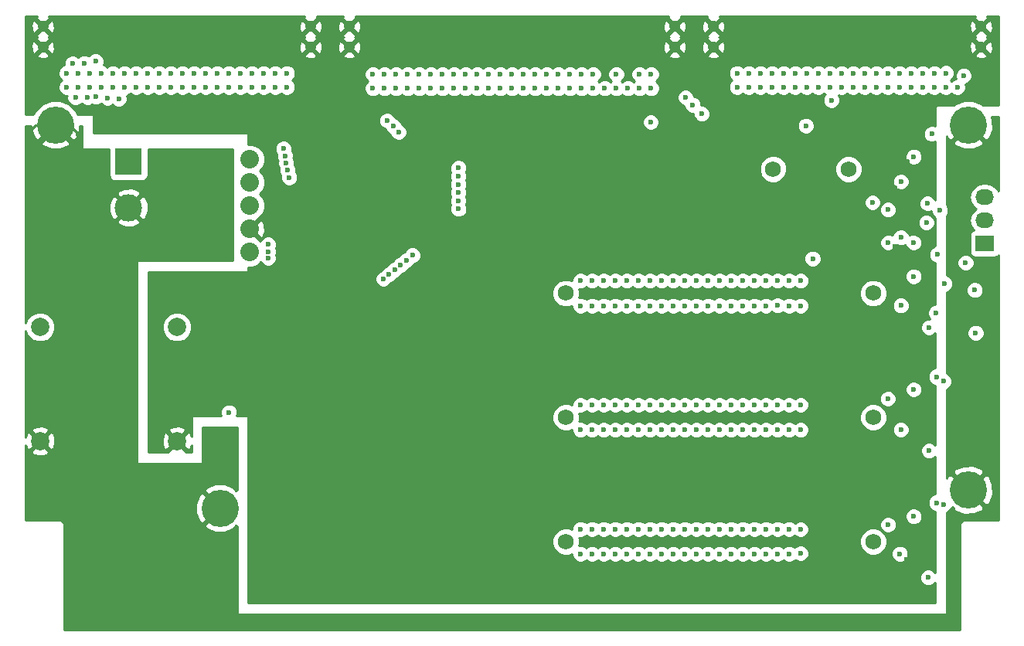
<source format=gbr>
G04 #@! TF.FileFunction,Copper,L3,Inr,Plane*
%FSLAX46Y46*%
G04 Gerber Fmt 4.6, Leading zero omitted, Abs format (unit mm)*
G04 Created by KiCad (PCBNEW 4.0.6) date 09/19/17 09:44:05*
%MOMM*%
%LPD*%
G01*
G04 APERTURE LIST*
%ADD10C,0.100000*%
%ADD11C,2.000000*%
%ADD12R,2.032000X1.727200*%
%ADD13O,2.032000X1.727200*%
%ADD14C,1.270000*%
%ADD15R,3.000000X3.000000*%
%ADD16C,3.000000*%
%ADD17C,2.032000*%
%ADD18C,4.064000*%
%ADD19C,1.750000*%
%ADD20C,0.600000*%
%ADD21C,0.250000*%
%ADD22C,0.254000*%
G04 APERTURE END LIST*
D10*
D11*
X63300000Y-78650000D03*
X63300000Y-66150000D03*
X48300000Y-78650000D03*
X48300000Y-66150000D03*
D12*
X151800000Y-57000000D03*
D13*
X151800000Y-54460000D03*
X151800000Y-51920000D03*
D14*
X77927400Y-33237000D03*
X48615800Y-33237000D03*
X77927400Y-35497600D03*
X48615800Y-35497600D03*
X151384200Y-33237000D03*
X122072600Y-33237000D03*
X151384200Y-35497600D03*
X122072600Y-35497600D03*
D15*
X58000000Y-48000000D03*
D16*
X58000000Y-53080000D03*
D14*
X117830800Y-33237000D03*
X82169200Y-33237000D03*
X117830800Y-35497600D03*
X82169200Y-35497600D03*
D17*
X71270000Y-57930000D03*
X71270000Y-55390000D03*
X71270000Y-52850000D03*
X71270000Y-50310000D03*
X71270000Y-47770000D03*
D18*
X50000000Y-44000000D03*
X150000000Y-44000000D03*
X150000000Y-84000000D03*
X68000000Y-86000000D03*
D19*
X105910900Y-62449000D03*
X139565900Y-62449000D03*
X105910900Y-76049000D03*
X139565900Y-76049000D03*
X105910900Y-89649000D03*
X139565900Y-89649000D03*
X136865900Y-48849500D03*
X128610900Y-48849500D03*
D20*
X132940000Y-58660000D03*
X115200000Y-43690000D03*
X144000000Y-56900000D03*
X144010000Y-47490000D03*
X144000000Y-73000000D03*
X144000000Y-86900000D03*
X144000000Y-60600000D03*
X112700000Y-39993400D03*
X66700000Y-75500000D03*
X136708400Y-77412980D03*
X143300000Y-48000000D03*
X136708400Y-63812980D03*
X135438400Y-63812980D03*
X134168400Y-63812980D03*
X112700000Y-38469400D03*
X110160000Y-38469400D03*
X141950000Y-50930000D03*
X117050000Y-43590000D03*
X118570000Y-43790000D03*
X141950000Y-57370000D03*
X143200000Y-91600000D03*
X120060000Y-43410000D03*
X69000000Y-75500000D03*
X145500000Y-52600000D03*
X120800000Y-42800000D03*
X110160000Y-39993400D03*
X111430000Y-38469400D03*
X142610000Y-56320000D03*
X142610000Y-50210000D03*
X142600000Y-77400000D03*
X142600000Y-63800000D03*
X142500000Y-91000000D03*
X150800000Y-66800000D03*
X150700000Y-62100000D03*
X141180000Y-74020000D03*
X141210000Y-87800000D03*
X139500000Y-52500000D03*
X146890000Y-53380000D03*
X147400000Y-61400000D03*
X146000000Y-45000000D03*
X119800000Y-41800000D03*
X111430000Y-39993400D03*
X73300000Y-57900000D03*
X73300000Y-58600000D03*
X73300000Y-57100000D03*
X141200000Y-53300000D03*
X141210000Y-56910000D03*
X113970000Y-38469400D03*
X72796600Y-39866400D03*
X129088400Y-88285020D03*
X74066600Y-39866400D03*
X130358400Y-88285020D03*
X131630000Y-88320000D03*
X75336600Y-39866400D03*
X62636600Y-39866400D03*
X118928400Y-88285020D03*
X63906600Y-39866400D03*
X120198400Y-88285020D03*
X66446600Y-39866400D03*
X122738400Y-88285020D03*
X65176600Y-39866400D03*
X121468400Y-88285020D03*
X126548400Y-88285020D03*
X70256600Y-39866400D03*
X71526600Y-39866400D03*
X127818400Y-88285020D03*
X68986600Y-39866400D03*
X125278400Y-88285020D03*
X67716600Y-39866400D03*
X124008400Y-88285020D03*
X94140000Y-53220000D03*
X89090000Y-58300000D03*
X113848400Y-88285020D03*
X57556600Y-39866400D03*
X58826600Y-39866400D03*
X115118400Y-88285020D03*
X61366600Y-39866400D03*
X117658400Y-88285020D03*
X60096600Y-39866400D03*
X116388400Y-88285020D03*
X94140000Y-51420000D03*
X87810000Y-59350000D03*
X111308400Y-88285020D03*
X55016600Y-39866400D03*
X88450000Y-58830000D03*
X112578400Y-88285020D03*
X94140000Y-52320000D03*
X56286600Y-39866400D03*
X94140000Y-50530000D03*
X54380000Y-37010000D03*
X53746600Y-39866400D03*
X87170000Y-59850000D03*
X110038400Y-88285020D03*
X87580000Y-44790000D03*
X146450000Y-64600000D03*
X146600000Y-58200000D03*
X146500000Y-71600000D03*
X146500000Y-85400000D03*
X71526600Y-38342400D03*
X127818400Y-91012980D03*
X72796600Y-38342400D03*
X129088400Y-91012980D03*
X75336600Y-38342400D03*
X131630000Y-90950000D03*
X74066600Y-38342400D03*
X130358400Y-91012980D03*
X61366600Y-38342400D03*
X117658400Y-91012980D03*
X62636600Y-38342400D03*
X118928400Y-91012980D03*
X65176600Y-38342400D03*
X121468400Y-91012980D03*
X63906600Y-38342400D03*
X120198400Y-91012980D03*
X110038400Y-91012980D03*
X75270000Y-48180000D03*
X53746600Y-38342400D03*
X54380000Y-40930000D03*
X111308400Y-91012980D03*
X75120000Y-47390000D03*
X55016600Y-38342400D03*
X55670000Y-41050000D03*
X108768400Y-91012980D03*
X53510000Y-40970000D03*
X75420000Y-48980000D03*
X52476600Y-38342400D03*
X107498400Y-91012980D03*
X52170000Y-41000000D03*
X75590000Y-49770000D03*
X51206600Y-38342400D03*
X112578400Y-91012980D03*
X56920000Y-41140000D03*
X74970000Y-46600000D03*
X56286600Y-38342400D03*
X57556600Y-38342400D03*
X113848400Y-91012980D03*
X60096600Y-38342400D03*
X116388400Y-91012980D03*
X58826600Y-38342400D03*
X115118400Y-91012980D03*
X94140000Y-48730000D03*
X51850000Y-37290000D03*
X86310000Y-43530000D03*
X51206600Y-39866400D03*
X85900000Y-60880000D03*
X107498400Y-88285020D03*
X86540000Y-60380000D03*
X94140000Y-49630000D03*
X108768400Y-88285020D03*
X52476600Y-39866400D03*
X87010000Y-44160000D03*
X53120000Y-37230000D03*
X66446600Y-38342400D03*
X122738400Y-91012980D03*
X67716600Y-38342400D03*
X124008400Y-91012980D03*
X70256600Y-38342400D03*
X126548400Y-91012980D03*
X68986600Y-38342400D03*
X125278400Y-91012980D03*
X102540000Y-39993400D03*
X125278400Y-74685020D03*
X103810000Y-39993400D03*
X126548400Y-74685020D03*
X106350000Y-39993400D03*
X129088400Y-74685020D03*
X105080000Y-39993400D03*
X127818400Y-74685020D03*
X131628400Y-74685020D03*
X108890000Y-39993400D03*
X107620000Y-39993400D03*
X130358400Y-74685020D03*
X125278400Y-77412980D03*
X102540000Y-38469400D03*
X103810000Y-38469400D03*
X126548400Y-77412980D03*
X106350000Y-38469400D03*
X129088400Y-77412980D03*
X105080000Y-38469400D03*
X127818400Y-77412980D03*
X131628400Y-77412980D03*
X108890000Y-38469400D03*
X107620000Y-38469400D03*
X130358400Y-77412980D03*
X97460000Y-38469400D03*
X120198400Y-77412980D03*
X98730000Y-38469400D03*
X121468400Y-77412980D03*
X124008400Y-77412980D03*
X101270000Y-38469400D03*
X100000000Y-38469400D03*
X122738400Y-77412980D03*
X97460000Y-39993400D03*
X120198400Y-74685020D03*
X98730000Y-39993400D03*
X121468400Y-74685020D03*
X101270000Y-39993400D03*
X124008400Y-74685020D03*
X100000000Y-39993400D03*
X122738400Y-74685020D03*
X94920000Y-39993400D03*
X117658400Y-74685020D03*
X96190000Y-39993400D03*
X118928400Y-74685020D03*
X87300000Y-39993400D03*
X110038400Y-74685020D03*
X88570000Y-39993400D03*
X111308400Y-74685020D03*
X108768400Y-74685020D03*
X86030000Y-39993400D03*
X112578400Y-74685020D03*
X89840000Y-39993400D03*
X91110000Y-39993400D03*
X113848400Y-74685020D03*
X93650000Y-39993400D03*
X116388400Y-74685020D03*
X115118400Y-74685020D03*
X92380000Y-39993400D03*
X94920000Y-38469400D03*
X117658400Y-77412980D03*
X96190000Y-38469400D03*
X118928400Y-77412980D03*
X87300000Y-38469400D03*
X110038400Y-77412980D03*
X88570000Y-38469400D03*
X111308400Y-77412980D03*
X86030000Y-38469400D03*
X108768400Y-77412980D03*
X84760000Y-38469400D03*
X107498400Y-77412980D03*
X89840000Y-38469400D03*
X112578400Y-77412980D03*
X91110000Y-38469400D03*
X113848400Y-77412980D03*
X116388400Y-77412980D03*
X93650000Y-38469400D03*
X92380000Y-38469400D03*
X115118400Y-77412980D03*
X107498400Y-74685020D03*
X84760000Y-39993400D03*
X142443400Y-39866400D03*
X125278400Y-61085020D03*
X126548400Y-61085020D03*
X143713400Y-39866400D03*
X129088400Y-61085020D03*
X146253400Y-39866400D03*
X144983400Y-39866400D03*
X127818400Y-61085020D03*
X131628400Y-61085020D03*
X148793400Y-39866400D03*
X147523400Y-39866400D03*
X130358400Y-61085020D03*
X142443400Y-38342400D03*
X125278400Y-63812980D03*
X143713400Y-38342400D03*
X126548400Y-63812980D03*
X146253400Y-38342400D03*
X129100000Y-63780000D03*
X144983400Y-38342400D03*
X127818400Y-63812980D03*
X131628400Y-63812980D03*
X149500000Y-38600000D03*
X130358400Y-63812980D03*
X147550000Y-38325000D03*
X120198400Y-63812980D03*
X137363400Y-38342400D03*
X138633400Y-38342400D03*
X121468400Y-63812980D03*
X141173400Y-38342400D03*
X124008400Y-63812980D03*
X139903400Y-38342400D03*
X122740000Y-63810000D03*
X120198400Y-61085020D03*
X137363400Y-39866400D03*
X138633400Y-39866400D03*
X121468400Y-61085020D03*
X141173400Y-39866400D03*
X124008400Y-61085020D03*
X139903400Y-39866400D03*
X122738400Y-61085020D03*
X117658400Y-61085020D03*
X134823400Y-39866400D03*
X136093400Y-39866400D03*
X118928400Y-61085020D03*
X110038400Y-61085020D03*
X127203400Y-39866400D03*
X111308400Y-61085020D03*
X128473400Y-39866400D03*
X108768400Y-61085020D03*
X125933400Y-39866400D03*
X112578400Y-61085020D03*
X129743400Y-39866400D03*
X113848400Y-61085020D03*
X131013400Y-39866400D03*
X116388400Y-61085020D03*
X133553400Y-39866400D03*
X115118400Y-61085020D03*
X132283400Y-39866400D03*
X117658400Y-63812980D03*
X134823400Y-38342400D03*
X136093400Y-38342400D03*
X118928400Y-63812980D03*
X127203400Y-38342400D03*
X110038400Y-63812980D03*
X128473400Y-38342400D03*
X111308400Y-63812980D03*
X125933400Y-38342400D03*
X108768400Y-63812980D03*
X107498400Y-63812980D03*
X124663400Y-38342400D03*
X129743400Y-38342400D03*
X112578400Y-63812980D03*
X113848400Y-63812980D03*
X131013400Y-38342400D03*
X133553400Y-38342400D03*
X116388400Y-63812980D03*
X115118400Y-63812980D03*
X132283400Y-38342400D03*
X107498400Y-61085020D03*
X124663400Y-39866400D03*
X113970000Y-39993400D03*
X119000000Y-41000000D03*
X135000000Y-41300000D03*
X132200000Y-44100000D03*
X147300000Y-85600000D03*
X147300000Y-72100000D03*
X149700000Y-59100000D03*
X145400000Y-54700000D03*
X145700000Y-79700000D03*
X145700000Y-66200000D03*
X145600000Y-93600000D03*
X62850000Y-48300000D03*
X69000000Y-77500000D03*
X66700000Y-77500000D03*
X48600000Y-57600000D03*
X48300000Y-46100000D03*
X51700000Y-46100000D03*
X52500000Y-45000000D03*
X47100000Y-44700000D03*
X115240000Y-38469400D03*
X115240000Y-39993400D03*
D21*
X50000000Y-44000000D02*
X50000000Y-44400000D01*
X50000000Y-44400000D02*
X48300000Y-46100000D01*
X50000000Y-44400000D02*
X51700000Y-46100000D01*
X50000000Y-44000000D02*
X51500000Y-44000000D01*
X51500000Y-44000000D02*
X52500000Y-45000000D01*
X50000000Y-44000000D02*
X47800000Y-44000000D01*
X47800000Y-44000000D02*
X47100000Y-44700000D01*
D22*
G36*
X47907272Y-32348867D02*
X48615800Y-33057395D01*
X49324328Y-32348867D01*
X49272184Y-32127000D01*
X77271016Y-32127000D01*
X77218872Y-32348867D01*
X77927400Y-33057395D01*
X78635928Y-32348867D01*
X78583784Y-32127000D01*
X81512816Y-32127000D01*
X81460672Y-32348867D01*
X82169200Y-33057395D01*
X82877728Y-32348867D01*
X82825584Y-32127000D01*
X117174416Y-32127000D01*
X117122272Y-32348867D01*
X117830800Y-33057395D01*
X118539328Y-32348867D01*
X118487184Y-32127000D01*
X121416216Y-32127000D01*
X121364072Y-32348867D01*
X122072600Y-33057395D01*
X122781128Y-32348867D01*
X122728984Y-32127000D01*
X150727816Y-32127000D01*
X150675672Y-32348867D01*
X151384200Y-33057395D01*
X152092728Y-32348867D01*
X152040584Y-32127000D01*
X153290000Y-32127000D01*
X153290000Y-41873000D01*
X151645131Y-41873000D01*
X151512707Y-41740345D01*
X150532827Y-41333464D01*
X149471828Y-41332538D01*
X148491239Y-41737709D01*
X148355712Y-41873000D01*
X146500000Y-41873000D01*
X146450590Y-41883006D01*
X146408965Y-41911447D01*
X146381685Y-41953841D01*
X146373000Y-42000000D01*
X146373000Y-44142480D01*
X146186799Y-44065162D01*
X145814833Y-44064838D01*
X145471057Y-44206883D01*
X145207808Y-44469673D01*
X145065162Y-44813201D01*
X145064838Y-45185167D01*
X145206883Y-45528943D01*
X145469673Y-45792192D01*
X145813201Y-45934838D01*
X146185167Y-45935162D01*
X146373000Y-45857551D01*
X146373000Y-52264389D01*
X146293117Y-52071057D01*
X146030327Y-51807808D01*
X145686799Y-51665162D01*
X145314833Y-51664838D01*
X144971057Y-51806883D01*
X144707808Y-52069673D01*
X144565162Y-52413201D01*
X144564838Y-52785167D01*
X144706883Y-53128943D01*
X144969673Y-53392192D01*
X145313201Y-53534838D01*
X145685167Y-53535162D01*
X145954961Y-53423686D01*
X145954838Y-53565167D01*
X146096883Y-53908943D01*
X146359673Y-54172192D01*
X146373000Y-54177726D01*
X146373000Y-57282123D01*
X146071057Y-57406883D01*
X145807808Y-57669673D01*
X145665162Y-58013201D01*
X145664838Y-58385167D01*
X145806883Y-58728943D01*
X146069673Y-58992192D01*
X146373000Y-59118145D01*
X146373000Y-63664932D01*
X146264833Y-63664838D01*
X145921057Y-63806883D01*
X145657808Y-64069673D01*
X145515162Y-64413201D01*
X145514838Y-64785167D01*
X145656883Y-65128943D01*
X145792783Y-65265080D01*
X145514833Y-65264838D01*
X145171057Y-65406883D01*
X144907808Y-65669673D01*
X144765162Y-66013201D01*
X144764838Y-66385167D01*
X144906883Y-66728943D01*
X145169673Y-66992192D01*
X145513201Y-67134838D01*
X145885167Y-67135162D01*
X146228943Y-66993117D01*
X146373000Y-66849311D01*
X146373000Y-70664889D01*
X146314833Y-70664838D01*
X145971057Y-70806883D01*
X145707808Y-71069673D01*
X145565162Y-71413201D01*
X145564838Y-71785167D01*
X145706883Y-72128943D01*
X145969673Y-72392192D01*
X146313201Y-72534838D01*
X146373000Y-72534890D01*
X146373000Y-79050730D01*
X146230327Y-78907808D01*
X145886799Y-78765162D01*
X145514833Y-78764838D01*
X145171057Y-78906883D01*
X144907808Y-79169673D01*
X144765162Y-79513201D01*
X144764838Y-79885167D01*
X144906883Y-80228943D01*
X145169673Y-80492192D01*
X145513201Y-80634838D01*
X145885167Y-80635162D01*
X146228943Y-80493117D01*
X146373000Y-80349311D01*
X146373000Y-84464889D01*
X146314833Y-84464838D01*
X145971057Y-84606883D01*
X145707808Y-84869673D01*
X145565162Y-85213201D01*
X145564838Y-85585167D01*
X145706883Y-85928943D01*
X145969673Y-86192192D01*
X146313201Y-86334838D01*
X146373000Y-86334890D01*
X146373000Y-93050905D01*
X146130327Y-92807808D01*
X145786799Y-92665162D01*
X145414833Y-92664838D01*
X145071057Y-92806883D01*
X144807808Y-93069673D01*
X144665162Y-93413201D01*
X144664838Y-93785167D01*
X144806883Y-94128943D01*
X145069673Y-94392192D01*
X145413201Y-94534838D01*
X145785167Y-94535162D01*
X146128943Y-94393117D01*
X146373000Y-94149486D01*
X146373000Y-96373000D01*
X71127000Y-96373000D01*
X71127000Y-89948040D01*
X104400638Y-89948040D01*
X104630038Y-90503229D01*
X105054437Y-90928370D01*
X105609225Y-91158738D01*
X106209940Y-91159262D01*
X106563399Y-91013215D01*
X106563238Y-91198147D01*
X106705283Y-91541923D01*
X106968073Y-91805172D01*
X107311601Y-91947818D01*
X107683567Y-91948142D01*
X108027343Y-91806097D01*
X108133354Y-91700270D01*
X108238073Y-91805172D01*
X108581601Y-91947818D01*
X108953567Y-91948142D01*
X109297343Y-91806097D01*
X109403354Y-91700270D01*
X109508073Y-91805172D01*
X109851601Y-91947818D01*
X110223567Y-91948142D01*
X110567343Y-91806097D01*
X110673354Y-91700270D01*
X110778073Y-91805172D01*
X111121601Y-91947818D01*
X111493567Y-91948142D01*
X111837343Y-91806097D01*
X111943354Y-91700270D01*
X112048073Y-91805172D01*
X112391601Y-91947818D01*
X112763567Y-91948142D01*
X113107343Y-91806097D01*
X113213354Y-91700270D01*
X113318073Y-91805172D01*
X113661601Y-91947818D01*
X114033567Y-91948142D01*
X114377343Y-91806097D01*
X114483354Y-91700270D01*
X114588073Y-91805172D01*
X114931601Y-91947818D01*
X115303567Y-91948142D01*
X115647343Y-91806097D01*
X115753354Y-91700270D01*
X115858073Y-91805172D01*
X116201601Y-91947818D01*
X116573567Y-91948142D01*
X116917343Y-91806097D01*
X117023354Y-91700270D01*
X117128073Y-91805172D01*
X117471601Y-91947818D01*
X117843567Y-91948142D01*
X118187343Y-91806097D01*
X118293354Y-91700270D01*
X118398073Y-91805172D01*
X118741601Y-91947818D01*
X119113567Y-91948142D01*
X119457343Y-91806097D01*
X119563354Y-91700270D01*
X119668073Y-91805172D01*
X120011601Y-91947818D01*
X120383567Y-91948142D01*
X120727343Y-91806097D01*
X120833354Y-91700270D01*
X120938073Y-91805172D01*
X121281601Y-91947818D01*
X121653567Y-91948142D01*
X121997343Y-91806097D01*
X122103354Y-91700270D01*
X122208073Y-91805172D01*
X122551601Y-91947818D01*
X122923567Y-91948142D01*
X123267343Y-91806097D01*
X123373354Y-91700270D01*
X123478073Y-91805172D01*
X123821601Y-91947818D01*
X124193567Y-91948142D01*
X124537343Y-91806097D01*
X124643354Y-91700270D01*
X124748073Y-91805172D01*
X125091601Y-91947818D01*
X125463567Y-91948142D01*
X125807343Y-91806097D01*
X125913354Y-91700270D01*
X126018073Y-91805172D01*
X126361601Y-91947818D01*
X126733567Y-91948142D01*
X127077343Y-91806097D01*
X127183354Y-91700270D01*
X127288073Y-91805172D01*
X127631601Y-91947818D01*
X128003567Y-91948142D01*
X128347343Y-91806097D01*
X128453354Y-91700270D01*
X128558073Y-91805172D01*
X128901601Y-91947818D01*
X129273567Y-91948142D01*
X129617343Y-91806097D01*
X129723354Y-91700270D01*
X129828073Y-91805172D01*
X130171601Y-91947818D01*
X130543567Y-91948142D01*
X130887343Y-91806097D01*
X131025646Y-91668035D01*
X131099673Y-91742192D01*
X131443201Y-91884838D01*
X131815167Y-91885162D01*
X132158943Y-91743117D01*
X132422192Y-91480327D01*
X132544753Y-91185167D01*
X141564838Y-91185167D01*
X141706883Y-91528943D01*
X141969673Y-91792192D01*
X142313201Y-91934838D01*
X142685167Y-91935162D01*
X143028943Y-91793117D01*
X143292192Y-91530327D01*
X143434838Y-91186799D01*
X143435162Y-90814833D01*
X143293117Y-90471057D01*
X143030327Y-90207808D01*
X142686799Y-90065162D01*
X142314833Y-90064838D01*
X141971057Y-90206883D01*
X141707808Y-90469673D01*
X141565162Y-90813201D01*
X141564838Y-91185167D01*
X132544753Y-91185167D01*
X132564838Y-91136799D01*
X132565162Y-90764833D01*
X132423117Y-90421057D01*
X132160327Y-90157808D01*
X131816799Y-90015162D01*
X131444833Y-90014838D01*
X131101057Y-90156883D01*
X130962754Y-90294945D01*
X130888727Y-90220788D01*
X130545199Y-90078142D01*
X130173233Y-90077818D01*
X129829457Y-90219863D01*
X129723446Y-90325690D01*
X129618727Y-90220788D01*
X129275199Y-90078142D01*
X128903233Y-90077818D01*
X128559457Y-90219863D01*
X128453446Y-90325690D01*
X128348727Y-90220788D01*
X128005199Y-90078142D01*
X127633233Y-90077818D01*
X127289457Y-90219863D01*
X127183446Y-90325690D01*
X127078727Y-90220788D01*
X126735199Y-90078142D01*
X126363233Y-90077818D01*
X126019457Y-90219863D01*
X125913446Y-90325690D01*
X125808727Y-90220788D01*
X125465199Y-90078142D01*
X125093233Y-90077818D01*
X124749457Y-90219863D01*
X124643446Y-90325690D01*
X124538727Y-90220788D01*
X124195199Y-90078142D01*
X123823233Y-90077818D01*
X123479457Y-90219863D01*
X123373446Y-90325690D01*
X123268727Y-90220788D01*
X122925199Y-90078142D01*
X122553233Y-90077818D01*
X122209457Y-90219863D01*
X122103446Y-90325690D01*
X121998727Y-90220788D01*
X121655199Y-90078142D01*
X121283233Y-90077818D01*
X120939457Y-90219863D01*
X120833446Y-90325690D01*
X120728727Y-90220788D01*
X120385199Y-90078142D01*
X120013233Y-90077818D01*
X119669457Y-90219863D01*
X119563446Y-90325690D01*
X119458727Y-90220788D01*
X119115199Y-90078142D01*
X118743233Y-90077818D01*
X118399457Y-90219863D01*
X118293446Y-90325690D01*
X118188727Y-90220788D01*
X117845199Y-90078142D01*
X117473233Y-90077818D01*
X117129457Y-90219863D01*
X117023446Y-90325690D01*
X116918727Y-90220788D01*
X116575199Y-90078142D01*
X116203233Y-90077818D01*
X115859457Y-90219863D01*
X115753446Y-90325690D01*
X115648727Y-90220788D01*
X115305199Y-90078142D01*
X114933233Y-90077818D01*
X114589457Y-90219863D01*
X114483446Y-90325690D01*
X114378727Y-90220788D01*
X114035199Y-90078142D01*
X113663233Y-90077818D01*
X113319457Y-90219863D01*
X113213446Y-90325690D01*
X113108727Y-90220788D01*
X112765199Y-90078142D01*
X112393233Y-90077818D01*
X112049457Y-90219863D01*
X111943446Y-90325690D01*
X111838727Y-90220788D01*
X111495199Y-90078142D01*
X111123233Y-90077818D01*
X110779457Y-90219863D01*
X110673446Y-90325690D01*
X110568727Y-90220788D01*
X110225199Y-90078142D01*
X109853233Y-90077818D01*
X109509457Y-90219863D01*
X109403446Y-90325690D01*
X109298727Y-90220788D01*
X108955199Y-90078142D01*
X108583233Y-90077818D01*
X108239457Y-90219863D01*
X108133446Y-90325690D01*
X108028727Y-90220788D01*
X107685199Y-90078142D01*
X107367824Y-90077866D01*
X107420638Y-89950675D01*
X107420640Y-89948040D01*
X138055638Y-89948040D01*
X138285038Y-90503229D01*
X138709437Y-90928370D01*
X139264225Y-91158738D01*
X139864940Y-91159262D01*
X140420129Y-90929862D01*
X140845270Y-90505463D01*
X141075638Y-89950675D01*
X141076162Y-89349960D01*
X140846762Y-88794771D01*
X140422363Y-88369630D01*
X139867575Y-88139262D01*
X139266860Y-88138738D01*
X138711671Y-88368138D01*
X138286530Y-88792537D01*
X138056162Y-89347325D01*
X138055638Y-89948040D01*
X107420640Y-89948040D01*
X107421162Y-89349960D01*
X107367425Y-89219907D01*
X107683567Y-89220182D01*
X108027343Y-89078137D01*
X108133354Y-88972310D01*
X108238073Y-89077212D01*
X108581601Y-89219858D01*
X108953567Y-89220182D01*
X109297343Y-89078137D01*
X109403354Y-88972310D01*
X109508073Y-89077212D01*
X109851601Y-89219858D01*
X110223567Y-89220182D01*
X110567343Y-89078137D01*
X110673354Y-88972310D01*
X110778073Y-89077212D01*
X111121601Y-89219858D01*
X111493567Y-89220182D01*
X111837343Y-89078137D01*
X111943354Y-88972310D01*
X112048073Y-89077212D01*
X112391601Y-89219858D01*
X112763567Y-89220182D01*
X113107343Y-89078137D01*
X113213354Y-88972310D01*
X113318073Y-89077212D01*
X113661601Y-89219858D01*
X114033567Y-89220182D01*
X114377343Y-89078137D01*
X114483354Y-88972310D01*
X114588073Y-89077212D01*
X114931601Y-89219858D01*
X115303567Y-89220182D01*
X115647343Y-89078137D01*
X115753354Y-88972310D01*
X115858073Y-89077212D01*
X116201601Y-89219858D01*
X116573567Y-89220182D01*
X116917343Y-89078137D01*
X117023354Y-88972310D01*
X117128073Y-89077212D01*
X117471601Y-89219858D01*
X117843567Y-89220182D01*
X118187343Y-89078137D01*
X118293354Y-88972310D01*
X118398073Y-89077212D01*
X118741601Y-89219858D01*
X119113567Y-89220182D01*
X119457343Y-89078137D01*
X119563354Y-88972310D01*
X119668073Y-89077212D01*
X120011601Y-89219858D01*
X120383567Y-89220182D01*
X120727343Y-89078137D01*
X120833354Y-88972310D01*
X120938073Y-89077212D01*
X121281601Y-89219858D01*
X121653567Y-89220182D01*
X121997343Y-89078137D01*
X122103354Y-88972310D01*
X122208073Y-89077212D01*
X122551601Y-89219858D01*
X122923567Y-89220182D01*
X123267343Y-89078137D01*
X123373354Y-88972310D01*
X123478073Y-89077212D01*
X123821601Y-89219858D01*
X124193567Y-89220182D01*
X124537343Y-89078137D01*
X124643354Y-88972310D01*
X124748073Y-89077212D01*
X125091601Y-89219858D01*
X125463567Y-89220182D01*
X125807343Y-89078137D01*
X125913354Y-88972310D01*
X126018073Y-89077212D01*
X126361601Y-89219858D01*
X126733567Y-89220182D01*
X127077343Y-89078137D01*
X127183354Y-88972310D01*
X127288073Y-89077212D01*
X127631601Y-89219858D01*
X128003567Y-89220182D01*
X128347343Y-89078137D01*
X128453354Y-88972310D01*
X128558073Y-89077212D01*
X128901601Y-89219858D01*
X129273567Y-89220182D01*
X129617343Y-89078137D01*
X129723354Y-88972310D01*
X129828073Y-89077212D01*
X130171601Y-89219858D01*
X130543567Y-89220182D01*
X130887343Y-89078137D01*
X130976666Y-88988970D01*
X131099673Y-89112192D01*
X131443201Y-89254838D01*
X131815167Y-89255162D01*
X132158943Y-89113117D01*
X132422192Y-88850327D01*
X132564838Y-88506799D01*
X132565162Y-88134833D01*
X132503322Y-87985167D01*
X140274838Y-87985167D01*
X140416883Y-88328943D01*
X140679673Y-88592192D01*
X141023201Y-88734838D01*
X141395167Y-88735162D01*
X141738943Y-88593117D01*
X142002192Y-88330327D01*
X142144838Y-87986799D01*
X142145162Y-87614833D01*
X142003117Y-87271057D01*
X141817552Y-87085167D01*
X143064838Y-87085167D01*
X143206883Y-87428943D01*
X143469673Y-87692192D01*
X143813201Y-87834838D01*
X144185167Y-87835162D01*
X144528943Y-87693117D01*
X144792192Y-87430327D01*
X144934838Y-87086799D01*
X144935162Y-86714833D01*
X144793117Y-86371057D01*
X144530327Y-86107808D01*
X144186799Y-85965162D01*
X143814833Y-85964838D01*
X143471057Y-86106883D01*
X143207808Y-86369673D01*
X143065162Y-86713201D01*
X143064838Y-87085167D01*
X141817552Y-87085167D01*
X141740327Y-87007808D01*
X141396799Y-86865162D01*
X141024833Y-86864838D01*
X140681057Y-87006883D01*
X140417808Y-87269673D01*
X140275162Y-87613201D01*
X140274838Y-87985167D01*
X132503322Y-87985167D01*
X132423117Y-87791057D01*
X132160327Y-87527808D01*
X131816799Y-87385162D01*
X131444833Y-87384838D01*
X131101057Y-87526883D01*
X131011734Y-87616050D01*
X130888727Y-87492828D01*
X130545199Y-87350182D01*
X130173233Y-87349858D01*
X129829457Y-87491903D01*
X129723446Y-87597730D01*
X129618727Y-87492828D01*
X129275199Y-87350182D01*
X128903233Y-87349858D01*
X128559457Y-87491903D01*
X128453446Y-87597730D01*
X128348727Y-87492828D01*
X128005199Y-87350182D01*
X127633233Y-87349858D01*
X127289457Y-87491903D01*
X127183446Y-87597730D01*
X127078727Y-87492828D01*
X126735199Y-87350182D01*
X126363233Y-87349858D01*
X126019457Y-87491903D01*
X125913446Y-87597730D01*
X125808727Y-87492828D01*
X125465199Y-87350182D01*
X125093233Y-87349858D01*
X124749457Y-87491903D01*
X124643446Y-87597730D01*
X124538727Y-87492828D01*
X124195199Y-87350182D01*
X123823233Y-87349858D01*
X123479457Y-87491903D01*
X123373446Y-87597730D01*
X123268727Y-87492828D01*
X122925199Y-87350182D01*
X122553233Y-87349858D01*
X122209457Y-87491903D01*
X122103446Y-87597730D01*
X121998727Y-87492828D01*
X121655199Y-87350182D01*
X121283233Y-87349858D01*
X120939457Y-87491903D01*
X120833446Y-87597730D01*
X120728727Y-87492828D01*
X120385199Y-87350182D01*
X120013233Y-87349858D01*
X119669457Y-87491903D01*
X119563446Y-87597730D01*
X119458727Y-87492828D01*
X119115199Y-87350182D01*
X118743233Y-87349858D01*
X118399457Y-87491903D01*
X118293446Y-87597730D01*
X118188727Y-87492828D01*
X117845199Y-87350182D01*
X117473233Y-87349858D01*
X117129457Y-87491903D01*
X117023446Y-87597730D01*
X116918727Y-87492828D01*
X116575199Y-87350182D01*
X116203233Y-87349858D01*
X115859457Y-87491903D01*
X115753446Y-87597730D01*
X115648727Y-87492828D01*
X115305199Y-87350182D01*
X114933233Y-87349858D01*
X114589457Y-87491903D01*
X114483446Y-87597730D01*
X114378727Y-87492828D01*
X114035199Y-87350182D01*
X113663233Y-87349858D01*
X113319457Y-87491903D01*
X113213446Y-87597730D01*
X113108727Y-87492828D01*
X112765199Y-87350182D01*
X112393233Y-87349858D01*
X112049457Y-87491903D01*
X111943446Y-87597730D01*
X111838727Y-87492828D01*
X111495199Y-87350182D01*
X111123233Y-87349858D01*
X110779457Y-87491903D01*
X110673446Y-87597730D01*
X110568727Y-87492828D01*
X110225199Y-87350182D01*
X109853233Y-87349858D01*
X109509457Y-87491903D01*
X109403446Y-87597730D01*
X109298727Y-87492828D01*
X108955199Y-87350182D01*
X108583233Y-87349858D01*
X108239457Y-87491903D01*
X108133446Y-87597730D01*
X108028727Y-87492828D01*
X107685199Y-87350182D01*
X107313233Y-87349858D01*
X106969457Y-87491903D01*
X106706208Y-87754693D01*
X106563562Y-88098221D01*
X106563399Y-88284937D01*
X106212575Y-88139262D01*
X105611860Y-88138738D01*
X105056671Y-88368138D01*
X104631530Y-88792537D01*
X104401162Y-89347325D01*
X104400638Y-89948040D01*
X71127000Y-89948040D01*
X71127000Y-76348040D01*
X104400638Y-76348040D01*
X104630038Y-76903229D01*
X105054437Y-77328370D01*
X105609225Y-77558738D01*
X106209940Y-77559262D01*
X106563399Y-77413215D01*
X106563238Y-77598147D01*
X106705283Y-77941923D01*
X106968073Y-78205172D01*
X107311601Y-78347818D01*
X107683567Y-78348142D01*
X108027343Y-78206097D01*
X108133354Y-78100270D01*
X108238073Y-78205172D01*
X108581601Y-78347818D01*
X108953567Y-78348142D01*
X109297343Y-78206097D01*
X109403354Y-78100270D01*
X109508073Y-78205172D01*
X109851601Y-78347818D01*
X110223567Y-78348142D01*
X110567343Y-78206097D01*
X110673354Y-78100270D01*
X110778073Y-78205172D01*
X111121601Y-78347818D01*
X111493567Y-78348142D01*
X111837343Y-78206097D01*
X111943354Y-78100270D01*
X112048073Y-78205172D01*
X112391601Y-78347818D01*
X112763567Y-78348142D01*
X113107343Y-78206097D01*
X113213354Y-78100270D01*
X113318073Y-78205172D01*
X113661601Y-78347818D01*
X114033567Y-78348142D01*
X114377343Y-78206097D01*
X114483354Y-78100270D01*
X114588073Y-78205172D01*
X114931601Y-78347818D01*
X115303567Y-78348142D01*
X115647343Y-78206097D01*
X115753354Y-78100270D01*
X115858073Y-78205172D01*
X116201601Y-78347818D01*
X116573567Y-78348142D01*
X116917343Y-78206097D01*
X117023354Y-78100270D01*
X117128073Y-78205172D01*
X117471601Y-78347818D01*
X117843567Y-78348142D01*
X118187343Y-78206097D01*
X118293354Y-78100270D01*
X118398073Y-78205172D01*
X118741601Y-78347818D01*
X119113567Y-78348142D01*
X119457343Y-78206097D01*
X119563354Y-78100270D01*
X119668073Y-78205172D01*
X120011601Y-78347818D01*
X120383567Y-78348142D01*
X120727343Y-78206097D01*
X120833354Y-78100270D01*
X120938073Y-78205172D01*
X121281601Y-78347818D01*
X121653567Y-78348142D01*
X121997343Y-78206097D01*
X122103354Y-78100270D01*
X122208073Y-78205172D01*
X122551601Y-78347818D01*
X122923567Y-78348142D01*
X123267343Y-78206097D01*
X123373354Y-78100270D01*
X123478073Y-78205172D01*
X123821601Y-78347818D01*
X124193567Y-78348142D01*
X124537343Y-78206097D01*
X124643354Y-78100270D01*
X124748073Y-78205172D01*
X125091601Y-78347818D01*
X125463567Y-78348142D01*
X125807343Y-78206097D01*
X125913354Y-78100270D01*
X126018073Y-78205172D01*
X126361601Y-78347818D01*
X126733567Y-78348142D01*
X127077343Y-78206097D01*
X127183354Y-78100270D01*
X127288073Y-78205172D01*
X127631601Y-78347818D01*
X128003567Y-78348142D01*
X128347343Y-78206097D01*
X128453354Y-78100270D01*
X128558073Y-78205172D01*
X128901601Y-78347818D01*
X129273567Y-78348142D01*
X129617343Y-78206097D01*
X129723354Y-78100270D01*
X129828073Y-78205172D01*
X130171601Y-78347818D01*
X130543567Y-78348142D01*
X130887343Y-78206097D01*
X130993354Y-78100270D01*
X131098073Y-78205172D01*
X131441601Y-78347818D01*
X131813567Y-78348142D01*
X132157343Y-78206097D01*
X132420592Y-77943307D01*
X132563238Y-77599779D01*
X132563250Y-77585167D01*
X141664838Y-77585167D01*
X141806883Y-77928943D01*
X142069673Y-78192192D01*
X142413201Y-78334838D01*
X142785167Y-78335162D01*
X143128943Y-78193117D01*
X143392192Y-77930327D01*
X143534838Y-77586799D01*
X143535162Y-77214833D01*
X143393117Y-76871057D01*
X143130327Y-76607808D01*
X142786799Y-76465162D01*
X142414833Y-76464838D01*
X142071057Y-76606883D01*
X141807808Y-76869673D01*
X141665162Y-77213201D01*
X141664838Y-77585167D01*
X132563250Y-77585167D01*
X132563562Y-77227813D01*
X132421517Y-76884037D01*
X132158727Y-76620788D01*
X131815199Y-76478142D01*
X131443233Y-76477818D01*
X131099457Y-76619863D01*
X130993446Y-76725690D01*
X130888727Y-76620788D01*
X130545199Y-76478142D01*
X130173233Y-76477818D01*
X129829457Y-76619863D01*
X129723446Y-76725690D01*
X129618727Y-76620788D01*
X129275199Y-76478142D01*
X128903233Y-76477818D01*
X128559457Y-76619863D01*
X128453446Y-76725690D01*
X128348727Y-76620788D01*
X128005199Y-76478142D01*
X127633233Y-76477818D01*
X127289457Y-76619863D01*
X127183446Y-76725690D01*
X127078727Y-76620788D01*
X126735199Y-76478142D01*
X126363233Y-76477818D01*
X126019457Y-76619863D01*
X125913446Y-76725690D01*
X125808727Y-76620788D01*
X125465199Y-76478142D01*
X125093233Y-76477818D01*
X124749457Y-76619863D01*
X124643446Y-76725690D01*
X124538727Y-76620788D01*
X124195199Y-76478142D01*
X123823233Y-76477818D01*
X123479457Y-76619863D01*
X123373446Y-76725690D01*
X123268727Y-76620788D01*
X122925199Y-76478142D01*
X122553233Y-76477818D01*
X122209457Y-76619863D01*
X122103446Y-76725690D01*
X121998727Y-76620788D01*
X121655199Y-76478142D01*
X121283233Y-76477818D01*
X120939457Y-76619863D01*
X120833446Y-76725690D01*
X120728727Y-76620788D01*
X120385199Y-76478142D01*
X120013233Y-76477818D01*
X119669457Y-76619863D01*
X119563446Y-76725690D01*
X119458727Y-76620788D01*
X119115199Y-76478142D01*
X118743233Y-76477818D01*
X118399457Y-76619863D01*
X118293446Y-76725690D01*
X118188727Y-76620788D01*
X117845199Y-76478142D01*
X117473233Y-76477818D01*
X117129457Y-76619863D01*
X117023446Y-76725690D01*
X116918727Y-76620788D01*
X116575199Y-76478142D01*
X116203233Y-76477818D01*
X115859457Y-76619863D01*
X115753446Y-76725690D01*
X115648727Y-76620788D01*
X115305199Y-76478142D01*
X114933233Y-76477818D01*
X114589457Y-76619863D01*
X114483446Y-76725690D01*
X114378727Y-76620788D01*
X114035199Y-76478142D01*
X113663233Y-76477818D01*
X113319457Y-76619863D01*
X113213446Y-76725690D01*
X113108727Y-76620788D01*
X112765199Y-76478142D01*
X112393233Y-76477818D01*
X112049457Y-76619863D01*
X111943446Y-76725690D01*
X111838727Y-76620788D01*
X111495199Y-76478142D01*
X111123233Y-76477818D01*
X110779457Y-76619863D01*
X110673446Y-76725690D01*
X110568727Y-76620788D01*
X110225199Y-76478142D01*
X109853233Y-76477818D01*
X109509457Y-76619863D01*
X109403446Y-76725690D01*
X109298727Y-76620788D01*
X108955199Y-76478142D01*
X108583233Y-76477818D01*
X108239457Y-76619863D01*
X108133446Y-76725690D01*
X108028727Y-76620788D01*
X107685199Y-76478142D01*
X107367824Y-76477866D01*
X107420638Y-76350675D01*
X107420640Y-76348040D01*
X138055638Y-76348040D01*
X138285038Y-76903229D01*
X138709437Y-77328370D01*
X139264225Y-77558738D01*
X139864940Y-77559262D01*
X140420129Y-77329862D01*
X140845270Y-76905463D01*
X141075638Y-76350675D01*
X141076162Y-75749960D01*
X140846762Y-75194771D01*
X140422363Y-74769630D01*
X139867575Y-74539262D01*
X139266860Y-74538738D01*
X138711671Y-74768138D01*
X138286530Y-75192537D01*
X138056162Y-75747325D01*
X138055638Y-76348040D01*
X107420640Y-76348040D01*
X107421162Y-75749960D01*
X107367425Y-75619907D01*
X107683567Y-75620182D01*
X108027343Y-75478137D01*
X108133354Y-75372310D01*
X108238073Y-75477212D01*
X108581601Y-75619858D01*
X108953567Y-75620182D01*
X109297343Y-75478137D01*
X109403354Y-75372310D01*
X109508073Y-75477212D01*
X109851601Y-75619858D01*
X110223567Y-75620182D01*
X110567343Y-75478137D01*
X110673354Y-75372310D01*
X110778073Y-75477212D01*
X111121601Y-75619858D01*
X111493567Y-75620182D01*
X111837343Y-75478137D01*
X111943354Y-75372310D01*
X112048073Y-75477212D01*
X112391601Y-75619858D01*
X112763567Y-75620182D01*
X113107343Y-75478137D01*
X113213354Y-75372310D01*
X113318073Y-75477212D01*
X113661601Y-75619858D01*
X114033567Y-75620182D01*
X114377343Y-75478137D01*
X114483354Y-75372310D01*
X114588073Y-75477212D01*
X114931601Y-75619858D01*
X115303567Y-75620182D01*
X115647343Y-75478137D01*
X115753354Y-75372310D01*
X115858073Y-75477212D01*
X116201601Y-75619858D01*
X116573567Y-75620182D01*
X116917343Y-75478137D01*
X117023354Y-75372310D01*
X117128073Y-75477212D01*
X117471601Y-75619858D01*
X117843567Y-75620182D01*
X118187343Y-75478137D01*
X118293354Y-75372310D01*
X118398073Y-75477212D01*
X118741601Y-75619858D01*
X119113567Y-75620182D01*
X119457343Y-75478137D01*
X119563354Y-75372310D01*
X119668073Y-75477212D01*
X120011601Y-75619858D01*
X120383567Y-75620182D01*
X120727343Y-75478137D01*
X120833354Y-75372310D01*
X120938073Y-75477212D01*
X121281601Y-75619858D01*
X121653567Y-75620182D01*
X121997343Y-75478137D01*
X122103354Y-75372310D01*
X122208073Y-75477212D01*
X122551601Y-75619858D01*
X122923567Y-75620182D01*
X123267343Y-75478137D01*
X123373354Y-75372310D01*
X123478073Y-75477212D01*
X123821601Y-75619858D01*
X124193567Y-75620182D01*
X124537343Y-75478137D01*
X124643354Y-75372310D01*
X124748073Y-75477212D01*
X125091601Y-75619858D01*
X125463567Y-75620182D01*
X125807343Y-75478137D01*
X125913354Y-75372310D01*
X126018073Y-75477212D01*
X126361601Y-75619858D01*
X126733567Y-75620182D01*
X127077343Y-75478137D01*
X127183354Y-75372310D01*
X127288073Y-75477212D01*
X127631601Y-75619858D01*
X128003567Y-75620182D01*
X128347343Y-75478137D01*
X128453354Y-75372310D01*
X128558073Y-75477212D01*
X128901601Y-75619858D01*
X129273567Y-75620182D01*
X129617343Y-75478137D01*
X129723354Y-75372310D01*
X129828073Y-75477212D01*
X130171601Y-75619858D01*
X130543567Y-75620182D01*
X130887343Y-75478137D01*
X130993354Y-75372310D01*
X131098073Y-75477212D01*
X131441601Y-75619858D01*
X131813567Y-75620182D01*
X132157343Y-75478137D01*
X132420592Y-75215347D01*
X132563238Y-74871819D01*
X132563562Y-74499853D01*
X132441801Y-74205167D01*
X140244838Y-74205167D01*
X140386883Y-74548943D01*
X140649673Y-74812192D01*
X140993201Y-74954838D01*
X141365167Y-74955162D01*
X141708943Y-74813117D01*
X141972192Y-74550327D01*
X142114838Y-74206799D01*
X142115162Y-73834833D01*
X141973117Y-73491057D01*
X141710327Y-73227808D01*
X141607637Y-73185167D01*
X143064838Y-73185167D01*
X143206883Y-73528943D01*
X143469673Y-73792192D01*
X143813201Y-73934838D01*
X144185167Y-73935162D01*
X144528943Y-73793117D01*
X144792192Y-73530327D01*
X144934838Y-73186799D01*
X144935162Y-72814833D01*
X144793117Y-72471057D01*
X144530327Y-72207808D01*
X144186799Y-72065162D01*
X143814833Y-72064838D01*
X143471057Y-72206883D01*
X143207808Y-72469673D01*
X143065162Y-72813201D01*
X143064838Y-73185167D01*
X141607637Y-73185167D01*
X141366799Y-73085162D01*
X140994833Y-73084838D01*
X140651057Y-73226883D01*
X140387808Y-73489673D01*
X140245162Y-73833201D01*
X140244838Y-74205167D01*
X132441801Y-74205167D01*
X132421517Y-74156077D01*
X132158727Y-73892828D01*
X131815199Y-73750182D01*
X131443233Y-73749858D01*
X131099457Y-73891903D01*
X130993446Y-73997730D01*
X130888727Y-73892828D01*
X130545199Y-73750182D01*
X130173233Y-73749858D01*
X129829457Y-73891903D01*
X129723446Y-73997730D01*
X129618727Y-73892828D01*
X129275199Y-73750182D01*
X128903233Y-73749858D01*
X128559457Y-73891903D01*
X128453446Y-73997730D01*
X128348727Y-73892828D01*
X128005199Y-73750182D01*
X127633233Y-73749858D01*
X127289457Y-73891903D01*
X127183446Y-73997730D01*
X127078727Y-73892828D01*
X126735199Y-73750182D01*
X126363233Y-73749858D01*
X126019457Y-73891903D01*
X125913446Y-73997730D01*
X125808727Y-73892828D01*
X125465199Y-73750182D01*
X125093233Y-73749858D01*
X124749457Y-73891903D01*
X124643446Y-73997730D01*
X124538727Y-73892828D01*
X124195199Y-73750182D01*
X123823233Y-73749858D01*
X123479457Y-73891903D01*
X123373446Y-73997730D01*
X123268727Y-73892828D01*
X122925199Y-73750182D01*
X122553233Y-73749858D01*
X122209457Y-73891903D01*
X122103446Y-73997730D01*
X121998727Y-73892828D01*
X121655199Y-73750182D01*
X121283233Y-73749858D01*
X120939457Y-73891903D01*
X120833446Y-73997730D01*
X120728727Y-73892828D01*
X120385199Y-73750182D01*
X120013233Y-73749858D01*
X119669457Y-73891903D01*
X119563446Y-73997730D01*
X119458727Y-73892828D01*
X119115199Y-73750182D01*
X118743233Y-73749858D01*
X118399457Y-73891903D01*
X118293446Y-73997730D01*
X118188727Y-73892828D01*
X117845199Y-73750182D01*
X117473233Y-73749858D01*
X117129457Y-73891903D01*
X117023446Y-73997730D01*
X116918727Y-73892828D01*
X116575199Y-73750182D01*
X116203233Y-73749858D01*
X115859457Y-73891903D01*
X115753446Y-73997730D01*
X115648727Y-73892828D01*
X115305199Y-73750182D01*
X114933233Y-73749858D01*
X114589457Y-73891903D01*
X114483446Y-73997730D01*
X114378727Y-73892828D01*
X114035199Y-73750182D01*
X113663233Y-73749858D01*
X113319457Y-73891903D01*
X113213446Y-73997730D01*
X113108727Y-73892828D01*
X112765199Y-73750182D01*
X112393233Y-73749858D01*
X112049457Y-73891903D01*
X111943446Y-73997730D01*
X111838727Y-73892828D01*
X111495199Y-73750182D01*
X111123233Y-73749858D01*
X110779457Y-73891903D01*
X110673446Y-73997730D01*
X110568727Y-73892828D01*
X110225199Y-73750182D01*
X109853233Y-73749858D01*
X109509457Y-73891903D01*
X109403446Y-73997730D01*
X109298727Y-73892828D01*
X108955199Y-73750182D01*
X108583233Y-73749858D01*
X108239457Y-73891903D01*
X108133446Y-73997730D01*
X108028727Y-73892828D01*
X107685199Y-73750182D01*
X107313233Y-73749858D01*
X106969457Y-73891903D01*
X106706208Y-74154693D01*
X106563562Y-74498221D01*
X106563399Y-74684937D01*
X106212575Y-74539262D01*
X105611860Y-74538738D01*
X105056671Y-74768138D01*
X104631530Y-75192537D01*
X104401162Y-75747325D01*
X104400638Y-76348040D01*
X71127000Y-76348040D01*
X71127000Y-76000000D01*
X71116994Y-75950590D01*
X71088553Y-75908965D01*
X71046159Y-75881685D01*
X71000000Y-75873000D01*
X69857520Y-75873000D01*
X69934838Y-75686799D01*
X69935162Y-75314833D01*
X69793117Y-74971057D01*
X69530327Y-74707808D01*
X69186799Y-74565162D01*
X68814833Y-74564838D01*
X68471057Y-74706883D01*
X68207808Y-74969673D01*
X68065162Y-75313201D01*
X68064838Y-75685167D01*
X68142449Y-75873000D01*
X65000000Y-75873000D01*
X64950590Y-75883006D01*
X64908965Y-75911447D01*
X64881685Y-75953841D01*
X64873000Y-76000000D01*
X64873000Y-78146591D01*
X64719387Y-77775736D01*
X64452532Y-77677073D01*
X63479605Y-78650000D01*
X64452532Y-79622927D01*
X64719387Y-79524264D01*
X64873000Y-79110785D01*
X64873000Y-79873000D01*
X64246873Y-79873000D01*
X64272927Y-79802532D01*
X63300000Y-78829605D01*
X62327073Y-79802532D01*
X62353127Y-79873000D01*
X60127000Y-79873000D01*
X60127000Y-78385461D01*
X61654092Y-78385461D01*
X61678144Y-79035460D01*
X61880613Y-79524264D01*
X62147468Y-79622927D01*
X63120395Y-78650000D01*
X62147468Y-77677073D01*
X61880613Y-77775736D01*
X61654092Y-78385461D01*
X60127000Y-78385461D01*
X60127000Y-77497468D01*
X62327073Y-77497468D01*
X63300000Y-78470395D01*
X64272927Y-77497468D01*
X64174264Y-77230613D01*
X63564539Y-77004092D01*
X62914540Y-77028144D01*
X62425736Y-77230613D01*
X62327073Y-77497468D01*
X60127000Y-77497468D01*
X60127000Y-66473795D01*
X61664716Y-66473795D01*
X61913106Y-67074943D01*
X62372637Y-67535278D01*
X62973352Y-67784716D01*
X63623795Y-67785284D01*
X64224943Y-67536894D01*
X64685278Y-67077363D01*
X64934716Y-66476648D01*
X64935284Y-65826205D01*
X64686894Y-65225057D01*
X64227363Y-64764722D01*
X63626648Y-64515284D01*
X62976205Y-64514716D01*
X62375057Y-64763106D01*
X61914722Y-65222637D01*
X61665284Y-65823352D01*
X61664716Y-66473795D01*
X60127000Y-66473795D01*
X60127000Y-62748040D01*
X104400638Y-62748040D01*
X104630038Y-63303229D01*
X105054437Y-63728370D01*
X105609225Y-63958738D01*
X106209940Y-63959262D01*
X106563399Y-63813215D01*
X106563238Y-63998147D01*
X106705283Y-64341923D01*
X106968073Y-64605172D01*
X107311601Y-64747818D01*
X107683567Y-64748142D01*
X108027343Y-64606097D01*
X108133354Y-64500270D01*
X108238073Y-64605172D01*
X108581601Y-64747818D01*
X108953567Y-64748142D01*
X109297343Y-64606097D01*
X109403354Y-64500270D01*
X109508073Y-64605172D01*
X109851601Y-64747818D01*
X110223567Y-64748142D01*
X110567343Y-64606097D01*
X110673354Y-64500270D01*
X110778073Y-64605172D01*
X111121601Y-64747818D01*
X111493567Y-64748142D01*
X111837343Y-64606097D01*
X111943354Y-64500270D01*
X112048073Y-64605172D01*
X112391601Y-64747818D01*
X112763567Y-64748142D01*
X113107343Y-64606097D01*
X113213354Y-64500270D01*
X113318073Y-64605172D01*
X113661601Y-64747818D01*
X114033567Y-64748142D01*
X114377343Y-64606097D01*
X114483354Y-64500270D01*
X114588073Y-64605172D01*
X114931601Y-64747818D01*
X115303567Y-64748142D01*
X115647343Y-64606097D01*
X115753354Y-64500270D01*
X115858073Y-64605172D01*
X116201601Y-64747818D01*
X116573567Y-64748142D01*
X116917343Y-64606097D01*
X117023354Y-64500270D01*
X117128073Y-64605172D01*
X117471601Y-64747818D01*
X117843567Y-64748142D01*
X118187343Y-64606097D01*
X118293354Y-64500270D01*
X118398073Y-64605172D01*
X118741601Y-64747818D01*
X119113567Y-64748142D01*
X119457343Y-64606097D01*
X119563354Y-64500270D01*
X119668073Y-64605172D01*
X120011601Y-64747818D01*
X120383567Y-64748142D01*
X120727343Y-64606097D01*
X120833354Y-64500270D01*
X120938073Y-64605172D01*
X121281601Y-64747818D01*
X121653567Y-64748142D01*
X121997343Y-64606097D01*
X122105646Y-64497983D01*
X122209673Y-64602192D01*
X122553201Y-64744838D01*
X122925167Y-64745162D01*
X123268943Y-64603117D01*
X123372663Y-64499578D01*
X123478073Y-64605172D01*
X123821601Y-64747818D01*
X124193567Y-64748142D01*
X124537343Y-64606097D01*
X124643354Y-64500270D01*
X124748073Y-64605172D01*
X125091601Y-64747818D01*
X125463567Y-64748142D01*
X125807343Y-64606097D01*
X125913354Y-64500270D01*
X126018073Y-64605172D01*
X126361601Y-64747818D01*
X126733567Y-64748142D01*
X127077343Y-64606097D01*
X127183354Y-64500270D01*
X127288073Y-64605172D01*
X127631601Y-64747818D01*
X128003567Y-64748142D01*
X128347343Y-64606097D01*
X128475654Y-64478009D01*
X128569673Y-64572192D01*
X128913201Y-64714838D01*
X129285167Y-64715162D01*
X129628943Y-64573117D01*
X129712654Y-64489552D01*
X129828073Y-64605172D01*
X130171601Y-64747818D01*
X130543567Y-64748142D01*
X130887343Y-64606097D01*
X130993354Y-64500270D01*
X131098073Y-64605172D01*
X131441601Y-64747818D01*
X131813567Y-64748142D01*
X132157343Y-64606097D01*
X132420592Y-64343307D01*
X132563238Y-63999779D01*
X132563250Y-63985167D01*
X141664838Y-63985167D01*
X141806883Y-64328943D01*
X142069673Y-64592192D01*
X142413201Y-64734838D01*
X142785167Y-64735162D01*
X143128943Y-64593117D01*
X143392192Y-64330327D01*
X143534838Y-63986799D01*
X143535162Y-63614833D01*
X143393117Y-63271057D01*
X143130327Y-63007808D01*
X142786799Y-62865162D01*
X142414833Y-62864838D01*
X142071057Y-63006883D01*
X141807808Y-63269673D01*
X141665162Y-63613201D01*
X141664838Y-63985167D01*
X132563250Y-63985167D01*
X132563562Y-63627813D01*
X132421517Y-63284037D01*
X132158727Y-63020788D01*
X131815199Y-62878142D01*
X131443233Y-62877818D01*
X131099457Y-63019863D01*
X130993446Y-63125690D01*
X130888727Y-63020788D01*
X130545199Y-62878142D01*
X130173233Y-62877818D01*
X129829457Y-63019863D01*
X129745746Y-63103428D01*
X129630327Y-62987808D01*
X129286799Y-62845162D01*
X128914833Y-62844838D01*
X128571057Y-62986883D01*
X128442746Y-63114971D01*
X128348727Y-63020788D01*
X128005199Y-62878142D01*
X127633233Y-62877818D01*
X127289457Y-63019863D01*
X127183446Y-63125690D01*
X127078727Y-63020788D01*
X126735199Y-62878142D01*
X126363233Y-62877818D01*
X126019457Y-63019863D01*
X125913446Y-63125690D01*
X125808727Y-63020788D01*
X125465199Y-62878142D01*
X125093233Y-62877818D01*
X124749457Y-63019863D01*
X124643446Y-63125690D01*
X124538727Y-63020788D01*
X124195199Y-62878142D01*
X123823233Y-62877818D01*
X123479457Y-63019863D01*
X123375737Y-63123402D01*
X123270327Y-63017808D01*
X122926799Y-62875162D01*
X122554833Y-62874838D01*
X122211057Y-63016883D01*
X122102754Y-63124997D01*
X121998727Y-63020788D01*
X121655199Y-62878142D01*
X121283233Y-62877818D01*
X120939457Y-63019863D01*
X120833446Y-63125690D01*
X120728727Y-63020788D01*
X120385199Y-62878142D01*
X120013233Y-62877818D01*
X119669457Y-63019863D01*
X119563446Y-63125690D01*
X119458727Y-63020788D01*
X119115199Y-62878142D01*
X118743233Y-62877818D01*
X118399457Y-63019863D01*
X118293446Y-63125690D01*
X118188727Y-63020788D01*
X117845199Y-62878142D01*
X117473233Y-62877818D01*
X117129457Y-63019863D01*
X117023446Y-63125690D01*
X116918727Y-63020788D01*
X116575199Y-62878142D01*
X116203233Y-62877818D01*
X115859457Y-63019863D01*
X115753446Y-63125690D01*
X115648727Y-63020788D01*
X115305199Y-62878142D01*
X114933233Y-62877818D01*
X114589457Y-63019863D01*
X114483446Y-63125690D01*
X114378727Y-63020788D01*
X114035199Y-62878142D01*
X113663233Y-62877818D01*
X113319457Y-63019863D01*
X113213446Y-63125690D01*
X113108727Y-63020788D01*
X112765199Y-62878142D01*
X112393233Y-62877818D01*
X112049457Y-63019863D01*
X111943446Y-63125690D01*
X111838727Y-63020788D01*
X111495199Y-62878142D01*
X111123233Y-62877818D01*
X110779457Y-63019863D01*
X110673446Y-63125690D01*
X110568727Y-63020788D01*
X110225199Y-62878142D01*
X109853233Y-62877818D01*
X109509457Y-63019863D01*
X109403446Y-63125690D01*
X109298727Y-63020788D01*
X108955199Y-62878142D01*
X108583233Y-62877818D01*
X108239457Y-63019863D01*
X108133446Y-63125690D01*
X108028727Y-63020788D01*
X107685199Y-62878142D01*
X107367824Y-62877866D01*
X107420638Y-62750675D01*
X107420640Y-62748040D01*
X138055638Y-62748040D01*
X138285038Y-63303229D01*
X138709437Y-63728370D01*
X139264225Y-63958738D01*
X139864940Y-63959262D01*
X140420129Y-63729862D01*
X140845270Y-63305463D01*
X141075638Y-62750675D01*
X141076162Y-62149960D01*
X140846762Y-61594771D01*
X140422363Y-61169630D01*
X139867575Y-60939262D01*
X139266860Y-60938738D01*
X138711671Y-61168138D01*
X138286530Y-61592537D01*
X138056162Y-62147325D01*
X138055638Y-62748040D01*
X107420640Y-62748040D01*
X107421162Y-62149960D01*
X107367425Y-62019907D01*
X107683567Y-62020182D01*
X108027343Y-61878137D01*
X108133354Y-61772310D01*
X108238073Y-61877212D01*
X108581601Y-62019858D01*
X108953567Y-62020182D01*
X109297343Y-61878137D01*
X109403354Y-61772310D01*
X109508073Y-61877212D01*
X109851601Y-62019858D01*
X110223567Y-62020182D01*
X110567343Y-61878137D01*
X110673354Y-61772310D01*
X110778073Y-61877212D01*
X111121601Y-62019858D01*
X111493567Y-62020182D01*
X111837343Y-61878137D01*
X111943354Y-61772310D01*
X112048073Y-61877212D01*
X112391601Y-62019858D01*
X112763567Y-62020182D01*
X113107343Y-61878137D01*
X113213354Y-61772310D01*
X113318073Y-61877212D01*
X113661601Y-62019858D01*
X114033567Y-62020182D01*
X114377343Y-61878137D01*
X114483354Y-61772310D01*
X114588073Y-61877212D01*
X114931601Y-62019858D01*
X115303567Y-62020182D01*
X115647343Y-61878137D01*
X115753354Y-61772310D01*
X115858073Y-61877212D01*
X116201601Y-62019858D01*
X116573567Y-62020182D01*
X116917343Y-61878137D01*
X117023354Y-61772310D01*
X117128073Y-61877212D01*
X117471601Y-62019858D01*
X117843567Y-62020182D01*
X118187343Y-61878137D01*
X118293354Y-61772310D01*
X118398073Y-61877212D01*
X118741601Y-62019858D01*
X119113567Y-62020182D01*
X119457343Y-61878137D01*
X119563354Y-61772310D01*
X119668073Y-61877212D01*
X120011601Y-62019858D01*
X120383567Y-62020182D01*
X120727343Y-61878137D01*
X120833354Y-61772310D01*
X120938073Y-61877212D01*
X121281601Y-62019858D01*
X121653567Y-62020182D01*
X121997343Y-61878137D01*
X122103354Y-61772310D01*
X122208073Y-61877212D01*
X122551601Y-62019858D01*
X122923567Y-62020182D01*
X123267343Y-61878137D01*
X123373354Y-61772310D01*
X123478073Y-61877212D01*
X123821601Y-62019858D01*
X124193567Y-62020182D01*
X124537343Y-61878137D01*
X124643354Y-61772310D01*
X124748073Y-61877212D01*
X125091601Y-62019858D01*
X125463567Y-62020182D01*
X125807343Y-61878137D01*
X125913354Y-61772310D01*
X126018073Y-61877212D01*
X126361601Y-62019858D01*
X126733567Y-62020182D01*
X127077343Y-61878137D01*
X127183354Y-61772310D01*
X127288073Y-61877212D01*
X127631601Y-62019858D01*
X128003567Y-62020182D01*
X128347343Y-61878137D01*
X128453354Y-61772310D01*
X128558073Y-61877212D01*
X128901601Y-62019858D01*
X129273567Y-62020182D01*
X129617343Y-61878137D01*
X129723354Y-61772310D01*
X129828073Y-61877212D01*
X130171601Y-62019858D01*
X130543567Y-62020182D01*
X130887343Y-61878137D01*
X130993354Y-61772310D01*
X131098073Y-61877212D01*
X131441601Y-62019858D01*
X131813567Y-62020182D01*
X132157343Y-61878137D01*
X132420592Y-61615347D01*
X132563238Y-61271819D01*
X132563562Y-60899853D01*
X132516175Y-60785167D01*
X143064838Y-60785167D01*
X143206883Y-61128943D01*
X143469673Y-61392192D01*
X143813201Y-61534838D01*
X144185167Y-61535162D01*
X144528943Y-61393117D01*
X144792192Y-61130327D01*
X144934838Y-60786799D01*
X144935162Y-60414833D01*
X144793117Y-60071057D01*
X144530327Y-59807808D01*
X144186799Y-59665162D01*
X143814833Y-59664838D01*
X143471057Y-59806883D01*
X143207808Y-60069673D01*
X143065162Y-60413201D01*
X143064838Y-60785167D01*
X132516175Y-60785167D01*
X132421517Y-60556077D01*
X132158727Y-60292828D01*
X131815199Y-60150182D01*
X131443233Y-60149858D01*
X131099457Y-60291903D01*
X130993446Y-60397730D01*
X130888727Y-60292828D01*
X130545199Y-60150182D01*
X130173233Y-60149858D01*
X129829457Y-60291903D01*
X129723446Y-60397730D01*
X129618727Y-60292828D01*
X129275199Y-60150182D01*
X128903233Y-60149858D01*
X128559457Y-60291903D01*
X128453446Y-60397730D01*
X128348727Y-60292828D01*
X128005199Y-60150182D01*
X127633233Y-60149858D01*
X127289457Y-60291903D01*
X127183446Y-60397730D01*
X127078727Y-60292828D01*
X126735199Y-60150182D01*
X126363233Y-60149858D01*
X126019457Y-60291903D01*
X125913446Y-60397730D01*
X125808727Y-60292828D01*
X125465199Y-60150182D01*
X125093233Y-60149858D01*
X124749457Y-60291903D01*
X124643446Y-60397730D01*
X124538727Y-60292828D01*
X124195199Y-60150182D01*
X123823233Y-60149858D01*
X123479457Y-60291903D01*
X123373446Y-60397730D01*
X123268727Y-60292828D01*
X122925199Y-60150182D01*
X122553233Y-60149858D01*
X122209457Y-60291903D01*
X122103446Y-60397730D01*
X121998727Y-60292828D01*
X121655199Y-60150182D01*
X121283233Y-60149858D01*
X120939457Y-60291903D01*
X120833446Y-60397730D01*
X120728727Y-60292828D01*
X120385199Y-60150182D01*
X120013233Y-60149858D01*
X119669457Y-60291903D01*
X119563446Y-60397730D01*
X119458727Y-60292828D01*
X119115199Y-60150182D01*
X118743233Y-60149858D01*
X118399457Y-60291903D01*
X118293446Y-60397730D01*
X118188727Y-60292828D01*
X117845199Y-60150182D01*
X117473233Y-60149858D01*
X117129457Y-60291903D01*
X117023446Y-60397730D01*
X116918727Y-60292828D01*
X116575199Y-60150182D01*
X116203233Y-60149858D01*
X115859457Y-60291903D01*
X115753446Y-60397730D01*
X115648727Y-60292828D01*
X115305199Y-60150182D01*
X114933233Y-60149858D01*
X114589457Y-60291903D01*
X114483446Y-60397730D01*
X114378727Y-60292828D01*
X114035199Y-60150182D01*
X113663233Y-60149858D01*
X113319457Y-60291903D01*
X113213446Y-60397730D01*
X113108727Y-60292828D01*
X112765199Y-60150182D01*
X112393233Y-60149858D01*
X112049457Y-60291903D01*
X111943446Y-60397730D01*
X111838727Y-60292828D01*
X111495199Y-60150182D01*
X111123233Y-60149858D01*
X110779457Y-60291903D01*
X110673446Y-60397730D01*
X110568727Y-60292828D01*
X110225199Y-60150182D01*
X109853233Y-60149858D01*
X109509457Y-60291903D01*
X109403446Y-60397730D01*
X109298727Y-60292828D01*
X108955199Y-60150182D01*
X108583233Y-60149858D01*
X108239457Y-60291903D01*
X108133446Y-60397730D01*
X108028727Y-60292828D01*
X107685199Y-60150182D01*
X107313233Y-60149858D01*
X106969457Y-60291903D01*
X106706208Y-60554693D01*
X106563562Y-60898221D01*
X106563399Y-61084937D01*
X106212575Y-60939262D01*
X105611860Y-60938738D01*
X105056671Y-61168138D01*
X104631530Y-61592537D01*
X104401162Y-62147325D01*
X104400638Y-62748040D01*
X60127000Y-62748040D01*
X60127000Y-61065167D01*
X84964838Y-61065167D01*
X85106883Y-61408943D01*
X85369673Y-61672192D01*
X85713201Y-61814838D01*
X86085167Y-61815162D01*
X86428943Y-61673117D01*
X86692192Y-61410327D01*
X86733063Y-61311899D01*
X87068943Y-61173117D01*
X87332192Y-60910327D01*
X87390171Y-60770699D01*
X87698943Y-60643117D01*
X87962192Y-60380327D01*
X88003063Y-60281899D01*
X88338943Y-60143117D01*
X88602192Y-59880327D01*
X88653088Y-59757757D01*
X88978943Y-59623117D01*
X89242192Y-59360327D01*
X89298100Y-59225686D01*
X89618943Y-59093117D01*
X89867326Y-58845167D01*
X132004838Y-58845167D01*
X132146883Y-59188943D01*
X132409673Y-59452192D01*
X132753201Y-59594838D01*
X133125167Y-59595162D01*
X133468943Y-59453117D01*
X133732192Y-59190327D01*
X133874838Y-58846799D01*
X133875162Y-58474833D01*
X133733117Y-58131057D01*
X133470327Y-57867808D01*
X133126799Y-57725162D01*
X132754833Y-57724838D01*
X132411057Y-57866883D01*
X132147808Y-58129673D01*
X132005162Y-58473201D01*
X132004838Y-58845167D01*
X89867326Y-58845167D01*
X89882192Y-58830327D01*
X90024838Y-58486799D01*
X90025162Y-58114833D01*
X89883117Y-57771057D01*
X89620327Y-57507808D01*
X89276799Y-57365162D01*
X88904833Y-57364838D01*
X88561057Y-57506883D01*
X88297808Y-57769673D01*
X88241900Y-57904314D01*
X87921057Y-58036883D01*
X87657808Y-58299673D01*
X87606912Y-58422243D01*
X87281057Y-58556883D01*
X87017808Y-58819673D01*
X86976937Y-58918101D01*
X86641057Y-59056883D01*
X86377808Y-59319673D01*
X86319829Y-59459301D01*
X86011057Y-59586883D01*
X85747808Y-59849673D01*
X85706937Y-59948101D01*
X85371057Y-60086883D01*
X85107808Y-60349673D01*
X84965162Y-60693201D01*
X84964838Y-61065167D01*
X60127000Y-61065167D01*
X60127000Y-60127000D01*
X71000000Y-60127000D01*
X71049410Y-60116994D01*
X71091035Y-60088553D01*
X71118315Y-60046159D01*
X71127000Y-60000000D01*
X71127000Y-59580876D01*
X71596963Y-59581286D01*
X72203995Y-59330466D01*
X72477385Y-59057552D01*
X72506883Y-59128943D01*
X72769673Y-59392192D01*
X73113201Y-59534838D01*
X73485167Y-59535162D01*
X73828943Y-59393117D01*
X74092192Y-59130327D01*
X74234838Y-58786799D01*
X74235162Y-58414833D01*
X74167063Y-58250019D01*
X74234838Y-58086799D01*
X74235162Y-57714833D01*
X74146352Y-57499896D01*
X74234838Y-57286799D01*
X74235004Y-57095167D01*
X140274838Y-57095167D01*
X140416883Y-57438943D01*
X140679673Y-57702192D01*
X141023201Y-57844838D01*
X141395167Y-57845162D01*
X141738943Y-57703117D01*
X142002192Y-57440327D01*
X142129803Y-57133008D01*
X142423201Y-57254838D01*
X142795167Y-57255162D01*
X143085509Y-57135195D01*
X143206883Y-57428943D01*
X143469673Y-57692192D01*
X143813201Y-57834838D01*
X144185167Y-57835162D01*
X144528943Y-57693117D01*
X144792192Y-57430327D01*
X144934838Y-57086799D01*
X144935162Y-56714833D01*
X144793117Y-56371057D01*
X144530327Y-56107808D01*
X144186799Y-55965162D01*
X143814833Y-55964838D01*
X143524491Y-56084805D01*
X143403117Y-55791057D01*
X143140327Y-55527808D01*
X142796799Y-55385162D01*
X142424833Y-55384838D01*
X142081057Y-55526883D01*
X141817808Y-55789673D01*
X141690197Y-56096992D01*
X141396799Y-55975162D01*
X141024833Y-55974838D01*
X140681057Y-56116883D01*
X140417808Y-56379673D01*
X140275162Y-56723201D01*
X140274838Y-57095167D01*
X74235004Y-57095167D01*
X74235162Y-56914833D01*
X74093117Y-56571057D01*
X73830327Y-56307808D01*
X73486799Y-56165162D01*
X73114833Y-56164838D01*
X72771057Y-56306883D01*
X72507808Y-56569673D01*
X72430568Y-56755688D01*
X72247634Y-56572435D01*
X72254502Y-56554107D01*
X71270000Y-55569605D01*
X71255858Y-55583748D01*
X71127000Y-55454890D01*
X71127000Y-55390000D01*
X71449605Y-55390000D01*
X72434107Y-56374502D01*
X72702622Y-56273880D01*
X72931816Y-55658358D01*
X72908014Y-55001981D01*
X72859629Y-54885167D01*
X144464838Y-54885167D01*
X144606883Y-55228943D01*
X144869673Y-55492192D01*
X145213201Y-55634838D01*
X145585167Y-55635162D01*
X145928943Y-55493117D01*
X146192192Y-55230327D01*
X146334838Y-54886799D01*
X146335162Y-54514833D01*
X146193117Y-54171057D01*
X145930327Y-53907808D01*
X145586799Y-53765162D01*
X145214833Y-53764838D01*
X144871057Y-53906883D01*
X144607808Y-54169673D01*
X144465162Y-54513201D01*
X144464838Y-54885167D01*
X72859629Y-54885167D01*
X72702622Y-54506120D01*
X72434107Y-54405498D01*
X71449605Y-55390000D01*
X71127000Y-55390000D01*
X71127000Y-55325110D01*
X71255858Y-55196253D01*
X71270000Y-55210395D01*
X72254502Y-54225893D01*
X72247453Y-54207083D01*
X72668834Y-53786437D01*
X72920713Y-53179845D01*
X72921286Y-52523037D01*
X72670466Y-51916005D01*
X72334868Y-51579821D01*
X72668834Y-51246437D01*
X72920713Y-50639845D01*
X72921286Y-49983037D01*
X72670466Y-49376005D01*
X72334868Y-49039821D01*
X72668834Y-48706437D01*
X72920713Y-48099845D01*
X72921286Y-47443037D01*
X72670466Y-46836005D01*
X72619717Y-46785167D01*
X74034838Y-46785167D01*
X74176883Y-47128943D01*
X74204506Y-47156615D01*
X74185162Y-47203201D01*
X74184838Y-47575167D01*
X74326883Y-47918943D01*
X74354506Y-47946615D01*
X74335162Y-47993201D01*
X74334838Y-48365167D01*
X74476883Y-48708943D01*
X74507439Y-48739552D01*
X74485162Y-48793201D01*
X74484838Y-49165167D01*
X74626883Y-49508943D01*
X74668631Y-49550764D01*
X74655162Y-49583201D01*
X74654838Y-49955167D01*
X74796883Y-50298943D01*
X75059673Y-50562192D01*
X75403201Y-50704838D01*
X75775167Y-50705162D01*
X76118943Y-50563117D01*
X76382192Y-50300327D01*
X76524838Y-49956799D01*
X76525162Y-49584833D01*
X76383117Y-49241057D01*
X76341369Y-49199236D01*
X76354838Y-49166799D01*
X76355057Y-48915167D01*
X93204838Y-48915167D01*
X93314359Y-49180228D01*
X93205162Y-49443201D01*
X93204838Y-49815167D01*
X93314359Y-50080228D01*
X93205162Y-50343201D01*
X93204838Y-50715167D01*
X93312288Y-50975215D01*
X93205162Y-51233201D01*
X93204838Y-51605167D01*
X93314359Y-51870228D01*
X93205162Y-52133201D01*
X93204838Y-52505167D01*
X93314359Y-52770228D01*
X93205162Y-53033201D01*
X93204838Y-53405167D01*
X93346883Y-53748943D01*
X93609673Y-54012192D01*
X93953201Y-54154838D01*
X94325167Y-54155162D01*
X94668943Y-54013117D01*
X94932192Y-53750327D01*
X95042296Y-53485167D01*
X140264838Y-53485167D01*
X140406883Y-53828943D01*
X140669673Y-54092192D01*
X141013201Y-54234838D01*
X141385167Y-54235162D01*
X141728943Y-54093117D01*
X141992192Y-53830327D01*
X142134838Y-53486799D01*
X142135162Y-53114833D01*
X141993117Y-52771057D01*
X141730327Y-52507808D01*
X141386799Y-52365162D01*
X141014833Y-52364838D01*
X140671057Y-52506883D01*
X140407808Y-52769673D01*
X140265162Y-53113201D01*
X140264838Y-53485167D01*
X95042296Y-53485167D01*
X95074838Y-53406799D01*
X95075162Y-53034833D01*
X94965641Y-52769772D01*
X95000772Y-52685167D01*
X138564838Y-52685167D01*
X138706883Y-53028943D01*
X138969673Y-53292192D01*
X139313201Y-53434838D01*
X139685167Y-53435162D01*
X140028943Y-53293117D01*
X140292192Y-53030327D01*
X140434838Y-52686799D01*
X140435162Y-52314833D01*
X140293117Y-51971057D01*
X140030327Y-51707808D01*
X139686799Y-51565162D01*
X139314833Y-51564838D01*
X138971057Y-51706883D01*
X138707808Y-51969673D01*
X138565162Y-52313201D01*
X138564838Y-52685167D01*
X95000772Y-52685167D01*
X95074838Y-52506799D01*
X95075162Y-52134833D01*
X94965641Y-51869772D01*
X95074838Y-51606799D01*
X95075162Y-51234833D01*
X94967712Y-50974785D01*
X95074838Y-50716799D01*
X95075118Y-50395167D01*
X141674838Y-50395167D01*
X141816883Y-50738943D01*
X142079673Y-51002192D01*
X142423201Y-51144838D01*
X142795167Y-51145162D01*
X143138943Y-51003117D01*
X143402192Y-50740327D01*
X143544838Y-50396799D01*
X143545162Y-50024833D01*
X143403117Y-49681057D01*
X143140327Y-49417808D01*
X142796799Y-49275162D01*
X142424833Y-49274838D01*
X142081057Y-49416883D01*
X141817808Y-49679673D01*
X141675162Y-50023201D01*
X141674838Y-50395167D01*
X95075118Y-50395167D01*
X95075162Y-50344833D01*
X94965641Y-50079772D01*
X95074838Y-49816799D01*
X95075162Y-49444833D01*
X94965641Y-49179772D01*
X94978609Y-49148540D01*
X127100638Y-49148540D01*
X127330038Y-49703729D01*
X127754437Y-50128870D01*
X128309225Y-50359238D01*
X128909940Y-50359762D01*
X129465129Y-50130362D01*
X129890270Y-49705963D01*
X130120638Y-49151175D01*
X130120640Y-49148540D01*
X135355638Y-49148540D01*
X135585038Y-49703729D01*
X136009437Y-50128870D01*
X136564225Y-50359238D01*
X137164940Y-50359762D01*
X137720129Y-50130362D01*
X138145270Y-49705963D01*
X138375638Y-49151175D01*
X138376162Y-48550460D01*
X138146762Y-47995271D01*
X137827217Y-47675167D01*
X143074838Y-47675167D01*
X143216883Y-48018943D01*
X143479673Y-48282192D01*
X143823201Y-48424838D01*
X144195167Y-48425162D01*
X144538943Y-48283117D01*
X144802192Y-48020327D01*
X144944838Y-47676799D01*
X144945162Y-47304833D01*
X144803117Y-46961057D01*
X144540327Y-46697808D01*
X144196799Y-46555162D01*
X143824833Y-46554838D01*
X143481057Y-46696883D01*
X143217808Y-46959673D01*
X143075162Y-47303201D01*
X143074838Y-47675167D01*
X137827217Y-47675167D01*
X137722363Y-47570130D01*
X137167575Y-47339762D01*
X136566860Y-47339238D01*
X136011671Y-47568638D01*
X135586530Y-47993037D01*
X135356162Y-48547825D01*
X135355638Y-49148540D01*
X130120640Y-49148540D01*
X130121162Y-48550460D01*
X129891762Y-47995271D01*
X129467363Y-47570130D01*
X128912575Y-47339762D01*
X128311860Y-47339238D01*
X127756671Y-47568638D01*
X127331530Y-47993037D01*
X127101162Y-48547825D01*
X127100638Y-49148540D01*
X94978609Y-49148540D01*
X95074838Y-48916799D01*
X95075162Y-48544833D01*
X94933117Y-48201057D01*
X94670327Y-47937808D01*
X94326799Y-47795162D01*
X93954833Y-47794838D01*
X93611057Y-47936883D01*
X93347808Y-48199673D01*
X93205162Y-48543201D01*
X93204838Y-48915167D01*
X76355057Y-48915167D01*
X76355162Y-48794833D01*
X76213117Y-48451057D01*
X76182561Y-48420448D01*
X76204838Y-48366799D01*
X76205162Y-47994833D01*
X76063117Y-47651057D01*
X76035494Y-47623385D01*
X76054838Y-47576799D01*
X76055162Y-47204833D01*
X75913117Y-46861057D01*
X75885494Y-46833385D01*
X75904838Y-46786799D01*
X75905162Y-46414833D01*
X75763117Y-46071057D01*
X75500327Y-45807808D01*
X75156799Y-45665162D01*
X74784833Y-45664838D01*
X74441057Y-45806883D01*
X74177808Y-46069673D01*
X74035162Y-46413201D01*
X74034838Y-46785167D01*
X72619717Y-46785167D01*
X72206437Y-46371166D01*
X71599845Y-46119287D01*
X71127000Y-46118874D01*
X71127000Y-45000000D01*
X71116994Y-44950590D01*
X71088553Y-44908965D01*
X71046159Y-44881685D01*
X71000000Y-44873000D01*
X54127000Y-44873000D01*
X54127000Y-43715167D01*
X85374838Y-43715167D01*
X85516883Y-44058943D01*
X85779673Y-44322192D01*
X86123201Y-44464838D01*
X86124285Y-44464839D01*
X86216883Y-44688943D01*
X86479673Y-44952192D01*
X86667586Y-45030221D01*
X86786883Y-45318943D01*
X87049673Y-45582192D01*
X87393201Y-45724838D01*
X87765167Y-45725162D01*
X88108943Y-45583117D01*
X88372192Y-45320327D01*
X88514838Y-44976799D01*
X88515162Y-44604833D01*
X88373117Y-44261057D01*
X88110327Y-43997808D01*
X87922414Y-43919779D01*
X87903981Y-43875167D01*
X114264838Y-43875167D01*
X114406883Y-44218943D01*
X114669673Y-44482192D01*
X115013201Y-44624838D01*
X115385167Y-44625162D01*
X115728943Y-44483117D01*
X115927238Y-44285167D01*
X131264838Y-44285167D01*
X131406883Y-44628943D01*
X131669673Y-44892192D01*
X132013201Y-45034838D01*
X132385167Y-45035162D01*
X132728943Y-44893117D01*
X132992192Y-44630327D01*
X133134838Y-44286799D01*
X133135162Y-43914833D01*
X132993117Y-43571057D01*
X132730327Y-43307808D01*
X132386799Y-43165162D01*
X132014833Y-43164838D01*
X131671057Y-43306883D01*
X131407808Y-43569673D01*
X131265162Y-43913201D01*
X131264838Y-44285167D01*
X115927238Y-44285167D01*
X115992192Y-44220327D01*
X116134838Y-43876799D01*
X116135162Y-43504833D01*
X115993117Y-43161057D01*
X115730327Y-42897808D01*
X115386799Y-42755162D01*
X115014833Y-42754838D01*
X114671057Y-42896883D01*
X114407808Y-43159673D01*
X114265162Y-43503201D01*
X114264838Y-43875167D01*
X87903981Y-43875167D01*
X87803117Y-43631057D01*
X87540327Y-43367808D01*
X87196799Y-43225162D01*
X87195715Y-43225161D01*
X87103117Y-43001057D01*
X86840327Y-42737808D01*
X86496799Y-42595162D01*
X86124833Y-42594838D01*
X85781057Y-42736883D01*
X85517808Y-42999673D01*
X85375162Y-43343201D01*
X85374838Y-43715167D01*
X54127000Y-43715167D01*
X54127000Y-43000000D01*
X54116994Y-42950590D01*
X54088553Y-42908965D01*
X54046159Y-42881685D01*
X54000000Y-42873000D01*
X52420031Y-42873000D01*
X52262291Y-42491239D01*
X51512707Y-41740345D01*
X50532827Y-41333464D01*
X49471828Y-41332538D01*
X48491239Y-41737709D01*
X47740345Y-42487293D01*
X47580186Y-42873000D01*
X46710000Y-42873000D01*
X46710000Y-38527567D01*
X50271438Y-38527567D01*
X50413483Y-38871343D01*
X50646309Y-39104576D01*
X50414408Y-39336073D01*
X50271762Y-39679601D01*
X50271438Y-40051567D01*
X50413483Y-40395343D01*
X50676273Y-40658592D01*
X51019801Y-40801238D01*
X51240050Y-40801430D01*
X51235162Y-40813201D01*
X51234838Y-41185167D01*
X51376883Y-41528943D01*
X51639673Y-41792192D01*
X51983201Y-41934838D01*
X52355167Y-41935162D01*
X52698943Y-41793117D01*
X52855015Y-41637317D01*
X52979673Y-41762192D01*
X53323201Y-41904838D01*
X53695167Y-41905162D01*
X53993475Y-41781904D01*
X54193201Y-41864838D01*
X54565167Y-41865162D01*
X54908943Y-41723117D01*
X54964972Y-41667186D01*
X55139673Y-41842192D01*
X55483201Y-41984838D01*
X55855167Y-41985162D01*
X56198943Y-41843117D01*
X56249937Y-41792212D01*
X56389673Y-41932192D01*
X56733201Y-42074838D01*
X57105167Y-42075162D01*
X57448943Y-41933117D01*
X57712192Y-41670327D01*
X57854838Y-41326799D01*
X57854961Y-41185167D01*
X118064838Y-41185167D01*
X118206883Y-41528943D01*
X118469673Y-41792192D01*
X118813201Y-41934838D01*
X118864882Y-41934883D01*
X118864838Y-41985167D01*
X119006883Y-42328943D01*
X119269673Y-42592192D01*
X119613201Y-42734838D01*
X119865056Y-42735057D01*
X119864838Y-42985167D01*
X120006883Y-43328943D01*
X120269673Y-43592192D01*
X120613201Y-43734838D01*
X120985167Y-43735162D01*
X121328943Y-43593117D01*
X121592192Y-43330327D01*
X121734838Y-42986799D01*
X121735162Y-42614833D01*
X121593117Y-42271057D01*
X121330327Y-42007808D01*
X120986799Y-41865162D01*
X120734944Y-41864943D01*
X120735162Y-41614833D01*
X120593117Y-41271057D01*
X120330327Y-41007808D01*
X119986799Y-40865162D01*
X119935118Y-40865117D01*
X119935162Y-40814833D01*
X119793117Y-40471057D01*
X119530327Y-40207808D01*
X119186799Y-40065162D01*
X118814833Y-40064838D01*
X118471057Y-40206883D01*
X118207808Y-40469673D01*
X118065162Y-40813201D01*
X118064838Y-41185167D01*
X57854961Y-41185167D01*
X57855162Y-40954833D01*
X57784531Y-40783892D01*
X58085543Y-40659517D01*
X58191554Y-40553690D01*
X58296273Y-40658592D01*
X58639801Y-40801238D01*
X59011767Y-40801562D01*
X59355543Y-40659517D01*
X59461554Y-40553690D01*
X59566273Y-40658592D01*
X59909801Y-40801238D01*
X60281767Y-40801562D01*
X60625543Y-40659517D01*
X60731554Y-40553690D01*
X60836273Y-40658592D01*
X61179801Y-40801238D01*
X61551767Y-40801562D01*
X61895543Y-40659517D01*
X62001554Y-40553690D01*
X62106273Y-40658592D01*
X62449801Y-40801238D01*
X62821767Y-40801562D01*
X63165543Y-40659517D01*
X63271554Y-40553690D01*
X63376273Y-40658592D01*
X63719801Y-40801238D01*
X64091767Y-40801562D01*
X64435543Y-40659517D01*
X64541554Y-40553690D01*
X64646273Y-40658592D01*
X64989801Y-40801238D01*
X65361767Y-40801562D01*
X65705543Y-40659517D01*
X65811554Y-40553690D01*
X65916273Y-40658592D01*
X66259801Y-40801238D01*
X66631767Y-40801562D01*
X66975543Y-40659517D01*
X67081554Y-40553690D01*
X67186273Y-40658592D01*
X67529801Y-40801238D01*
X67901767Y-40801562D01*
X68245543Y-40659517D01*
X68351554Y-40553690D01*
X68456273Y-40658592D01*
X68799801Y-40801238D01*
X69171767Y-40801562D01*
X69515543Y-40659517D01*
X69621554Y-40553690D01*
X69726273Y-40658592D01*
X70069801Y-40801238D01*
X70441767Y-40801562D01*
X70785543Y-40659517D01*
X70891554Y-40553690D01*
X70996273Y-40658592D01*
X71339801Y-40801238D01*
X71711767Y-40801562D01*
X72055543Y-40659517D01*
X72161554Y-40553690D01*
X72266273Y-40658592D01*
X72609801Y-40801238D01*
X72981767Y-40801562D01*
X73325543Y-40659517D01*
X73431554Y-40553690D01*
X73536273Y-40658592D01*
X73879801Y-40801238D01*
X74251767Y-40801562D01*
X74595543Y-40659517D01*
X74701554Y-40553690D01*
X74806273Y-40658592D01*
X75149801Y-40801238D01*
X75521767Y-40801562D01*
X75865543Y-40659517D01*
X76128792Y-40396727D01*
X76271438Y-40053199D01*
X76271762Y-39681233D01*
X76129717Y-39337457D01*
X75896891Y-39104224D01*
X76128792Y-38872727D01*
X76219380Y-38654567D01*
X83824838Y-38654567D01*
X83966883Y-38998343D01*
X84199709Y-39231576D01*
X83967808Y-39463073D01*
X83825162Y-39806601D01*
X83824838Y-40178567D01*
X83966883Y-40522343D01*
X84229673Y-40785592D01*
X84573201Y-40928238D01*
X84945167Y-40928562D01*
X85288943Y-40786517D01*
X85394954Y-40680690D01*
X85499673Y-40785592D01*
X85843201Y-40928238D01*
X86215167Y-40928562D01*
X86558943Y-40786517D01*
X86664954Y-40680690D01*
X86769673Y-40785592D01*
X87113201Y-40928238D01*
X87485167Y-40928562D01*
X87828943Y-40786517D01*
X87934954Y-40680690D01*
X88039673Y-40785592D01*
X88383201Y-40928238D01*
X88755167Y-40928562D01*
X89098943Y-40786517D01*
X89204954Y-40680690D01*
X89309673Y-40785592D01*
X89653201Y-40928238D01*
X90025167Y-40928562D01*
X90368943Y-40786517D01*
X90474954Y-40680690D01*
X90579673Y-40785592D01*
X90923201Y-40928238D01*
X91295167Y-40928562D01*
X91638943Y-40786517D01*
X91744954Y-40680690D01*
X91849673Y-40785592D01*
X92193201Y-40928238D01*
X92565167Y-40928562D01*
X92908943Y-40786517D01*
X93014954Y-40680690D01*
X93119673Y-40785592D01*
X93463201Y-40928238D01*
X93835167Y-40928562D01*
X94178943Y-40786517D01*
X94284954Y-40680690D01*
X94389673Y-40785592D01*
X94733201Y-40928238D01*
X95105167Y-40928562D01*
X95448943Y-40786517D01*
X95554954Y-40680690D01*
X95659673Y-40785592D01*
X96003201Y-40928238D01*
X96375167Y-40928562D01*
X96718943Y-40786517D01*
X96824954Y-40680690D01*
X96929673Y-40785592D01*
X97273201Y-40928238D01*
X97645167Y-40928562D01*
X97988943Y-40786517D01*
X98094954Y-40680690D01*
X98199673Y-40785592D01*
X98543201Y-40928238D01*
X98915167Y-40928562D01*
X99258943Y-40786517D01*
X99364954Y-40680690D01*
X99469673Y-40785592D01*
X99813201Y-40928238D01*
X100185167Y-40928562D01*
X100528943Y-40786517D01*
X100634954Y-40680690D01*
X100739673Y-40785592D01*
X101083201Y-40928238D01*
X101455167Y-40928562D01*
X101798943Y-40786517D01*
X101904954Y-40680690D01*
X102009673Y-40785592D01*
X102353201Y-40928238D01*
X102725167Y-40928562D01*
X103068943Y-40786517D01*
X103174954Y-40680690D01*
X103279673Y-40785592D01*
X103623201Y-40928238D01*
X103995167Y-40928562D01*
X104338943Y-40786517D01*
X104444954Y-40680690D01*
X104549673Y-40785592D01*
X104893201Y-40928238D01*
X105265167Y-40928562D01*
X105608943Y-40786517D01*
X105714954Y-40680690D01*
X105819673Y-40785592D01*
X106163201Y-40928238D01*
X106535167Y-40928562D01*
X106878943Y-40786517D01*
X106984954Y-40680690D01*
X107089673Y-40785592D01*
X107433201Y-40928238D01*
X107805167Y-40928562D01*
X108148943Y-40786517D01*
X108254954Y-40680690D01*
X108359673Y-40785592D01*
X108703201Y-40928238D01*
X109075167Y-40928562D01*
X109418943Y-40786517D01*
X109524954Y-40680690D01*
X109629673Y-40785592D01*
X109973201Y-40928238D01*
X110345167Y-40928562D01*
X110688943Y-40786517D01*
X110794954Y-40680690D01*
X110899673Y-40785592D01*
X111243201Y-40928238D01*
X111615167Y-40928562D01*
X111958943Y-40786517D01*
X112064954Y-40680690D01*
X112169673Y-40785592D01*
X112513201Y-40928238D01*
X112885167Y-40928562D01*
X113228943Y-40786517D01*
X113334954Y-40680690D01*
X113439673Y-40785592D01*
X113783201Y-40928238D01*
X114155167Y-40928562D01*
X114498943Y-40786517D01*
X114604954Y-40680690D01*
X114709673Y-40785592D01*
X115053201Y-40928238D01*
X115425167Y-40928562D01*
X115768943Y-40786517D01*
X116032192Y-40523727D01*
X116174838Y-40180199D01*
X116175162Y-39808233D01*
X116033117Y-39464457D01*
X115800291Y-39231224D01*
X116032192Y-38999727D01*
X116174838Y-38656199D01*
X116174950Y-38527567D01*
X123728238Y-38527567D01*
X123870283Y-38871343D01*
X124103109Y-39104576D01*
X123871208Y-39336073D01*
X123728562Y-39679601D01*
X123728238Y-40051567D01*
X123870283Y-40395343D01*
X124133073Y-40658592D01*
X124476601Y-40801238D01*
X124848567Y-40801562D01*
X125192343Y-40659517D01*
X125298354Y-40553690D01*
X125403073Y-40658592D01*
X125746601Y-40801238D01*
X126118567Y-40801562D01*
X126462343Y-40659517D01*
X126568354Y-40553690D01*
X126673073Y-40658592D01*
X127016601Y-40801238D01*
X127388567Y-40801562D01*
X127732343Y-40659517D01*
X127838354Y-40553690D01*
X127943073Y-40658592D01*
X128286601Y-40801238D01*
X128658567Y-40801562D01*
X129002343Y-40659517D01*
X129108354Y-40553690D01*
X129213073Y-40658592D01*
X129556601Y-40801238D01*
X129928567Y-40801562D01*
X130272343Y-40659517D01*
X130378354Y-40553690D01*
X130483073Y-40658592D01*
X130826601Y-40801238D01*
X131198567Y-40801562D01*
X131542343Y-40659517D01*
X131648354Y-40553690D01*
X131753073Y-40658592D01*
X132096601Y-40801238D01*
X132468567Y-40801562D01*
X132812343Y-40659517D01*
X132918354Y-40553690D01*
X133023073Y-40658592D01*
X133366601Y-40801238D01*
X133738567Y-40801562D01*
X134082343Y-40659517D01*
X134188354Y-40553690D01*
X134293073Y-40658592D01*
X134311442Y-40666220D01*
X134207808Y-40769673D01*
X134065162Y-41113201D01*
X134064838Y-41485167D01*
X134206883Y-41828943D01*
X134469673Y-42092192D01*
X134813201Y-42234838D01*
X135185167Y-42235162D01*
X135528943Y-42093117D01*
X135792192Y-41830327D01*
X135934838Y-41486799D01*
X135935162Y-41114833D01*
X135793117Y-40771057D01*
X135764231Y-40742120D01*
X135906601Y-40801238D01*
X136278567Y-40801562D01*
X136622343Y-40659517D01*
X136728354Y-40553690D01*
X136833073Y-40658592D01*
X137176601Y-40801238D01*
X137548567Y-40801562D01*
X137892343Y-40659517D01*
X137998354Y-40553690D01*
X138103073Y-40658592D01*
X138446601Y-40801238D01*
X138818567Y-40801562D01*
X139162343Y-40659517D01*
X139268354Y-40553690D01*
X139373073Y-40658592D01*
X139716601Y-40801238D01*
X140088567Y-40801562D01*
X140432343Y-40659517D01*
X140538354Y-40553690D01*
X140643073Y-40658592D01*
X140986601Y-40801238D01*
X141358567Y-40801562D01*
X141702343Y-40659517D01*
X141808354Y-40553690D01*
X141913073Y-40658592D01*
X142256601Y-40801238D01*
X142628567Y-40801562D01*
X142972343Y-40659517D01*
X143078354Y-40553690D01*
X143183073Y-40658592D01*
X143526601Y-40801238D01*
X143898567Y-40801562D01*
X144242343Y-40659517D01*
X144348354Y-40553690D01*
X144453073Y-40658592D01*
X144796601Y-40801238D01*
X145168567Y-40801562D01*
X145512343Y-40659517D01*
X145618354Y-40553690D01*
X145723073Y-40658592D01*
X146066601Y-40801238D01*
X146438567Y-40801562D01*
X146782343Y-40659517D01*
X146888354Y-40553690D01*
X146993073Y-40658592D01*
X147336601Y-40801238D01*
X147708567Y-40801562D01*
X148052343Y-40659517D01*
X148158354Y-40553690D01*
X148263073Y-40658592D01*
X148606601Y-40801238D01*
X148978567Y-40801562D01*
X149322343Y-40659517D01*
X149585592Y-40396727D01*
X149728238Y-40053199D01*
X149728562Y-39681233D01*
X149668201Y-39535147D01*
X149685167Y-39535162D01*
X150028943Y-39393117D01*
X150292192Y-39130327D01*
X150434838Y-38786799D01*
X150435162Y-38414833D01*
X150293117Y-38071057D01*
X150030327Y-37807808D01*
X149686799Y-37665162D01*
X149314833Y-37664838D01*
X148971057Y-37806883D01*
X148707808Y-38069673D01*
X148565162Y-38413201D01*
X148564838Y-38785167D01*
X148625199Y-38931253D01*
X148608233Y-38931238D01*
X148264457Y-39073283D01*
X148158446Y-39179110D01*
X148088267Y-39108809D01*
X148342192Y-38855327D01*
X148484838Y-38511799D01*
X148485162Y-38139833D01*
X148343117Y-37796057D01*
X148080327Y-37532808D01*
X147736799Y-37390162D01*
X147364833Y-37389838D01*
X147021057Y-37531883D01*
X146893022Y-37659694D01*
X146783727Y-37550208D01*
X146440199Y-37407562D01*
X146068233Y-37407238D01*
X145724457Y-37549283D01*
X145618446Y-37655110D01*
X145513727Y-37550208D01*
X145170199Y-37407562D01*
X144798233Y-37407238D01*
X144454457Y-37549283D01*
X144348446Y-37655110D01*
X144243727Y-37550208D01*
X143900199Y-37407562D01*
X143528233Y-37407238D01*
X143184457Y-37549283D01*
X143078446Y-37655110D01*
X142973727Y-37550208D01*
X142630199Y-37407562D01*
X142258233Y-37407238D01*
X141914457Y-37549283D01*
X141808446Y-37655110D01*
X141703727Y-37550208D01*
X141360199Y-37407562D01*
X140988233Y-37407238D01*
X140644457Y-37549283D01*
X140538446Y-37655110D01*
X140433727Y-37550208D01*
X140090199Y-37407562D01*
X139718233Y-37407238D01*
X139374457Y-37549283D01*
X139268446Y-37655110D01*
X139163727Y-37550208D01*
X138820199Y-37407562D01*
X138448233Y-37407238D01*
X138104457Y-37549283D01*
X137998446Y-37655110D01*
X137893727Y-37550208D01*
X137550199Y-37407562D01*
X137178233Y-37407238D01*
X136834457Y-37549283D01*
X136728446Y-37655110D01*
X136623727Y-37550208D01*
X136280199Y-37407562D01*
X135908233Y-37407238D01*
X135564457Y-37549283D01*
X135458446Y-37655110D01*
X135353727Y-37550208D01*
X135010199Y-37407562D01*
X134638233Y-37407238D01*
X134294457Y-37549283D01*
X134188446Y-37655110D01*
X134083727Y-37550208D01*
X133740199Y-37407562D01*
X133368233Y-37407238D01*
X133024457Y-37549283D01*
X132918446Y-37655110D01*
X132813727Y-37550208D01*
X132470199Y-37407562D01*
X132098233Y-37407238D01*
X131754457Y-37549283D01*
X131648446Y-37655110D01*
X131543727Y-37550208D01*
X131200199Y-37407562D01*
X130828233Y-37407238D01*
X130484457Y-37549283D01*
X130378446Y-37655110D01*
X130273727Y-37550208D01*
X129930199Y-37407562D01*
X129558233Y-37407238D01*
X129214457Y-37549283D01*
X129108446Y-37655110D01*
X129003727Y-37550208D01*
X128660199Y-37407562D01*
X128288233Y-37407238D01*
X127944457Y-37549283D01*
X127838446Y-37655110D01*
X127733727Y-37550208D01*
X127390199Y-37407562D01*
X127018233Y-37407238D01*
X126674457Y-37549283D01*
X126568446Y-37655110D01*
X126463727Y-37550208D01*
X126120199Y-37407562D01*
X125748233Y-37407238D01*
X125404457Y-37549283D01*
X125298446Y-37655110D01*
X125193727Y-37550208D01*
X124850199Y-37407562D01*
X124478233Y-37407238D01*
X124134457Y-37549283D01*
X123871208Y-37812073D01*
X123728562Y-38155601D01*
X123728238Y-38527567D01*
X116174950Y-38527567D01*
X116175162Y-38284233D01*
X116033117Y-37940457D01*
X115770327Y-37677208D01*
X115426799Y-37534562D01*
X115054833Y-37534238D01*
X114711057Y-37676283D01*
X114605046Y-37782110D01*
X114500327Y-37677208D01*
X114156799Y-37534562D01*
X113784833Y-37534238D01*
X113441057Y-37676283D01*
X113177808Y-37939073D01*
X113035162Y-38282601D01*
X113034838Y-38654567D01*
X113176883Y-38998343D01*
X113409709Y-39231576D01*
X113335046Y-39306110D01*
X113230327Y-39201208D01*
X112886799Y-39058562D01*
X112514833Y-39058238D01*
X112171057Y-39200283D01*
X112065046Y-39306110D01*
X111990291Y-39231224D01*
X112222192Y-38999727D01*
X112364838Y-38656199D01*
X112365162Y-38284233D01*
X112223117Y-37940457D01*
X111960327Y-37677208D01*
X111616799Y-37534562D01*
X111244833Y-37534238D01*
X110901057Y-37676283D01*
X110637808Y-37939073D01*
X110495162Y-38282601D01*
X110494838Y-38654567D01*
X110636883Y-38998343D01*
X110869709Y-39231576D01*
X110795046Y-39306110D01*
X110690327Y-39201208D01*
X110346799Y-39058562D01*
X109974833Y-39058238D01*
X109631057Y-39200283D01*
X109525046Y-39306110D01*
X109450291Y-39231224D01*
X109682192Y-38999727D01*
X109824838Y-38656199D01*
X109825162Y-38284233D01*
X109683117Y-37940457D01*
X109420327Y-37677208D01*
X109076799Y-37534562D01*
X108704833Y-37534238D01*
X108361057Y-37676283D01*
X108255046Y-37782110D01*
X108150327Y-37677208D01*
X107806799Y-37534562D01*
X107434833Y-37534238D01*
X107091057Y-37676283D01*
X106985046Y-37782110D01*
X106880327Y-37677208D01*
X106536799Y-37534562D01*
X106164833Y-37534238D01*
X105821057Y-37676283D01*
X105715046Y-37782110D01*
X105610327Y-37677208D01*
X105266799Y-37534562D01*
X104894833Y-37534238D01*
X104551057Y-37676283D01*
X104445046Y-37782110D01*
X104340327Y-37677208D01*
X103996799Y-37534562D01*
X103624833Y-37534238D01*
X103281057Y-37676283D01*
X103175046Y-37782110D01*
X103070327Y-37677208D01*
X102726799Y-37534562D01*
X102354833Y-37534238D01*
X102011057Y-37676283D01*
X101905046Y-37782110D01*
X101800327Y-37677208D01*
X101456799Y-37534562D01*
X101084833Y-37534238D01*
X100741057Y-37676283D01*
X100635046Y-37782110D01*
X100530327Y-37677208D01*
X100186799Y-37534562D01*
X99814833Y-37534238D01*
X99471057Y-37676283D01*
X99365046Y-37782110D01*
X99260327Y-37677208D01*
X98916799Y-37534562D01*
X98544833Y-37534238D01*
X98201057Y-37676283D01*
X98095046Y-37782110D01*
X97990327Y-37677208D01*
X97646799Y-37534562D01*
X97274833Y-37534238D01*
X96931057Y-37676283D01*
X96825046Y-37782110D01*
X96720327Y-37677208D01*
X96376799Y-37534562D01*
X96004833Y-37534238D01*
X95661057Y-37676283D01*
X95555046Y-37782110D01*
X95450327Y-37677208D01*
X95106799Y-37534562D01*
X94734833Y-37534238D01*
X94391057Y-37676283D01*
X94285046Y-37782110D01*
X94180327Y-37677208D01*
X93836799Y-37534562D01*
X93464833Y-37534238D01*
X93121057Y-37676283D01*
X93015046Y-37782110D01*
X92910327Y-37677208D01*
X92566799Y-37534562D01*
X92194833Y-37534238D01*
X91851057Y-37676283D01*
X91745046Y-37782110D01*
X91640327Y-37677208D01*
X91296799Y-37534562D01*
X90924833Y-37534238D01*
X90581057Y-37676283D01*
X90475046Y-37782110D01*
X90370327Y-37677208D01*
X90026799Y-37534562D01*
X89654833Y-37534238D01*
X89311057Y-37676283D01*
X89205046Y-37782110D01*
X89100327Y-37677208D01*
X88756799Y-37534562D01*
X88384833Y-37534238D01*
X88041057Y-37676283D01*
X87935046Y-37782110D01*
X87830327Y-37677208D01*
X87486799Y-37534562D01*
X87114833Y-37534238D01*
X86771057Y-37676283D01*
X86665046Y-37782110D01*
X86560327Y-37677208D01*
X86216799Y-37534562D01*
X85844833Y-37534238D01*
X85501057Y-37676283D01*
X85395046Y-37782110D01*
X85290327Y-37677208D01*
X84946799Y-37534562D01*
X84574833Y-37534238D01*
X84231057Y-37676283D01*
X83967808Y-37939073D01*
X83825162Y-38282601D01*
X83824838Y-38654567D01*
X76219380Y-38654567D01*
X76271438Y-38529199D01*
X76271762Y-38157233D01*
X76129717Y-37813457D01*
X75866927Y-37550208D01*
X75523399Y-37407562D01*
X75151433Y-37407238D01*
X74807657Y-37549283D01*
X74701646Y-37655110D01*
X74596927Y-37550208D01*
X74253399Y-37407562D01*
X73881433Y-37407238D01*
X73537657Y-37549283D01*
X73431646Y-37655110D01*
X73326927Y-37550208D01*
X72983399Y-37407562D01*
X72611433Y-37407238D01*
X72267657Y-37549283D01*
X72161646Y-37655110D01*
X72056927Y-37550208D01*
X71713399Y-37407562D01*
X71341433Y-37407238D01*
X70997657Y-37549283D01*
X70891646Y-37655110D01*
X70786927Y-37550208D01*
X70443399Y-37407562D01*
X70071433Y-37407238D01*
X69727657Y-37549283D01*
X69621646Y-37655110D01*
X69516927Y-37550208D01*
X69173399Y-37407562D01*
X68801433Y-37407238D01*
X68457657Y-37549283D01*
X68351646Y-37655110D01*
X68246927Y-37550208D01*
X67903399Y-37407562D01*
X67531433Y-37407238D01*
X67187657Y-37549283D01*
X67081646Y-37655110D01*
X66976927Y-37550208D01*
X66633399Y-37407562D01*
X66261433Y-37407238D01*
X65917657Y-37549283D01*
X65811646Y-37655110D01*
X65706927Y-37550208D01*
X65363399Y-37407562D01*
X64991433Y-37407238D01*
X64647657Y-37549283D01*
X64541646Y-37655110D01*
X64436927Y-37550208D01*
X64093399Y-37407562D01*
X63721433Y-37407238D01*
X63377657Y-37549283D01*
X63271646Y-37655110D01*
X63166927Y-37550208D01*
X62823399Y-37407562D01*
X62451433Y-37407238D01*
X62107657Y-37549283D01*
X62001646Y-37655110D01*
X61896927Y-37550208D01*
X61553399Y-37407562D01*
X61181433Y-37407238D01*
X60837657Y-37549283D01*
X60731646Y-37655110D01*
X60626927Y-37550208D01*
X60283399Y-37407562D01*
X59911433Y-37407238D01*
X59567657Y-37549283D01*
X59461646Y-37655110D01*
X59356927Y-37550208D01*
X59013399Y-37407562D01*
X58641433Y-37407238D01*
X58297657Y-37549283D01*
X58191646Y-37655110D01*
X58086927Y-37550208D01*
X57743399Y-37407562D01*
X57371433Y-37407238D01*
X57027657Y-37549283D01*
X56921646Y-37655110D01*
X56816927Y-37550208D01*
X56473399Y-37407562D01*
X56101433Y-37407238D01*
X55757657Y-37549283D01*
X55651646Y-37655110D01*
X55546927Y-37550208D01*
X55223803Y-37416035D01*
X55314838Y-37196799D01*
X55315162Y-36824833D01*
X55173117Y-36481057D01*
X55077960Y-36385733D01*
X77218872Y-36385733D01*
X77272703Y-36614779D01*
X77750064Y-36780281D01*
X78254423Y-36750506D01*
X78582097Y-36614779D01*
X78635928Y-36385733D01*
X81460672Y-36385733D01*
X81514503Y-36614779D01*
X81991864Y-36780281D01*
X82496223Y-36750506D01*
X82823897Y-36614779D01*
X82877728Y-36385733D01*
X117122272Y-36385733D01*
X117176103Y-36614779D01*
X117653464Y-36780281D01*
X118157823Y-36750506D01*
X118485497Y-36614779D01*
X118539328Y-36385733D01*
X121364072Y-36385733D01*
X121417903Y-36614779D01*
X121895264Y-36780281D01*
X122399623Y-36750506D01*
X122727297Y-36614779D01*
X122781128Y-36385733D01*
X150675672Y-36385733D01*
X150729503Y-36614779D01*
X151206864Y-36780281D01*
X151711223Y-36750506D01*
X152038897Y-36614779D01*
X152092728Y-36385733D01*
X151384200Y-35677205D01*
X150675672Y-36385733D01*
X122781128Y-36385733D01*
X122072600Y-35677205D01*
X121364072Y-36385733D01*
X118539328Y-36385733D01*
X117830800Y-35677205D01*
X117122272Y-36385733D01*
X82877728Y-36385733D01*
X82169200Y-35677205D01*
X81460672Y-36385733D01*
X78635928Y-36385733D01*
X77927400Y-35677205D01*
X77218872Y-36385733D01*
X55077960Y-36385733D01*
X54910327Y-36217808D01*
X54566799Y-36075162D01*
X54194833Y-36074838D01*
X53851057Y-36216883D01*
X53635792Y-36431773D01*
X53306799Y-36295162D01*
X52934833Y-36294838D01*
X52591057Y-36436883D01*
X52455046Y-36572657D01*
X52380327Y-36497808D01*
X52036799Y-36355162D01*
X51664833Y-36354838D01*
X51321057Y-36496883D01*
X51057808Y-36759673D01*
X50915162Y-37103201D01*
X50914859Y-37451273D01*
X50677657Y-37549283D01*
X50414408Y-37812073D01*
X50271762Y-38155601D01*
X50271438Y-38527567D01*
X46710000Y-38527567D01*
X46710000Y-36385733D01*
X47907272Y-36385733D01*
X47961103Y-36614779D01*
X48438464Y-36780281D01*
X48942823Y-36750506D01*
X49270497Y-36614779D01*
X49324328Y-36385733D01*
X48615800Y-35677205D01*
X47907272Y-36385733D01*
X46710000Y-36385733D01*
X46710000Y-35320264D01*
X47333119Y-35320264D01*
X47362894Y-35824623D01*
X47498621Y-36152297D01*
X47727667Y-36206128D01*
X48436195Y-35497600D01*
X48795405Y-35497600D01*
X49503933Y-36206128D01*
X49732979Y-36152297D01*
X49898481Y-35674936D01*
X49877543Y-35320264D01*
X76644719Y-35320264D01*
X76674494Y-35824623D01*
X76810221Y-36152297D01*
X77039267Y-36206128D01*
X77747795Y-35497600D01*
X78107005Y-35497600D01*
X78815533Y-36206128D01*
X79044579Y-36152297D01*
X79210081Y-35674936D01*
X79189143Y-35320264D01*
X80886519Y-35320264D01*
X80916294Y-35824623D01*
X81052021Y-36152297D01*
X81281067Y-36206128D01*
X81989595Y-35497600D01*
X82348805Y-35497600D01*
X83057333Y-36206128D01*
X83286379Y-36152297D01*
X83451881Y-35674936D01*
X83430943Y-35320264D01*
X116548119Y-35320264D01*
X116577894Y-35824623D01*
X116713621Y-36152297D01*
X116942667Y-36206128D01*
X117651195Y-35497600D01*
X118010405Y-35497600D01*
X118718933Y-36206128D01*
X118947979Y-36152297D01*
X119113481Y-35674936D01*
X119092543Y-35320264D01*
X120789919Y-35320264D01*
X120819694Y-35824623D01*
X120955421Y-36152297D01*
X121184467Y-36206128D01*
X121892995Y-35497600D01*
X122252205Y-35497600D01*
X122960733Y-36206128D01*
X123189779Y-36152297D01*
X123355281Y-35674936D01*
X123334343Y-35320264D01*
X150101519Y-35320264D01*
X150131294Y-35824623D01*
X150267021Y-36152297D01*
X150496067Y-36206128D01*
X151204595Y-35497600D01*
X151563805Y-35497600D01*
X152272333Y-36206128D01*
X152501379Y-36152297D01*
X152666881Y-35674936D01*
X152637106Y-35170577D01*
X152501379Y-34842903D01*
X152272333Y-34789072D01*
X151563805Y-35497600D01*
X151204595Y-35497600D01*
X150496067Y-34789072D01*
X150267021Y-34842903D01*
X150101519Y-35320264D01*
X123334343Y-35320264D01*
X123325506Y-35170577D01*
X123189779Y-34842903D01*
X122960733Y-34789072D01*
X122252205Y-35497600D01*
X121892995Y-35497600D01*
X121184467Y-34789072D01*
X120955421Y-34842903D01*
X120789919Y-35320264D01*
X119092543Y-35320264D01*
X119083706Y-35170577D01*
X118947979Y-34842903D01*
X118718933Y-34789072D01*
X118010405Y-35497600D01*
X117651195Y-35497600D01*
X116942667Y-34789072D01*
X116713621Y-34842903D01*
X116548119Y-35320264D01*
X83430943Y-35320264D01*
X83422106Y-35170577D01*
X83286379Y-34842903D01*
X83057333Y-34789072D01*
X82348805Y-35497600D01*
X81989595Y-35497600D01*
X81281067Y-34789072D01*
X81052021Y-34842903D01*
X80886519Y-35320264D01*
X79189143Y-35320264D01*
X79180306Y-35170577D01*
X79044579Y-34842903D01*
X78815533Y-34789072D01*
X78107005Y-35497600D01*
X77747795Y-35497600D01*
X77039267Y-34789072D01*
X76810221Y-34842903D01*
X76644719Y-35320264D01*
X49877543Y-35320264D01*
X49868706Y-35170577D01*
X49732979Y-34842903D01*
X49503933Y-34789072D01*
X48795405Y-35497600D01*
X48436195Y-35497600D01*
X47727667Y-34789072D01*
X47498621Y-34842903D01*
X47333119Y-35320264D01*
X46710000Y-35320264D01*
X46710000Y-34125133D01*
X47907272Y-34125133D01*
X47961103Y-34354179D01*
X47995590Y-34366136D01*
X47961103Y-34380421D01*
X47907272Y-34609467D01*
X48615800Y-35317995D01*
X49324328Y-34609467D01*
X49270497Y-34380421D01*
X49236010Y-34368464D01*
X49270497Y-34354179D01*
X49324328Y-34125133D01*
X77218872Y-34125133D01*
X77272703Y-34354179D01*
X77307190Y-34366136D01*
X77272703Y-34380421D01*
X77218872Y-34609467D01*
X77927400Y-35317995D01*
X78635928Y-34609467D01*
X78582097Y-34380421D01*
X78547610Y-34368464D01*
X78582097Y-34354179D01*
X78635928Y-34125133D01*
X81460672Y-34125133D01*
X81514503Y-34354179D01*
X81548990Y-34366136D01*
X81514503Y-34380421D01*
X81460672Y-34609467D01*
X82169200Y-35317995D01*
X82877728Y-34609467D01*
X82823897Y-34380421D01*
X82789410Y-34368464D01*
X82823897Y-34354179D01*
X82877728Y-34125133D01*
X117122272Y-34125133D01*
X117176103Y-34354179D01*
X117210590Y-34366136D01*
X117176103Y-34380421D01*
X117122272Y-34609467D01*
X117830800Y-35317995D01*
X118539328Y-34609467D01*
X118485497Y-34380421D01*
X118451010Y-34368464D01*
X118485497Y-34354179D01*
X118539328Y-34125133D01*
X121364072Y-34125133D01*
X121417903Y-34354179D01*
X121452390Y-34366136D01*
X121417903Y-34380421D01*
X121364072Y-34609467D01*
X122072600Y-35317995D01*
X122781128Y-34609467D01*
X122727297Y-34380421D01*
X122692810Y-34368464D01*
X122727297Y-34354179D01*
X122781128Y-34125133D01*
X150675672Y-34125133D01*
X150729503Y-34354179D01*
X150763990Y-34366136D01*
X150729503Y-34380421D01*
X150675672Y-34609467D01*
X151384200Y-35317995D01*
X152092728Y-34609467D01*
X152038897Y-34380421D01*
X152004410Y-34368464D01*
X152038897Y-34354179D01*
X152092728Y-34125133D01*
X151384200Y-33416605D01*
X150675672Y-34125133D01*
X122781128Y-34125133D01*
X122072600Y-33416605D01*
X121364072Y-34125133D01*
X118539328Y-34125133D01*
X117830800Y-33416605D01*
X117122272Y-34125133D01*
X82877728Y-34125133D01*
X82169200Y-33416605D01*
X81460672Y-34125133D01*
X78635928Y-34125133D01*
X77927400Y-33416605D01*
X77218872Y-34125133D01*
X49324328Y-34125133D01*
X48615800Y-33416605D01*
X47907272Y-34125133D01*
X46710000Y-34125133D01*
X46710000Y-33059664D01*
X47333119Y-33059664D01*
X47362894Y-33564023D01*
X47498621Y-33891697D01*
X47727667Y-33945528D01*
X48436195Y-33237000D01*
X48795405Y-33237000D01*
X49503933Y-33945528D01*
X49732979Y-33891697D01*
X49898481Y-33414336D01*
X49877543Y-33059664D01*
X76644719Y-33059664D01*
X76674494Y-33564023D01*
X76810221Y-33891697D01*
X77039267Y-33945528D01*
X77747795Y-33237000D01*
X78107005Y-33237000D01*
X78815533Y-33945528D01*
X79044579Y-33891697D01*
X79210081Y-33414336D01*
X79189143Y-33059664D01*
X80886519Y-33059664D01*
X80916294Y-33564023D01*
X81052021Y-33891697D01*
X81281067Y-33945528D01*
X81989595Y-33237000D01*
X82348805Y-33237000D01*
X83057333Y-33945528D01*
X83286379Y-33891697D01*
X83451881Y-33414336D01*
X83430943Y-33059664D01*
X116548119Y-33059664D01*
X116577894Y-33564023D01*
X116713621Y-33891697D01*
X116942667Y-33945528D01*
X117651195Y-33237000D01*
X118010405Y-33237000D01*
X118718933Y-33945528D01*
X118947979Y-33891697D01*
X119113481Y-33414336D01*
X119092543Y-33059664D01*
X120789919Y-33059664D01*
X120819694Y-33564023D01*
X120955421Y-33891697D01*
X121184467Y-33945528D01*
X121892995Y-33237000D01*
X122252205Y-33237000D01*
X122960733Y-33945528D01*
X123189779Y-33891697D01*
X123355281Y-33414336D01*
X123334343Y-33059664D01*
X150101519Y-33059664D01*
X150131294Y-33564023D01*
X150267021Y-33891697D01*
X150496067Y-33945528D01*
X151204595Y-33237000D01*
X151563805Y-33237000D01*
X152272333Y-33945528D01*
X152501379Y-33891697D01*
X152666881Y-33414336D01*
X152637106Y-32909977D01*
X152501379Y-32582303D01*
X152272333Y-32528472D01*
X151563805Y-33237000D01*
X151204595Y-33237000D01*
X150496067Y-32528472D01*
X150267021Y-32582303D01*
X150101519Y-33059664D01*
X123334343Y-33059664D01*
X123325506Y-32909977D01*
X123189779Y-32582303D01*
X122960733Y-32528472D01*
X122252205Y-33237000D01*
X121892995Y-33237000D01*
X121184467Y-32528472D01*
X120955421Y-32582303D01*
X120789919Y-33059664D01*
X119092543Y-33059664D01*
X119083706Y-32909977D01*
X118947979Y-32582303D01*
X118718933Y-32528472D01*
X118010405Y-33237000D01*
X117651195Y-33237000D01*
X116942667Y-32528472D01*
X116713621Y-32582303D01*
X116548119Y-33059664D01*
X83430943Y-33059664D01*
X83422106Y-32909977D01*
X83286379Y-32582303D01*
X83057333Y-32528472D01*
X82348805Y-33237000D01*
X81989595Y-33237000D01*
X81281067Y-32528472D01*
X81052021Y-32582303D01*
X80886519Y-33059664D01*
X79189143Y-33059664D01*
X79180306Y-32909977D01*
X79044579Y-32582303D01*
X78815533Y-32528472D01*
X78107005Y-33237000D01*
X77747795Y-33237000D01*
X77039267Y-32528472D01*
X76810221Y-32582303D01*
X76644719Y-33059664D01*
X49877543Y-33059664D01*
X49868706Y-32909977D01*
X49732979Y-32582303D01*
X49503933Y-32528472D01*
X48795405Y-33237000D01*
X48436195Y-33237000D01*
X47727667Y-32528472D01*
X47498621Y-32582303D01*
X47333119Y-33059664D01*
X46710000Y-33059664D01*
X46710000Y-32127000D01*
X47959416Y-32127000D01*
X47907272Y-32348867D01*
X47907272Y-32348867D01*
G37*
X47907272Y-32348867D02*
X48615800Y-33057395D01*
X49324328Y-32348867D01*
X49272184Y-32127000D01*
X77271016Y-32127000D01*
X77218872Y-32348867D01*
X77927400Y-33057395D01*
X78635928Y-32348867D01*
X78583784Y-32127000D01*
X81512816Y-32127000D01*
X81460672Y-32348867D01*
X82169200Y-33057395D01*
X82877728Y-32348867D01*
X82825584Y-32127000D01*
X117174416Y-32127000D01*
X117122272Y-32348867D01*
X117830800Y-33057395D01*
X118539328Y-32348867D01*
X118487184Y-32127000D01*
X121416216Y-32127000D01*
X121364072Y-32348867D01*
X122072600Y-33057395D01*
X122781128Y-32348867D01*
X122728984Y-32127000D01*
X150727816Y-32127000D01*
X150675672Y-32348867D01*
X151384200Y-33057395D01*
X152092728Y-32348867D01*
X152040584Y-32127000D01*
X153290000Y-32127000D01*
X153290000Y-41873000D01*
X151645131Y-41873000D01*
X151512707Y-41740345D01*
X150532827Y-41333464D01*
X149471828Y-41332538D01*
X148491239Y-41737709D01*
X148355712Y-41873000D01*
X146500000Y-41873000D01*
X146450590Y-41883006D01*
X146408965Y-41911447D01*
X146381685Y-41953841D01*
X146373000Y-42000000D01*
X146373000Y-44142480D01*
X146186799Y-44065162D01*
X145814833Y-44064838D01*
X145471057Y-44206883D01*
X145207808Y-44469673D01*
X145065162Y-44813201D01*
X145064838Y-45185167D01*
X145206883Y-45528943D01*
X145469673Y-45792192D01*
X145813201Y-45934838D01*
X146185167Y-45935162D01*
X146373000Y-45857551D01*
X146373000Y-52264389D01*
X146293117Y-52071057D01*
X146030327Y-51807808D01*
X145686799Y-51665162D01*
X145314833Y-51664838D01*
X144971057Y-51806883D01*
X144707808Y-52069673D01*
X144565162Y-52413201D01*
X144564838Y-52785167D01*
X144706883Y-53128943D01*
X144969673Y-53392192D01*
X145313201Y-53534838D01*
X145685167Y-53535162D01*
X145954961Y-53423686D01*
X145954838Y-53565167D01*
X146096883Y-53908943D01*
X146359673Y-54172192D01*
X146373000Y-54177726D01*
X146373000Y-57282123D01*
X146071057Y-57406883D01*
X145807808Y-57669673D01*
X145665162Y-58013201D01*
X145664838Y-58385167D01*
X145806883Y-58728943D01*
X146069673Y-58992192D01*
X146373000Y-59118145D01*
X146373000Y-63664932D01*
X146264833Y-63664838D01*
X145921057Y-63806883D01*
X145657808Y-64069673D01*
X145515162Y-64413201D01*
X145514838Y-64785167D01*
X145656883Y-65128943D01*
X145792783Y-65265080D01*
X145514833Y-65264838D01*
X145171057Y-65406883D01*
X144907808Y-65669673D01*
X144765162Y-66013201D01*
X144764838Y-66385167D01*
X144906883Y-66728943D01*
X145169673Y-66992192D01*
X145513201Y-67134838D01*
X145885167Y-67135162D01*
X146228943Y-66993117D01*
X146373000Y-66849311D01*
X146373000Y-70664889D01*
X146314833Y-70664838D01*
X145971057Y-70806883D01*
X145707808Y-71069673D01*
X145565162Y-71413201D01*
X145564838Y-71785167D01*
X145706883Y-72128943D01*
X145969673Y-72392192D01*
X146313201Y-72534838D01*
X146373000Y-72534890D01*
X146373000Y-79050730D01*
X146230327Y-78907808D01*
X145886799Y-78765162D01*
X145514833Y-78764838D01*
X145171057Y-78906883D01*
X144907808Y-79169673D01*
X144765162Y-79513201D01*
X144764838Y-79885167D01*
X144906883Y-80228943D01*
X145169673Y-80492192D01*
X145513201Y-80634838D01*
X145885167Y-80635162D01*
X146228943Y-80493117D01*
X146373000Y-80349311D01*
X146373000Y-84464889D01*
X146314833Y-84464838D01*
X145971057Y-84606883D01*
X145707808Y-84869673D01*
X145565162Y-85213201D01*
X145564838Y-85585167D01*
X145706883Y-85928943D01*
X145969673Y-86192192D01*
X146313201Y-86334838D01*
X146373000Y-86334890D01*
X146373000Y-93050905D01*
X146130327Y-92807808D01*
X145786799Y-92665162D01*
X145414833Y-92664838D01*
X145071057Y-92806883D01*
X144807808Y-93069673D01*
X144665162Y-93413201D01*
X144664838Y-93785167D01*
X144806883Y-94128943D01*
X145069673Y-94392192D01*
X145413201Y-94534838D01*
X145785167Y-94535162D01*
X146128943Y-94393117D01*
X146373000Y-94149486D01*
X146373000Y-96373000D01*
X71127000Y-96373000D01*
X71127000Y-89948040D01*
X104400638Y-89948040D01*
X104630038Y-90503229D01*
X105054437Y-90928370D01*
X105609225Y-91158738D01*
X106209940Y-91159262D01*
X106563399Y-91013215D01*
X106563238Y-91198147D01*
X106705283Y-91541923D01*
X106968073Y-91805172D01*
X107311601Y-91947818D01*
X107683567Y-91948142D01*
X108027343Y-91806097D01*
X108133354Y-91700270D01*
X108238073Y-91805172D01*
X108581601Y-91947818D01*
X108953567Y-91948142D01*
X109297343Y-91806097D01*
X109403354Y-91700270D01*
X109508073Y-91805172D01*
X109851601Y-91947818D01*
X110223567Y-91948142D01*
X110567343Y-91806097D01*
X110673354Y-91700270D01*
X110778073Y-91805172D01*
X111121601Y-91947818D01*
X111493567Y-91948142D01*
X111837343Y-91806097D01*
X111943354Y-91700270D01*
X112048073Y-91805172D01*
X112391601Y-91947818D01*
X112763567Y-91948142D01*
X113107343Y-91806097D01*
X113213354Y-91700270D01*
X113318073Y-91805172D01*
X113661601Y-91947818D01*
X114033567Y-91948142D01*
X114377343Y-91806097D01*
X114483354Y-91700270D01*
X114588073Y-91805172D01*
X114931601Y-91947818D01*
X115303567Y-91948142D01*
X115647343Y-91806097D01*
X115753354Y-91700270D01*
X115858073Y-91805172D01*
X116201601Y-91947818D01*
X116573567Y-91948142D01*
X116917343Y-91806097D01*
X117023354Y-91700270D01*
X117128073Y-91805172D01*
X117471601Y-91947818D01*
X117843567Y-91948142D01*
X118187343Y-91806097D01*
X118293354Y-91700270D01*
X118398073Y-91805172D01*
X118741601Y-91947818D01*
X119113567Y-91948142D01*
X119457343Y-91806097D01*
X119563354Y-91700270D01*
X119668073Y-91805172D01*
X120011601Y-91947818D01*
X120383567Y-91948142D01*
X120727343Y-91806097D01*
X120833354Y-91700270D01*
X120938073Y-91805172D01*
X121281601Y-91947818D01*
X121653567Y-91948142D01*
X121997343Y-91806097D01*
X122103354Y-91700270D01*
X122208073Y-91805172D01*
X122551601Y-91947818D01*
X122923567Y-91948142D01*
X123267343Y-91806097D01*
X123373354Y-91700270D01*
X123478073Y-91805172D01*
X123821601Y-91947818D01*
X124193567Y-91948142D01*
X124537343Y-91806097D01*
X124643354Y-91700270D01*
X124748073Y-91805172D01*
X125091601Y-91947818D01*
X125463567Y-91948142D01*
X125807343Y-91806097D01*
X125913354Y-91700270D01*
X126018073Y-91805172D01*
X126361601Y-91947818D01*
X126733567Y-91948142D01*
X127077343Y-91806097D01*
X127183354Y-91700270D01*
X127288073Y-91805172D01*
X127631601Y-91947818D01*
X128003567Y-91948142D01*
X128347343Y-91806097D01*
X128453354Y-91700270D01*
X128558073Y-91805172D01*
X128901601Y-91947818D01*
X129273567Y-91948142D01*
X129617343Y-91806097D01*
X129723354Y-91700270D01*
X129828073Y-91805172D01*
X130171601Y-91947818D01*
X130543567Y-91948142D01*
X130887343Y-91806097D01*
X131025646Y-91668035D01*
X131099673Y-91742192D01*
X131443201Y-91884838D01*
X131815167Y-91885162D01*
X132158943Y-91743117D01*
X132422192Y-91480327D01*
X132544753Y-91185167D01*
X141564838Y-91185167D01*
X141706883Y-91528943D01*
X141969673Y-91792192D01*
X142313201Y-91934838D01*
X142685167Y-91935162D01*
X143028943Y-91793117D01*
X143292192Y-91530327D01*
X143434838Y-91186799D01*
X143435162Y-90814833D01*
X143293117Y-90471057D01*
X143030327Y-90207808D01*
X142686799Y-90065162D01*
X142314833Y-90064838D01*
X141971057Y-90206883D01*
X141707808Y-90469673D01*
X141565162Y-90813201D01*
X141564838Y-91185167D01*
X132544753Y-91185167D01*
X132564838Y-91136799D01*
X132565162Y-90764833D01*
X132423117Y-90421057D01*
X132160327Y-90157808D01*
X131816799Y-90015162D01*
X131444833Y-90014838D01*
X131101057Y-90156883D01*
X130962754Y-90294945D01*
X130888727Y-90220788D01*
X130545199Y-90078142D01*
X130173233Y-90077818D01*
X129829457Y-90219863D01*
X129723446Y-90325690D01*
X129618727Y-90220788D01*
X129275199Y-90078142D01*
X128903233Y-90077818D01*
X128559457Y-90219863D01*
X128453446Y-90325690D01*
X128348727Y-90220788D01*
X128005199Y-90078142D01*
X127633233Y-90077818D01*
X127289457Y-90219863D01*
X127183446Y-90325690D01*
X127078727Y-90220788D01*
X126735199Y-90078142D01*
X126363233Y-90077818D01*
X126019457Y-90219863D01*
X125913446Y-90325690D01*
X125808727Y-90220788D01*
X125465199Y-90078142D01*
X125093233Y-90077818D01*
X124749457Y-90219863D01*
X124643446Y-90325690D01*
X124538727Y-90220788D01*
X124195199Y-90078142D01*
X123823233Y-90077818D01*
X123479457Y-90219863D01*
X123373446Y-90325690D01*
X123268727Y-90220788D01*
X122925199Y-90078142D01*
X122553233Y-90077818D01*
X122209457Y-90219863D01*
X122103446Y-90325690D01*
X121998727Y-90220788D01*
X121655199Y-90078142D01*
X121283233Y-90077818D01*
X120939457Y-90219863D01*
X120833446Y-90325690D01*
X120728727Y-90220788D01*
X120385199Y-90078142D01*
X120013233Y-90077818D01*
X119669457Y-90219863D01*
X119563446Y-90325690D01*
X119458727Y-90220788D01*
X119115199Y-90078142D01*
X118743233Y-90077818D01*
X118399457Y-90219863D01*
X118293446Y-90325690D01*
X118188727Y-90220788D01*
X117845199Y-90078142D01*
X117473233Y-90077818D01*
X117129457Y-90219863D01*
X117023446Y-90325690D01*
X116918727Y-90220788D01*
X116575199Y-90078142D01*
X116203233Y-90077818D01*
X115859457Y-90219863D01*
X115753446Y-90325690D01*
X115648727Y-90220788D01*
X115305199Y-90078142D01*
X114933233Y-90077818D01*
X114589457Y-90219863D01*
X114483446Y-90325690D01*
X114378727Y-90220788D01*
X114035199Y-90078142D01*
X113663233Y-90077818D01*
X113319457Y-90219863D01*
X113213446Y-90325690D01*
X113108727Y-90220788D01*
X112765199Y-90078142D01*
X112393233Y-90077818D01*
X112049457Y-90219863D01*
X111943446Y-90325690D01*
X111838727Y-90220788D01*
X111495199Y-90078142D01*
X111123233Y-90077818D01*
X110779457Y-90219863D01*
X110673446Y-90325690D01*
X110568727Y-90220788D01*
X110225199Y-90078142D01*
X109853233Y-90077818D01*
X109509457Y-90219863D01*
X109403446Y-90325690D01*
X109298727Y-90220788D01*
X108955199Y-90078142D01*
X108583233Y-90077818D01*
X108239457Y-90219863D01*
X108133446Y-90325690D01*
X108028727Y-90220788D01*
X107685199Y-90078142D01*
X107367824Y-90077866D01*
X107420638Y-89950675D01*
X107420640Y-89948040D01*
X138055638Y-89948040D01*
X138285038Y-90503229D01*
X138709437Y-90928370D01*
X139264225Y-91158738D01*
X139864940Y-91159262D01*
X140420129Y-90929862D01*
X140845270Y-90505463D01*
X141075638Y-89950675D01*
X141076162Y-89349960D01*
X140846762Y-88794771D01*
X140422363Y-88369630D01*
X139867575Y-88139262D01*
X139266860Y-88138738D01*
X138711671Y-88368138D01*
X138286530Y-88792537D01*
X138056162Y-89347325D01*
X138055638Y-89948040D01*
X107420640Y-89948040D01*
X107421162Y-89349960D01*
X107367425Y-89219907D01*
X107683567Y-89220182D01*
X108027343Y-89078137D01*
X108133354Y-88972310D01*
X108238073Y-89077212D01*
X108581601Y-89219858D01*
X108953567Y-89220182D01*
X109297343Y-89078137D01*
X109403354Y-88972310D01*
X109508073Y-89077212D01*
X109851601Y-89219858D01*
X110223567Y-89220182D01*
X110567343Y-89078137D01*
X110673354Y-88972310D01*
X110778073Y-89077212D01*
X111121601Y-89219858D01*
X111493567Y-89220182D01*
X111837343Y-89078137D01*
X111943354Y-88972310D01*
X112048073Y-89077212D01*
X112391601Y-89219858D01*
X112763567Y-89220182D01*
X113107343Y-89078137D01*
X113213354Y-88972310D01*
X113318073Y-89077212D01*
X113661601Y-89219858D01*
X114033567Y-89220182D01*
X114377343Y-89078137D01*
X114483354Y-88972310D01*
X114588073Y-89077212D01*
X114931601Y-89219858D01*
X115303567Y-89220182D01*
X115647343Y-89078137D01*
X115753354Y-88972310D01*
X115858073Y-89077212D01*
X116201601Y-89219858D01*
X116573567Y-89220182D01*
X116917343Y-89078137D01*
X117023354Y-88972310D01*
X117128073Y-89077212D01*
X117471601Y-89219858D01*
X117843567Y-89220182D01*
X118187343Y-89078137D01*
X118293354Y-88972310D01*
X118398073Y-89077212D01*
X118741601Y-89219858D01*
X119113567Y-89220182D01*
X119457343Y-89078137D01*
X119563354Y-88972310D01*
X119668073Y-89077212D01*
X120011601Y-89219858D01*
X120383567Y-89220182D01*
X120727343Y-89078137D01*
X120833354Y-88972310D01*
X120938073Y-89077212D01*
X121281601Y-89219858D01*
X121653567Y-89220182D01*
X121997343Y-89078137D01*
X122103354Y-88972310D01*
X122208073Y-89077212D01*
X122551601Y-89219858D01*
X122923567Y-89220182D01*
X123267343Y-89078137D01*
X123373354Y-88972310D01*
X123478073Y-89077212D01*
X123821601Y-89219858D01*
X124193567Y-89220182D01*
X124537343Y-89078137D01*
X124643354Y-88972310D01*
X124748073Y-89077212D01*
X125091601Y-89219858D01*
X125463567Y-89220182D01*
X125807343Y-89078137D01*
X125913354Y-88972310D01*
X126018073Y-89077212D01*
X126361601Y-89219858D01*
X126733567Y-89220182D01*
X127077343Y-89078137D01*
X127183354Y-88972310D01*
X127288073Y-89077212D01*
X127631601Y-89219858D01*
X128003567Y-89220182D01*
X128347343Y-89078137D01*
X128453354Y-88972310D01*
X128558073Y-89077212D01*
X128901601Y-89219858D01*
X129273567Y-89220182D01*
X129617343Y-89078137D01*
X129723354Y-88972310D01*
X129828073Y-89077212D01*
X130171601Y-89219858D01*
X130543567Y-89220182D01*
X130887343Y-89078137D01*
X130976666Y-88988970D01*
X131099673Y-89112192D01*
X131443201Y-89254838D01*
X131815167Y-89255162D01*
X132158943Y-89113117D01*
X132422192Y-88850327D01*
X132564838Y-88506799D01*
X132565162Y-88134833D01*
X132503322Y-87985167D01*
X140274838Y-87985167D01*
X140416883Y-88328943D01*
X140679673Y-88592192D01*
X141023201Y-88734838D01*
X141395167Y-88735162D01*
X141738943Y-88593117D01*
X142002192Y-88330327D01*
X142144838Y-87986799D01*
X142145162Y-87614833D01*
X142003117Y-87271057D01*
X141817552Y-87085167D01*
X143064838Y-87085167D01*
X143206883Y-87428943D01*
X143469673Y-87692192D01*
X143813201Y-87834838D01*
X144185167Y-87835162D01*
X144528943Y-87693117D01*
X144792192Y-87430327D01*
X144934838Y-87086799D01*
X144935162Y-86714833D01*
X144793117Y-86371057D01*
X144530327Y-86107808D01*
X144186799Y-85965162D01*
X143814833Y-85964838D01*
X143471057Y-86106883D01*
X143207808Y-86369673D01*
X143065162Y-86713201D01*
X143064838Y-87085167D01*
X141817552Y-87085167D01*
X141740327Y-87007808D01*
X141396799Y-86865162D01*
X141024833Y-86864838D01*
X140681057Y-87006883D01*
X140417808Y-87269673D01*
X140275162Y-87613201D01*
X140274838Y-87985167D01*
X132503322Y-87985167D01*
X132423117Y-87791057D01*
X132160327Y-87527808D01*
X131816799Y-87385162D01*
X131444833Y-87384838D01*
X131101057Y-87526883D01*
X131011734Y-87616050D01*
X130888727Y-87492828D01*
X130545199Y-87350182D01*
X130173233Y-87349858D01*
X129829457Y-87491903D01*
X129723446Y-87597730D01*
X129618727Y-87492828D01*
X129275199Y-87350182D01*
X128903233Y-87349858D01*
X128559457Y-87491903D01*
X128453446Y-87597730D01*
X128348727Y-87492828D01*
X128005199Y-87350182D01*
X127633233Y-87349858D01*
X127289457Y-87491903D01*
X127183446Y-87597730D01*
X127078727Y-87492828D01*
X126735199Y-87350182D01*
X126363233Y-87349858D01*
X126019457Y-87491903D01*
X125913446Y-87597730D01*
X125808727Y-87492828D01*
X125465199Y-87350182D01*
X125093233Y-87349858D01*
X124749457Y-87491903D01*
X124643446Y-87597730D01*
X124538727Y-87492828D01*
X124195199Y-87350182D01*
X123823233Y-87349858D01*
X123479457Y-87491903D01*
X123373446Y-87597730D01*
X123268727Y-87492828D01*
X122925199Y-87350182D01*
X122553233Y-87349858D01*
X122209457Y-87491903D01*
X122103446Y-87597730D01*
X121998727Y-87492828D01*
X121655199Y-87350182D01*
X121283233Y-87349858D01*
X120939457Y-87491903D01*
X120833446Y-87597730D01*
X120728727Y-87492828D01*
X120385199Y-87350182D01*
X120013233Y-87349858D01*
X119669457Y-87491903D01*
X119563446Y-87597730D01*
X119458727Y-87492828D01*
X119115199Y-87350182D01*
X118743233Y-87349858D01*
X118399457Y-87491903D01*
X118293446Y-87597730D01*
X118188727Y-87492828D01*
X117845199Y-87350182D01*
X117473233Y-87349858D01*
X117129457Y-87491903D01*
X117023446Y-87597730D01*
X116918727Y-87492828D01*
X116575199Y-87350182D01*
X116203233Y-87349858D01*
X115859457Y-87491903D01*
X115753446Y-87597730D01*
X115648727Y-87492828D01*
X115305199Y-87350182D01*
X114933233Y-87349858D01*
X114589457Y-87491903D01*
X114483446Y-87597730D01*
X114378727Y-87492828D01*
X114035199Y-87350182D01*
X113663233Y-87349858D01*
X113319457Y-87491903D01*
X113213446Y-87597730D01*
X113108727Y-87492828D01*
X112765199Y-87350182D01*
X112393233Y-87349858D01*
X112049457Y-87491903D01*
X111943446Y-87597730D01*
X111838727Y-87492828D01*
X111495199Y-87350182D01*
X111123233Y-87349858D01*
X110779457Y-87491903D01*
X110673446Y-87597730D01*
X110568727Y-87492828D01*
X110225199Y-87350182D01*
X109853233Y-87349858D01*
X109509457Y-87491903D01*
X109403446Y-87597730D01*
X109298727Y-87492828D01*
X108955199Y-87350182D01*
X108583233Y-87349858D01*
X108239457Y-87491903D01*
X108133446Y-87597730D01*
X108028727Y-87492828D01*
X107685199Y-87350182D01*
X107313233Y-87349858D01*
X106969457Y-87491903D01*
X106706208Y-87754693D01*
X106563562Y-88098221D01*
X106563399Y-88284937D01*
X106212575Y-88139262D01*
X105611860Y-88138738D01*
X105056671Y-88368138D01*
X104631530Y-88792537D01*
X104401162Y-89347325D01*
X104400638Y-89948040D01*
X71127000Y-89948040D01*
X71127000Y-76348040D01*
X104400638Y-76348040D01*
X104630038Y-76903229D01*
X105054437Y-77328370D01*
X105609225Y-77558738D01*
X106209940Y-77559262D01*
X106563399Y-77413215D01*
X106563238Y-77598147D01*
X106705283Y-77941923D01*
X106968073Y-78205172D01*
X107311601Y-78347818D01*
X107683567Y-78348142D01*
X108027343Y-78206097D01*
X108133354Y-78100270D01*
X108238073Y-78205172D01*
X108581601Y-78347818D01*
X108953567Y-78348142D01*
X109297343Y-78206097D01*
X109403354Y-78100270D01*
X109508073Y-78205172D01*
X109851601Y-78347818D01*
X110223567Y-78348142D01*
X110567343Y-78206097D01*
X110673354Y-78100270D01*
X110778073Y-78205172D01*
X111121601Y-78347818D01*
X111493567Y-78348142D01*
X111837343Y-78206097D01*
X111943354Y-78100270D01*
X112048073Y-78205172D01*
X112391601Y-78347818D01*
X112763567Y-78348142D01*
X113107343Y-78206097D01*
X113213354Y-78100270D01*
X113318073Y-78205172D01*
X113661601Y-78347818D01*
X114033567Y-78348142D01*
X114377343Y-78206097D01*
X114483354Y-78100270D01*
X114588073Y-78205172D01*
X114931601Y-78347818D01*
X115303567Y-78348142D01*
X115647343Y-78206097D01*
X115753354Y-78100270D01*
X115858073Y-78205172D01*
X116201601Y-78347818D01*
X116573567Y-78348142D01*
X116917343Y-78206097D01*
X117023354Y-78100270D01*
X117128073Y-78205172D01*
X117471601Y-78347818D01*
X117843567Y-78348142D01*
X118187343Y-78206097D01*
X118293354Y-78100270D01*
X118398073Y-78205172D01*
X118741601Y-78347818D01*
X119113567Y-78348142D01*
X119457343Y-78206097D01*
X119563354Y-78100270D01*
X119668073Y-78205172D01*
X120011601Y-78347818D01*
X120383567Y-78348142D01*
X120727343Y-78206097D01*
X120833354Y-78100270D01*
X120938073Y-78205172D01*
X121281601Y-78347818D01*
X121653567Y-78348142D01*
X121997343Y-78206097D01*
X122103354Y-78100270D01*
X122208073Y-78205172D01*
X122551601Y-78347818D01*
X122923567Y-78348142D01*
X123267343Y-78206097D01*
X123373354Y-78100270D01*
X123478073Y-78205172D01*
X123821601Y-78347818D01*
X124193567Y-78348142D01*
X124537343Y-78206097D01*
X124643354Y-78100270D01*
X124748073Y-78205172D01*
X125091601Y-78347818D01*
X125463567Y-78348142D01*
X125807343Y-78206097D01*
X125913354Y-78100270D01*
X126018073Y-78205172D01*
X126361601Y-78347818D01*
X126733567Y-78348142D01*
X127077343Y-78206097D01*
X127183354Y-78100270D01*
X127288073Y-78205172D01*
X127631601Y-78347818D01*
X128003567Y-78348142D01*
X128347343Y-78206097D01*
X128453354Y-78100270D01*
X128558073Y-78205172D01*
X128901601Y-78347818D01*
X129273567Y-78348142D01*
X129617343Y-78206097D01*
X129723354Y-78100270D01*
X129828073Y-78205172D01*
X130171601Y-78347818D01*
X130543567Y-78348142D01*
X130887343Y-78206097D01*
X130993354Y-78100270D01*
X131098073Y-78205172D01*
X131441601Y-78347818D01*
X131813567Y-78348142D01*
X132157343Y-78206097D01*
X132420592Y-77943307D01*
X132563238Y-77599779D01*
X132563250Y-77585167D01*
X141664838Y-77585167D01*
X141806883Y-77928943D01*
X142069673Y-78192192D01*
X142413201Y-78334838D01*
X142785167Y-78335162D01*
X143128943Y-78193117D01*
X143392192Y-77930327D01*
X143534838Y-77586799D01*
X143535162Y-77214833D01*
X143393117Y-76871057D01*
X143130327Y-76607808D01*
X142786799Y-76465162D01*
X142414833Y-76464838D01*
X142071057Y-76606883D01*
X141807808Y-76869673D01*
X141665162Y-77213201D01*
X141664838Y-77585167D01*
X132563250Y-77585167D01*
X132563562Y-77227813D01*
X132421517Y-76884037D01*
X132158727Y-76620788D01*
X131815199Y-76478142D01*
X131443233Y-76477818D01*
X131099457Y-76619863D01*
X130993446Y-76725690D01*
X130888727Y-76620788D01*
X130545199Y-76478142D01*
X130173233Y-76477818D01*
X129829457Y-76619863D01*
X129723446Y-76725690D01*
X129618727Y-76620788D01*
X129275199Y-76478142D01*
X128903233Y-76477818D01*
X128559457Y-76619863D01*
X128453446Y-76725690D01*
X128348727Y-76620788D01*
X128005199Y-76478142D01*
X127633233Y-76477818D01*
X127289457Y-76619863D01*
X127183446Y-76725690D01*
X127078727Y-76620788D01*
X126735199Y-76478142D01*
X126363233Y-76477818D01*
X126019457Y-76619863D01*
X125913446Y-76725690D01*
X125808727Y-76620788D01*
X125465199Y-76478142D01*
X125093233Y-76477818D01*
X124749457Y-76619863D01*
X124643446Y-76725690D01*
X124538727Y-76620788D01*
X124195199Y-76478142D01*
X123823233Y-76477818D01*
X123479457Y-76619863D01*
X123373446Y-76725690D01*
X123268727Y-76620788D01*
X122925199Y-76478142D01*
X122553233Y-76477818D01*
X122209457Y-76619863D01*
X122103446Y-76725690D01*
X121998727Y-76620788D01*
X121655199Y-76478142D01*
X121283233Y-76477818D01*
X120939457Y-76619863D01*
X120833446Y-76725690D01*
X120728727Y-76620788D01*
X120385199Y-76478142D01*
X120013233Y-76477818D01*
X119669457Y-76619863D01*
X119563446Y-76725690D01*
X119458727Y-76620788D01*
X119115199Y-76478142D01*
X118743233Y-76477818D01*
X118399457Y-76619863D01*
X118293446Y-76725690D01*
X118188727Y-76620788D01*
X117845199Y-76478142D01*
X117473233Y-76477818D01*
X117129457Y-76619863D01*
X117023446Y-76725690D01*
X116918727Y-76620788D01*
X116575199Y-76478142D01*
X116203233Y-76477818D01*
X115859457Y-76619863D01*
X115753446Y-76725690D01*
X115648727Y-76620788D01*
X115305199Y-76478142D01*
X114933233Y-76477818D01*
X114589457Y-76619863D01*
X114483446Y-76725690D01*
X114378727Y-76620788D01*
X114035199Y-76478142D01*
X113663233Y-76477818D01*
X113319457Y-76619863D01*
X113213446Y-76725690D01*
X113108727Y-76620788D01*
X112765199Y-76478142D01*
X112393233Y-76477818D01*
X112049457Y-76619863D01*
X111943446Y-76725690D01*
X111838727Y-76620788D01*
X111495199Y-76478142D01*
X111123233Y-76477818D01*
X110779457Y-76619863D01*
X110673446Y-76725690D01*
X110568727Y-76620788D01*
X110225199Y-76478142D01*
X109853233Y-76477818D01*
X109509457Y-76619863D01*
X109403446Y-76725690D01*
X109298727Y-76620788D01*
X108955199Y-76478142D01*
X108583233Y-76477818D01*
X108239457Y-76619863D01*
X108133446Y-76725690D01*
X108028727Y-76620788D01*
X107685199Y-76478142D01*
X107367824Y-76477866D01*
X107420638Y-76350675D01*
X107420640Y-76348040D01*
X138055638Y-76348040D01*
X138285038Y-76903229D01*
X138709437Y-77328370D01*
X139264225Y-77558738D01*
X139864940Y-77559262D01*
X140420129Y-77329862D01*
X140845270Y-76905463D01*
X141075638Y-76350675D01*
X141076162Y-75749960D01*
X140846762Y-75194771D01*
X140422363Y-74769630D01*
X139867575Y-74539262D01*
X139266860Y-74538738D01*
X138711671Y-74768138D01*
X138286530Y-75192537D01*
X138056162Y-75747325D01*
X138055638Y-76348040D01*
X107420640Y-76348040D01*
X107421162Y-75749960D01*
X107367425Y-75619907D01*
X107683567Y-75620182D01*
X108027343Y-75478137D01*
X108133354Y-75372310D01*
X108238073Y-75477212D01*
X108581601Y-75619858D01*
X108953567Y-75620182D01*
X109297343Y-75478137D01*
X109403354Y-75372310D01*
X109508073Y-75477212D01*
X109851601Y-75619858D01*
X110223567Y-75620182D01*
X110567343Y-75478137D01*
X110673354Y-75372310D01*
X110778073Y-75477212D01*
X111121601Y-75619858D01*
X111493567Y-75620182D01*
X111837343Y-75478137D01*
X111943354Y-75372310D01*
X112048073Y-75477212D01*
X112391601Y-75619858D01*
X112763567Y-75620182D01*
X113107343Y-75478137D01*
X113213354Y-75372310D01*
X113318073Y-75477212D01*
X113661601Y-75619858D01*
X114033567Y-75620182D01*
X114377343Y-75478137D01*
X114483354Y-75372310D01*
X114588073Y-75477212D01*
X114931601Y-75619858D01*
X115303567Y-75620182D01*
X115647343Y-75478137D01*
X115753354Y-75372310D01*
X115858073Y-75477212D01*
X116201601Y-75619858D01*
X116573567Y-75620182D01*
X116917343Y-75478137D01*
X117023354Y-75372310D01*
X117128073Y-75477212D01*
X117471601Y-75619858D01*
X117843567Y-75620182D01*
X118187343Y-75478137D01*
X118293354Y-75372310D01*
X118398073Y-75477212D01*
X118741601Y-75619858D01*
X119113567Y-75620182D01*
X119457343Y-75478137D01*
X119563354Y-75372310D01*
X119668073Y-75477212D01*
X120011601Y-75619858D01*
X120383567Y-75620182D01*
X120727343Y-75478137D01*
X120833354Y-75372310D01*
X120938073Y-75477212D01*
X121281601Y-75619858D01*
X121653567Y-75620182D01*
X121997343Y-75478137D01*
X122103354Y-75372310D01*
X122208073Y-75477212D01*
X122551601Y-75619858D01*
X122923567Y-75620182D01*
X123267343Y-75478137D01*
X123373354Y-75372310D01*
X123478073Y-75477212D01*
X123821601Y-75619858D01*
X124193567Y-75620182D01*
X124537343Y-75478137D01*
X124643354Y-75372310D01*
X124748073Y-75477212D01*
X125091601Y-75619858D01*
X125463567Y-75620182D01*
X125807343Y-75478137D01*
X125913354Y-75372310D01*
X126018073Y-75477212D01*
X126361601Y-75619858D01*
X126733567Y-75620182D01*
X127077343Y-75478137D01*
X127183354Y-75372310D01*
X127288073Y-75477212D01*
X127631601Y-75619858D01*
X128003567Y-75620182D01*
X128347343Y-75478137D01*
X128453354Y-75372310D01*
X128558073Y-75477212D01*
X128901601Y-75619858D01*
X129273567Y-75620182D01*
X129617343Y-75478137D01*
X129723354Y-75372310D01*
X129828073Y-75477212D01*
X130171601Y-75619858D01*
X130543567Y-75620182D01*
X130887343Y-75478137D01*
X130993354Y-75372310D01*
X131098073Y-75477212D01*
X131441601Y-75619858D01*
X131813567Y-75620182D01*
X132157343Y-75478137D01*
X132420592Y-75215347D01*
X132563238Y-74871819D01*
X132563562Y-74499853D01*
X132441801Y-74205167D01*
X140244838Y-74205167D01*
X140386883Y-74548943D01*
X140649673Y-74812192D01*
X140993201Y-74954838D01*
X141365167Y-74955162D01*
X141708943Y-74813117D01*
X141972192Y-74550327D01*
X142114838Y-74206799D01*
X142115162Y-73834833D01*
X141973117Y-73491057D01*
X141710327Y-73227808D01*
X141607637Y-73185167D01*
X143064838Y-73185167D01*
X143206883Y-73528943D01*
X143469673Y-73792192D01*
X143813201Y-73934838D01*
X144185167Y-73935162D01*
X144528943Y-73793117D01*
X144792192Y-73530327D01*
X144934838Y-73186799D01*
X144935162Y-72814833D01*
X144793117Y-72471057D01*
X144530327Y-72207808D01*
X144186799Y-72065162D01*
X143814833Y-72064838D01*
X143471057Y-72206883D01*
X143207808Y-72469673D01*
X143065162Y-72813201D01*
X143064838Y-73185167D01*
X141607637Y-73185167D01*
X141366799Y-73085162D01*
X140994833Y-73084838D01*
X140651057Y-73226883D01*
X140387808Y-73489673D01*
X140245162Y-73833201D01*
X140244838Y-74205167D01*
X132441801Y-74205167D01*
X132421517Y-74156077D01*
X132158727Y-73892828D01*
X131815199Y-73750182D01*
X131443233Y-73749858D01*
X131099457Y-73891903D01*
X130993446Y-73997730D01*
X130888727Y-73892828D01*
X130545199Y-73750182D01*
X130173233Y-73749858D01*
X129829457Y-73891903D01*
X129723446Y-73997730D01*
X129618727Y-73892828D01*
X129275199Y-73750182D01*
X128903233Y-73749858D01*
X128559457Y-73891903D01*
X128453446Y-73997730D01*
X128348727Y-73892828D01*
X128005199Y-73750182D01*
X127633233Y-73749858D01*
X127289457Y-73891903D01*
X127183446Y-73997730D01*
X127078727Y-73892828D01*
X126735199Y-73750182D01*
X126363233Y-73749858D01*
X126019457Y-73891903D01*
X125913446Y-73997730D01*
X125808727Y-73892828D01*
X125465199Y-73750182D01*
X125093233Y-73749858D01*
X124749457Y-73891903D01*
X124643446Y-73997730D01*
X124538727Y-73892828D01*
X124195199Y-73750182D01*
X123823233Y-73749858D01*
X123479457Y-73891903D01*
X123373446Y-73997730D01*
X123268727Y-73892828D01*
X122925199Y-73750182D01*
X122553233Y-73749858D01*
X122209457Y-73891903D01*
X122103446Y-73997730D01*
X121998727Y-73892828D01*
X121655199Y-73750182D01*
X121283233Y-73749858D01*
X120939457Y-73891903D01*
X120833446Y-73997730D01*
X120728727Y-73892828D01*
X120385199Y-73750182D01*
X120013233Y-73749858D01*
X119669457Y-73891903D01*
X119563446Y-73997730D01*
X119458727Y-73892828D01*
X119115199Y-73750182D01*
X118743233Y-73749858D01*
X118399457Y-73891903D01*
X118293446Y-73997730D01*
X118188727Y-73892828D01*
X117845199Y-73750182D01*
X117473233Y-73749858D01*
X117129457Y-73891903D01*
X117023446Y-73997730D01*
X116918727Y-73892828D01*
X116575199Y-73750182D01*
X116203233Y-73749858D01*
X115859457Y-73891903D01*
X115753446Y-73997730D01*
X115648727Y-73892828D01*
X115305199Y-73750182D01*
X114933233Y-73749858D01*
X114589457Y-73891903D01*
X114483446Y-73997730D01*
X114378727Y-73892828D01*
X114035199Y-73750182D01*
X113663233Y-73749858D01*
X113319457Y-73891903D01*
X113213446Y-73997730D01*
X113108727Y-73892828D01*
X112765199Y-73750182D01*
X112393233Y-73749858D01*
X112049457Y-73891903D01*
X111943446Y-73997730D01*
X111838727Y-73892828D01*
X111495199Y-73750182D01*
X111123233Y-73749858D01*
X110779457Y-73891903D01*
X110673446Y-73997730D01*
X110568727Y-73892828D01*
X110225199Y-73750182D01*
X109853233Y-73749858D01*
X109509457Y-73891903D01*
X109403446Y-73997730D01*
X109298727Y-73892828D01*
X108955199Y-73750182D01*
X108583233Y-73749858D01*
X108239457Y-73891903D01*
X108133446Y-73997730D01*
X108028727Y-73892828D01*
X107685199Y-73750182D01*
X107313233Y-73749858D01*
X106969457Y-73891903D01*
X106706208Y-74154693D01*
X106563562Y-74498221D01*
X106563399Y-74684937D01*
X106212575Y-74539262D01*
X105611860Y-74538738D01*
X105056671Y-74768138D01*
X104631530Y-75192537D01*
X104401162Y-75747325D01*
X104400638Y-76348040D01*
X71127000Y-76348040D01*
X71127000Y-76000000D01*
X71116994Y-75950590D01*
X71088553Y-75908965D01*
X71046159Y-75881685D01*
X71000000Y-75873000D01*
X69857520Y-75873000D01*
X69934838Y-75686799D01*
X69935162Y-75314833D01*
X69793117Y-74971057D01*
X69530327Y-74707808D01*
X69186799Y-74565162D01*
X68814833Y-74564838D01*
X68471057Y-74706883D01*
X68207808Y-74969673D01*
X68065162Y-75313201D01*
X68064838Y-75685167D01*
X68142449Y-75873000D01*
X65000000Y-75873000D01*
X64950590Y-75883006D01*
X64908965Y-75911447D01*
X64881685Y-75953841D01*
X64873000Y-76000000D01*
X64873000Y-78146591D01*
X64719387Y-77775736D01*
X64452532Y-77677073D01*
X63479605Y-78650000D01*
X64452532Y-79622927D01*
X64719387Y-79524264D01*
X64873000Y-79110785D01*
X64873000Y-79873000D01*
X64246873Y-79873000D01*
X64272927Y-79802532D01*
X63300000Y-78829605D01*
X62327073Y-79802532D01*
X62353127Y-79873000D01*
X60127000Y-79873000D01*
X60127000Y-78385461D01*
X61654092Y-78385461D01*
X61678144Y-79035460D01*
X61880613Y-79524264D01*
X62147468Y-79622927D01*
X63120395Y-78650000D01*
X62147468Y-77677073D01*
X61880613Y-77775736D01*
X61654092Y-78385461D01*
X60127000Y-78385461D01*
X60127000Y-77497468D01*
X62327073Y-77497468D01*
X63300000Y-78470395D01*
X64272927Y-77497468D01*
X64174264Y-77230613D01*
X63564539Y-77004092D01*
X62914540Y-77028144D01*
X62425736Y-77230613D01*
X62327073Y-77497468D01*
X60127000Y-77497468D01*
X60127000Y-66473795D01*
X61664716Y-66473795D01*
X61913106Y-67074943D01*
X62372637Y-67535278D01*
X62973352Y-67784716D01*
X63623795Y-67785284D01*
X64224943Y-67536894D01*
X64685278Y-67077363D01*
X64934716Y-66476648D01*
X64935284Y-65826205D01*
X64686894Y-65225057D01*
X64227363Y-64764722D01*
X63626648Y-64515284D01*
X62976205Y-64514716D01*
X62375057Y-64763106D01*
X61914722Y-65222637D01*
X61665284Y-65823352D01*
X61664716Y-66473795D01*
X60127000Y-66473795D01*
X60127000Y-62748040D01*
X104400638Y-62748040D01*
X104630038Y-63303229D01*
X105054437Y-63728370D01*
X105609225Y-63958738D01*
X106209940Y-63959262D01*
X106563399Y-63813215D01*
X106563238Y-63998147D01*
X106705283Y-64341923D01*
X106968073Y-64605172D01*
X107311601Y-64747818D01*
X107683567Y-64748142D01*
X108027343Y-64606097D01*
X108133354Y-64500270D01*
X108238073Y-64605172D01*
X108581601Y-64747818D01*
X108953567Y-64748142D01*
X109297343Y-64606097D01*
X109403354Y-64500270D01*
X109508073Y-64605172D01*
X109851601Y-64747818D01*
X110223567Y-64748142D01*
X110567343Y-64606097D01*
X110673354Y-64500270D01*
X110778073Y-64605172D01*
X111121601Y-64747818D01*
X111493567Y-64748142D01*
X111837343Y-64606097D01*
X111943354Y-64500270D01*
X112048073Y-64605172D01*
X112391601Y-64747818D01*
X112763567Y-64748142D01*
X113107343Y-64606097D01*
X113213354Y-64500270D01*
X113318073Y-64605172D01*
X113661601Y-64747818D01*
X114033567Y-64748142D01*
X114377343Y-64606097D01*
X114483354Y-64500270D01*
X114588073Y-64605172D01*
X114931601Y-64747818D01*
X115303567Y-64748142D01*
X115647343Y-64606097D01*
X115753354Y-64500270D01*
X115858073Y-64605172D01*
X116201601Y-64747818D01*
X116573567Y-64748142D01*
X116917343Y-64606097D01*
X117023354Y-64500270D01*
X117128073Y-64605172D01*
X117471601Y-64747818D01*
X117843567Y-64748142D01*
X118187343Y-64606097D01*
X118293354Y-64500270D01*
X118398073Y-64605172D01*
X118741601Y-64747818D01*
X119113567Y-64748142D01*
X119457343Y-64606097D01*
X119563354Y-64500270D01*
X119668073Y-64605172D01*
X120011601Y-64747818D01*
X120383567Y-64748142D01*
X120727343Y-64606097D01*
X120833354Y-64500270D01*
X120938073Y-64605172D01*
X121281601Y-64747818D01*
X121653567Y-64748142D01*
X121997343Y-64606097D01*
X122105646Y-64497983D01*
X122209673Y-64602192D01*
X122553201Y-64744838D01*
X122925167Y-64745162D01*
X123268943Y-64603117D01*
X123372663Y-64499578D01*
X123478073Y-64605172D01*
X123821601Y-64747818D01*
X124193567Y-64748142D01*
X124537343Y-64606097D01*
X124643354Y-64500270D01*
X124748073Y-64605172D01*
X125091601Y-64747818D01*
X125463567Y-64748142D01*
X125807343Y-64606097D01*
X125913354Y-64500270D01*
X126018073Y-64605172D01*
X126361601Y-64747818D01*
X126733567Y-64748142D01*
X127077343Y-64606097D01*
X127183354Y-64500270D01*
X127288073Y-64605172D01*
X127631601Y-64747818D01*
X128003567Y-64748142D01*
X128347343Y-64606097D01*
X128475654Y-64478009D01*
X128569673Y-64572192D01*
X128913201Y-64714838D01*
X129285167Y-64715162D01*
X129628943Y-64573117D01*
X129712654Y-64489552D01*
X129828073Y-64605172D01*
X130171601Y-64747818D01*
X130543567Y-64748142D01*
X130887343Y-64606097D01*
X130993354Y-64500270D01*
X131098073Y-64605172D01*
X131441601Y-64747818D01*
X131813567Y-64748142D01*
X132157343Y-64606097D01*
X132420592Y-64343307D01*
X132563238Y-63999779D01*
X132563250Y-63985167D01*
X141664838Y-63985167D01*
X141806883Y-64328943D01*
X142069673Y-64592192D01*
X142413201Y-64734838D01*
X142785167Y-64735162D01*
X143128943Y-64593117D01*
X143392192Y-64330327D01*
X143534838Y-63986799D01*
X143535162Y-63614833D01*
X143393117Y-63271057D01*
X143130327Y-63007808D01*
X142786799Y-62865162D01*
X142414833Y-62864838D01*
X142071057Y-63006883D01*
X141807808Y-63269673D01*
X141665162Y-63613201D01*
X141664838Y-63985167D01*
X132563250Y-63985167D01*
X132563562Y-63627813D01*
X132421517Y-63284037D01*
X132158727Y-63020788D01*
X131815199Y-62878142D01*
X131443233Y-62877818D01*
X131099457Y-63019863D01*
X130993446Y-63125690D01*
X130888727Y-63020788D01*
X130545199Y-62878142D01*
X130173233Y-62877818D01*
X129829457Y-63019863D01*
X129745746Y-63103428D01*
X129630327Y-62987808D01*
X129286799Y-62845162D01*
X128914833Y-62844838D01*
X128571057Y-62986883D01*
X128442746Y-63114971D01*
X128348727Y-63020788D01*
X128005199Y-62878142D01*
X127633233Y-62877818D01*
X127289457Y-63019863D01*
X127183446Y-63125690D01*
X127078727Y-63020788D01*
X126735199Y-62878142D01*
X126363233Y-62877818D01*
X126019457Y-63019863D01*
X125913446Y-63125690D01*
X125808727Y-63020788D01*
X125465199Y-62878142D01*
X125093233Y-62877818D01*
X124749457Y-63019863D01*
X124643446Y-63125690D01*
X124538727Y-63020788D01*
X124195199Y-62878142D01*
X123823233Y-62877818D01*
X123479457Y-63019863D01*
X123375737Y-63123402D01*
X123270327Y-63017808D01*
X122926799Y-62875162D01*
X122554833Y-62874838D01*
X122211057Y-63016883D01*
X122102754Y-63124997D01*
X121998727Y-63020788D01*
X121655199Y-62878142D01*
X121283233Y-62877818D01*
X120939457Y-63019863D01*
X120833446Y-63125690D01*
X120728727Y-63020788D01*
X120385199Y-62878142D01*
X120013233Y-62877818D01*
X119669457Y-63019863D01*
X119563446Y-63125690D01*
X119458727Y-63020788D01*
X119115199Y-62878142D01*
X118743233Y-62877818D01*
X118399457Y-63019863D01*
X118293446Y-63125690D01*
X118188727Y-63020788D01*
X117845199Y-62878142D01*
X117473233Y-62877818D01*
X117129457Y-63019863D01*
X117023446Y-63125690D01*
X116918727Y-63020788D01*
X116575199Y-62878142D01*
X116203233Y-62877818D01*
X115859457Y-63019863D01*
X115753446Y-63125690D01*
X115648727Y-63020788D01*
X115305199Y-62878142D01*
X114933233Y-62877818D01*
X114589457Y-63019863D01*
X114483446Y-63125690D01*
X114378727Y-63020788D01*
X114035199Y-62878142D01*
X113663233Y-62877818D01*
X113319457Y-63019863D01*
X113213446Y-63125690D01*
X113108727Y-63020788D01*
X112765199Y-62878142D01*
X112393233Y-62877818D01*
X112049457Y-63019863D01*
X111943446Y-63125690D01*
X111838727Y-63020788D01*
X111495199Y-62878142D01*
X111123233Y-62877818D01*
X110779457Y-63019863D01*
X110673446Y-63125690D01*
X110568727Y-63020788D01*
X110225199Y-62878142D01*
X109853233Y-62877818D01*
X109509457Y-63019863D01*
X109403446Y-63125690D01*
X109298727Y-63020788D01*
X108955199Y-62878142D01*
X108583233Y-62877818D01*
X108239457Y-63019863D01*
X108133446Y-63125690D01*
X108028727Y-63020788D01*
X107685199Y-62878142D01*
X107367824Y-62877866D01*
X107420638Y-62750675D01*
X107420640Y-62748040D01*
X138055638Y-62748040D01*
X138285038Y-63303229D01*
X138709437Y-63728370D01*
X139264225Y-63958738D01*
X139864940Y-63959262D01*
X140420129Y-63729862D01*
X140845270Y-63305463D01*
X141075638Y-62750675D01*
X141076162Y-62149960D01*
X140846762Y-61594771D01*
X140422363Y-61169630D01*
X139867575Y-60939262D01*
X139266860Y-60938738D01*
X138711671Y-61168138D01*
X138286530Y-61592537D01*
X138056162Y-62147325D01*
X138055638Y-62748040D01*
X107420640Y-62748040D01*
X107421162Y-62149960D01*
X107367425Y-62019907D01*
X107683567Y-62020182D01*
X108027343Y-61878137D01*
X108133354Y-61772310D01*
X108238073Y-61877212D01*
X108581601Y-62019858D01*
X108953567Y-62020182D01*
X109297343Y-61878137D01*
X109403354Y-61772310D01*
X109508073Y-61877212D01*
X109851601Y-62019858D01*
X110223567Y-62020182D01*
X110567343Y-61878137D01*
X110673354Y-61772310D01*
X110778073Y-61877212D01*
X111121601Y-62019858D01*
X111493567Y-62020182D01*
X111837343Y-61878137D01*
X111943354Y-61772310D01*
X112048073Y-61877212D01*
X112391601Y-62019858D01*
X112763567Y-62020182D01*
X113107343Y-61878137D01*
X113213354Y-61772310D01*
X113318073Y-61877212D01*
X113661601Y-62019858D01*
X114033567Y-62020182D01*
X114377343Y-61878137D01*
X114483354Y-61772310D01*
X114588073Y-61877212D01*
X114931601Y-62019858D01*
X115303567Y-62020182D01*
X115647343Y-61878137D01*
X115753354Y-61772310D01*
X115858073Y-61877212D01*
X116201601Y-62019858D01*
X116573567Y-62020182D01*
X116917343Y-61878137D01*
X117023354Y-61772310D01*
X117128073Y-61877212D01*
X117471601Y-62019858D01*
X117843567Y-62020182D01*
X118187343Y-61878137D01*
X118293354Y-61772310D01*
X118398073Y-61877212D01*
X118741601Y-62019858D01*
X119113567Y-62020182D01*
X119457343Y-61878137D01*
X119563354Y-61772310D01*
X119668073Y-61877212D01*
X120011601Y-62019858D01*
X120383567Y-62020182D01*
X120727343Y-61878137D01*
X120833354Y-61772310D01*
X120938073Y-61877212D01*
X121281601Y-62019858D01*
X121653567Y-62020182D01*
X121997343Y-61878137D01*
X122103354Y-61772310D01*
X122208073Y-61877212D01*
X122551601Y-62019858D01*
X122923567Y-62020182D01*
X123267343Y-61878137D01*
X123373354Y-61772310D01*
X123478073Y-61877212D01*
X123821601Y-62019858D01*
X124193567Y-62020182D01*
X124537343Y-61878137D01*
X124643354Y-61772310D01*
X124748073Y-61877212D01*
X125091601Y-62019858D01*
X125463567Y-62020182D01*
X125807343Y-61878137D01*
X125913354Y-61772310D01*
X126018073Y-61877212D01*
X126361601Y-62019858D01*
X126733567Y-62020182D01*
X127077343Y-61878137D01*
X127183354Y-61772310D01*
X127288073Y-61877212D01*
X127631601Y-62019858D01*
X128003567Y-62020182D01*
X128347343Y-61878137D01*
X128453354Y-61772310D01*
X128558073Y-61877212D01*
X128901601Y-62019858D01*
X129273567Y-62020182D01*
X129617343Y-61878137D01*
X129723354Y-61772310D01*
X129828073Y-61877212D01*
X130171601Y-62019858D01*
X130543567Y-62020182D01*
X130887343Y-61878137D01*
X130993354Y-61772310D01*
X131098073Y-61877212D01*
X131441601Y-62019858D01*
X131813567Y-62020182D01*
X132157343Y-61878137D01*
X132420592Y-61615347D01*
X132563238Y-61271819D01*
X132563562Y-60899853D01*
X132516175Y-60785167D01*
X143064838Y-60785167D01*
X143206883Y-61128943D01*
X143469673Y-61392192D01*
X143813201Y-61534838D01*
X144185167Y-61535162D01*
X144528943Y-61393117D01*
X144792192Y-61130327D01*
X144934838Y-60786799D01*
X144935162Y-60414833D01*
X144793117Y-60071057D01*
X144530327Y-59807808D01*
X144186799Y-59665162D01*
X143814833Y-59664838D01*
X143471057Y-59806883D01*
X143207808Y-60069673D01*
X143065162Y-60413201D01*
X143064838Y-60785167D01*
X132516175Y-60785167D01*
X132421517Y-60556077D01*
X132158727Y-60292828D01*
X131815199Y-60150182D01*
X131443233Y-60149858D01*
X131099457Y-60291903D01*
X130993446Y-60397730D01*
X130888727Y-60292828D01*
X130545199Y-60150182D01*
X130173233Y-60149858D01*
X129829457Y-60291903D01*
X129723446Y-60397730D01*
X129618727Y-60292828D01*
X129275199Y-60150182D01*
X128903233Y-60149858D01*
X128559457Y-60291903D01*
X128453446Y-60397730D01*
X128348727Y-60292828D01*
X128005199Y-60150182D01*
X127633233Y-60149858D01*
X127289457Y-60291903D01*
X127183446Y-60397730D01*
X127078727Y-60292828D01*
X126735199Y-60150182D01*
X126363233Y-60149858D01*
X126019457Y-60291903D01*
X125913446Y-60397730D01*
X125808727Y-60292828D01*
X125465199Y-60150182D01*
X125093233Y-60149858D01*
X124749457Y-60291903D01*
X124643446Y-60397730D01*
X124538727Y-60292828D01*
X124195199Y-60150182D01*
X123823233Y-60149858D01*
X123479457Y-60291903D01*
X123373446Y-60397730D01*
X123268727Y-60292828D01*
X122925199Y-60150182D01*
X122553233Y-60149858D01*
X122209457Y-60291903D01*
X122103446Y-60397730D01*
X121998727Y-60292828D01*
X121655199Y-60150182D01*
X121283233Y-60149858D01*
X120939457Y-60291903D01*
X120833446Y-60397730D01*
X120728727Y-60292828D01*
X120385199Y-60150182D01*
X120013233Y-60149858D01*
X119669457Y-60291903D01*
X119563446Y-60397730D01*
X119458727Y-60292828D01*
X119115199Y-60150182D01*
X118743233Y-60149858D01*
X118399457Y-60291903D01*
X118293446Y-60397730D01*
X118188727Y-60292828D01*
X117845199Y-60150182D01*
X117473233Y-60149858D01*
X117129457Y-60291903D01*
X117023446Y-60397730D01*
X116918727Y-60292828D01*
X116575199Y-60150182D01*
X116203233Y-60149858D01*
X115859457Y-60291903D01*
X115753446Y-60397730D01*
X115648727Y-60292828D01*
X115305199Y-60150182D01*
X114933233Y-60149858D01*
X114589457Y-60291903D01*
X114483446Y-60397730D01*
X114378727Y-60292828D01*
X114035199Y-60150182D01*
X113663233Y-60149858D01*
X113319457Y-60291903D01*
X113213446Y-60397730D01*
X113108727Y-60292828D01*
X112765199Y-60150182D01*
X112393233Y-60149858D01*
X112049457Y-60291903D01*
X111943446Y-60397730D01*
X111838727Y-60292828D01*
X111495199Y-60150182D01*
X111123233Y-60149858D01*
X110779457Y-60291903D01*
X110673446Y-60397730D01*
X110568727Y-60292828D01*
X110225199Y-60150182D01*
X109853233Y-60149858D01*
X109509457Y-60291903D01*
X109403446Y-60397730D01*
X109298727Y-60292828D01*
X108955199Y-60150182D01*
X108583233Y-60149858D01*
X108239457Y-60291903D01*
X108133446Y-60397730D01*
X108028727Y-60292828D01*
X107685199Y-60150182D01*
X107313233Y-60149858D01*
X106969457Y-60291903D01*
X106706208Y-60554693D01*
X106563562Y-60898221D01*
X106563399Y-61084937D01*
X106212575Y-60939262D01*
X105611860Y-60938738D01*
X105056671Y-61168138D01*
X104631530Y-61592537D01*
X104401162Y-62147325D01*
X104400638Y-62748040D01*
X60127000Y-62748040D01*
X60127000Y-61065167D01*
X84964838Y-61065167D01*
X85106883Y-61408943D01*
X85369673Y-61672192D01*
X85713201Y-61814838D01*
X86085167Y-61815162D01*
X86428943Y-61673117D01*
X86692192Y-61410327D01*
X86733063Y-61311899D01*
X87068943Y-61173117D01*
X87332192Y-60910327D01*
X87390171Y-60770699D01*
X87698943Y-60643117D01*
X87962192Y-60380327D01*
X88003063Y-60281899D01*
X88338943Y-60143117D01*
X88602192Y-59880327D01*
X88653088Y-59757757D01*
X88978943Y-59623117D01*
X89242192Y-59360327D01*
X89298100Y-59225686D01*
X89618943Y-59093117D01*
X89867326Y-58845167D01*
X132004838Y-58845167D01*
X132146883Y-59188943D01*
X132409673Y-59452192D01*
X132753201Y-59594838D01*
X133125167Y-59595162D01*
X133468943Y-59453117D01*
X133732192Y-59190327D01*
X133874838Y-58846799D01*
X133875162Y-58474833D01*
X133733117Y-58131057D01*
X133470327Y-57867808D01*
X133126799Y-57725162D01*
X132754833Y-57724838D01*
X132411057Y-57866883D01*
X132147808Y-58129673D01*
X132005162Y-58473201D01*
X132004838Y-58845167D01*
X89867326Y-58845167D01*
X89882192Y-58830327D01*
X90024838Y-58486799D01*
X90025162Y-58114833D01*
X89883117Y-57771057D01*
X89620327Y-57507808D01*
X89276799Y-57365162D01*
X88904833Y-57364838D01*
X88561057Y-57506883D01*
X88297808Y-57769673D01*
X88241900Y-57904314D01*
X87921057Y-58036883D01*
X87657808Y-58299673D01*
X87606912Y-58422243D01*
X87281057Y-58556883D01*
X87017808Y-58819673D01*
X86976937Y-58918101D01*
X86641057Y-59056883D01*
X86377808Y-59319673D01*
X86319829Y-59459301D01*
X86011057Y-59586883D01*
X85747808Y-59849673D01*
X85706937Y-59948101D01*
X85371057Y-60086883D01*
X85107808Y-60349673D01*
X84965162Y-60693201D01*
X84964838Y-61065167D01*
X60127000Y-61065167D01*
X60127000Y-60127000D01*
X71000000Y-60127000D01*
X71049410Y-60116994D01*
X71091035Y-60088553D01*
X71118315Y-60046159D01*
X71127000Y-60000000D01*
X71127000Y-59580876D01*
X71596963Y-59581286D01*
X72203995Y-59330466D01*
X72477385Y-59057552D01*
X72506883Y-59128943D01*
X72769673Y-59392192D01*
X73113201Y-59534838D01*
X73485167Y-59535162D01*
X73828943Y-59393117D01*
X74092192Y-59130327D01*
X74234838Y-58786799D01*
X74235162Y-58414833D01*
X74167063Y-58250019D01*
X74234838Y-58086799D01*
X74235162Y-57714833D01*
X74146352Y-57499896D01*
X74234838Y-57286799D01*
X74235004Y-57095167D01*
X140274838Y-57095167D01*
X140416883Y-57438943D01*
X140679673Y-57702192D01*
X141023201Y-57844838D01*
X141395167Y-57845162D01*
X141738943Y-57703117D01*
X142002192Y-57440327D01*
X142129803Y-57133008D01*
X142423201Y-57254838D01*
X142795167Y-57255162D01*
X143085509Y-57135195D01*
X143206883Y-57428943D01*
X143469673Y-57692192D01*
X143813201Y-57834838D01*
X144185167Y-57835162D01*
X144528943Y-57693117D01*
X144792192Y-57430327D01*
X144934838Y-57086799D01*
X144935162Y-56714833D01*
X144793117Y-56371057D01*
X144530327Y-56107808D01*
X144186799Y-55965162D01*
X143814833Y-55964838D01*
X143524491Y-56084805D01*
X143403117Y-55791057D01*
X143140327Y-55527808D01*
X142796799Y-55385162D01*
X142424833Y-55384838D01*
X142081057Y-55526883D01*
X141817808Y-55789673D01*
X141690197Y-56096992D01*
X141396799Y-55975162D01*
X141024833Y-55974838D01*
X140681057Y-56116883D01*
X140417808Y-56379673D01*
X140275162Y-56723201D01*
X140274838Y-57095167D01*
X74235004Y-57095167D01*
X74235162Y-56914833D01*
X74093117Y-56571057D01*
X73830327Y-56307808D01*
X73486799Y-56165162D01*
X73114833Y-56164838D01*
X72771057Y-56306883D01*
X72507808Y-56569673D01*
X72430568Y-56755688D01*
X72247634Y-56572435D01*
X72254502Y-56554107D01*
X71270000Y-55569605D01*
X71255858Y-55583748D01*
X71127000Y-55454890D01*
X71127000Y-55390000D01*
X71449605Y-55390000D01*
X72434107Y-56374502D01*
X72702622Y-56273880D01*
X72931816Y-55658358D01*
X72908014Y-55001981D01*
X72859629Y-54885167D01*
X144464838Y-54885167D01*
X144606883Y-55228943D01*
X144869673Y-55492192D01*
X145213201Y-55634838D01*
X145585167Y-55635162D01*
X145928943Y-55493117D01*
X146192192Y-55230327D01*
X146334838Y-54886799D01*
X146335162Y-54514833D01*
X146193117Y-54171057D01*
X145930327Y-53907808D01*
X145586799Y-53765162D01*
X145214833Y-53764838D01*
X144871057Y-53906883D01*
X144607808Y-54169673D01*
X144465162Y-54513201D01*
X144464838Y-54885167D01*
X72859629Y-54885167D01*
X72702622Y-54506120D01*
X72434107Y-54405498D01*
X71449605Y-55390000D01*
X71127000Y-55390000D01*
X71127000Y-55325110D01*
X71255858Y-55196253D01*
X71270000Y-55210395D01*
X72254502Y-54225893D01*
X72247453Y-54207083D01*
X72668834Y-53786437D01*
X72920713Y-53179845D01*
X72921286Y-52523037D01*
X72670466Y-51916005D01*
X72334868Y-51579821D01*
X72668834Y-51246437D01*
X72920713Y-50639845D01*
X72921286Y-49983037D01*
X72670466Y-49376005D01*
X72334868Y-49039821D01*
X72668834Y-48706437D01*
X72920713Y-48099845D01*
X72921286Y-47443037D01*
X72670466Y-46836005D01*
X72619717Y-46785167D01*
X74034838Y-46785167D01*
X74176883Y-47128943D01*
X74204506Y-47156615D01*
X74185162Y-47203201D01*
X74184838Y-47575167D01*
X74326883Y-47918943D01*
X74354506Y-47946615D01*
X74335162Y-47993201D01*
X74334838Y-48365167D01*
X74476883Y-48708943D01*
X74507439Y-48739552D01*
X74485162Y-48793201D01*
X74484838Y-49165167D01*
X74626883Y-49508943D01*
X74668631Y-49550764D01*
X74655162Y-49583201D01*
X74654838Y-49955167D01*
X74796883Y-50298943D01*
X75059673Y-50562192D01*
X75403201Y-50704838D01*
X75775167Y-50705162D01*
X76118943Y-50563117D01*
X76382192Y-50300327D01*
X76524838Y-49956799D01*
X76525162Y-49584833D01*
X76383117Y-49241057D01*
X76341369Y-49199236D01*
X76354838Y-49166799D01*
X76355057Y-48915167D01*
X93204838Y-48915167D01*
X93314359Y-49180228D01*
X93205162Y-49443201D01*
X93204838Y-49815167D01*
X93314359Y-50080228D01*
X93205162Y-50343201D01*
X93204838Y-50715167D01*
X93312288Y-50975215D01*
X93205162Y-51233201D01*
X93204838Y-51605167D01*
X93314359Y-51870228D01*
X93205162Y-52133201D01*
X93204838Y-52505167D01*
X93314359Y-52770228D01*
X93205162Y-53033201D01*
X93204838Y-53405167D01*
X93346883Y-53748943D01*
X93609673Y-54012192D01*
X93953201Y-54154838D01*
X94325167Y-54155162D01*
X94668943Y-54013117D01*
X94932192Y-53750327D01*
X95042296Y-53485167D01*
X140264838Y-53485167D01*
X140406883Y-53828943D01*
X140669673Y-54092192D01*
X141013201Y-54234838D01*
X141385167Y-54235162D01*
X141728943Y-54093117D01*
X141992192Y-53830327D01*
X142134838Y-53486799D01*
X142135162Y-53114833D01*
X141993117Y-52771057D01*
X141730327Y-52507808D01*
X141386799Y-52365162D01*
X141014833Y-52364838D01*
X140671057Y-52506883D01*
X140407808Y-52769673D01*
X140265162Y-53113201D01*
X140264838Y-53485167D01*
X95042296Y-53485167D01*
X95074838Y-53406799D01*
X95075162Y-53034833D01*
X94965641Y-52769772D01*
X95000772Y-52685167D01*
X138564838Y-52685167D01*
X138706883Y-53028943D01*
X138969673Y-53292192D01*
X139313201Y-53434838D01*
X139685167Y-53435162D01*
X140028943Y-53293117D01*
X140292192Y-53030327D01*
X140434838Y-52686799D01*
X140435162Y-52314833D01*
X140293117Y-51971057D01*
X140030327Y-51707808D01*
X139686799Y-51565162D01*
X139314833Y-51564838D01*
X138971057Y-51706883D01*
X138707808Y-51969673D01*
X138565162Y-52313201D01*
X138564838Y-52685167D01*
X95000772Y-52685167D01*
X95074838Y-52506799D01*
X95075162Y-52134833D01*
X94965641Y-51869772D01*
X95074838Y-51606799D01*
X95075162Y-51234833D01*
X94967712Y-50974785D01*
X95074838Y-50716799D01*
X95075118Y-50395167D01*
X141674838Y-50395167D01*
X141816883Y-50738943D01*
X142079673Y-51002192D01*
X142423201Y-51144838D01*
X142795167Y-51145162D01*
X143138943Y-51003117D01*
X143402192Y-50740327D01*
X143544838Y-50396799D01*
X143545162Y-50024833D01*
X143403117Y-49681057D01*
X143140327Y-49417808D01*
X142796799Y-49275162D01*
X142424833Y-49274838D01*
X142081057Y-49416883D01*
X141817808Y-49679673D01*
X141675162Y-50023201D01*
X141674838Y-50395167D01*
X95075118Y-50395167D01*
X95075162Y-50344833D01*
X94965641Y-50079772D01*
X95074838Y-49816799D01*
X95075162Y-49444833D01*
X94965641Y-49179772D01*
X94978609Y-49148540D01*
X127100638Y-49148540D01*
X127330038Y-49703729D01*
X127754437Y-50128870D01*
X128309225Y-50359238D01*
X128909940Y-50359762D01*
X129465129Y-50130362D01*
X129890270Y-49705963D01*
X130120638Y-49151175D01*
X130120640Y-49148540D01*
X135355638Y-49148540D01*
X135585038Y-49703729D01*
X136009437Y-50128870D01*
X136564225Y-50359238D01*
X137164940Y-50359762D01*
X137720129Y-50130362D01*
X138145270Y-49705963D01*
X138375638Y-49151175D01*
X138376162Y-48550460D01*
X138146762Y-47995271D01*
X137827217Y-47675167D01*
X143074838Y-47675167D01*
X143216883Y-48018943D01*
X143479673Y-48282192D01*
X143823201Y-48424838D01*
X144195167Y-48425162D01*
X144538943Y-48283117D01*
X144802192Y-48020327D01*
X144944838Y-47676799D01*
X144945162Y-47304833D01*
X144803117Y-46961057D01*
X144540327Y-46697808D01*
X144196799Y-46555162D01*
X143824833Y-46554838D01*
X143481057Y-46696883D01*
X143217808Y-46959673D01*
X143075162Y-47303201D01*
X143074838Y-47675167D01*
X137827217Y-47675167D01*
X137722363Y-47570130D01*
X137167575Y-47339762D01*
X136566860Y-47339238D01*
X136011671Y-47568638D01*
X135586530Y-47993037D01*
X135356162Y-48547825D01*
X135355638Y-49148540D01*
X130120640Y-49148540D01*
X130121162Y-48550460D01*
X129891762Y-47995271D01*
X129467363Y-47570130D01*
X128912575Y-47339762D01*
X128311860Y-47339238D01*
X127756671Y-47568638D01*
X127331530Y-47993037D01*
X127101162Y-48547825D01*
X127100638Y-49148540D01*
X94978609Y-49148540D01*
X95074838Y-48916799D01*
X95075162Y-48544833D01*
X94933117Y-48201057D01*
X94670327Y-47937808D01*
X94326799Y-47795162D01*
X93954833Y-47794838D01*
X93611057Y-47936883D01*
X93347808Y-48199673D01*
X93205162Y-48543201D01*
X93204838Y-48915167D01*
X76355057Y-48915167D01*
X76355162Y-48794833D01*
X76213117Y-48451057D01*
X76182561Y-48420448D01*
X76204838Y-48366799D01*
X76205162Y-47994833D01*
X76063117Y-47651057D01*
X76035494Y-47623385D01*
X76054838Y-47576799D01*
X76055162Y-47204833D01*
X75913117Y-46861057D01*
X75885494Y-46833385D01*
X75904838Y-46786799D01*
X75905162Y-46414833D01*
X75763117Y-46071057D01*
X75500327Y-45807808D01*
X75156799Y-45665162D01*
X74784833Y-45664838D01*
X74441057Y-45806883D01*
X74177808Y-46069673D01*
X74035162Y-46413201D01*
X74034838Y-46785167D01*
X72619717Y-46785167D01*
X72206437Y-46371166D01*
X71599845Y-46119287D01*
X71127000Y-46118874D01*
X71127000Y-45000000D01*
X71116994Y-44950590D01*
X71088553Y-44908965D01*
X71046159Y-44881685D01*
X71000000Y-44873000D01*
X54127000Y-44873000D01*
X54127000Y-43715167D01*
X85374838Y-43715167D01*
X85516883Y-44058943D01*
X85779673Y-44322192D01*
X86123201Y-44464838D01*
X86124285Y-44464839D01*
X86216883Y-44688943D01*
X86479673Y-44952192D01*
X86667586Y-45030221D01*
X86786883Y-45318943D01*
X87049673Y-45582192D01*
X87393201Y-45724838D01*
X87765167Y-45725162D01*
X88108943Y-45583117D01*
X88372192Y-45320327D01*
X88514838Y-44976799D01*
X88515162Y-44604833D01*
X88373117Y-44261057D01*
X88110327Y-43997808D01*
X87922414Y-43919779D01*
X87903981Y-43875167D01*
X114264838Y-43875167D01*
X114406883Y-44218943D01*
X114669673Y-44482192D01*
X115013201Y-44624838D01*
X115385167Y-44625162D01*
X115728943Y-44483117D01*
X115927238Y-44285167D01*
X131264838Y-44285167D01*
X131406883Y-44628943D01*
X131669673Y-44892192D01*
X132013201Y-45034838D01*
X132385167Y-45035162D01*
X132728943Y-44893117D01*
X132992192Y-44630327D01*
X133134838Y-44286799D01*
X133135162Y-43914833D01*
X132993117Y-43571057D01*
X132730327Y-43307808D01*
X132386799Y-43165162D01*
X132014833Y-43164838D01*
X131671057Y-43306883D01*
X131407808Y-43569673D01*
X131265162Y-43913201D01*
X131264838Y-44285167D01*
X115927238Y-44285167D01*
X115992192Y-44220327D01*
X116134838Y-43876799D01*
X116135162Y-43504833D01*
X115993117Y-43161057D01*
X115730327Y-42897808D01*
X115386799Y-42755162D01*
X115014833Y-42754838D01*
X114671057Y-42896883D01*
X114407808Y-43159673D01*
X114265162Y-43503201D01*
X114264838Y-43875167D01*
X87903981Y-43875167D01*
X87803117Y-43631057D01*
X87540327Y-43367808D01*
X87196799Y-43225162D01*
X87195715Y-43225161D01*
X87103117Y-43001057D01*
X86840327Y-42737808D01*
X86496799Y-42595162D01*
X86124833Y-42594838D01*
X85781057Y-42736883D01*
X85517808Y-42999673D01*
X85375162Y-43343201D01*
X85374838Y-43715167D01*
X54127000Y-43715167D01*
X54127000Y-43000000D01*
X54116994Y-42950590D01*
X54088553Y-42908965D01*
X54046159Y-42881685D01*
X54000000Y-42873000D01*
X52420031Y-42873000D01*
X52262291Y-42491239D01*
X51512707Y-41740345D01*
X50532827Y-41333464D01*
X49471828Y-41332538D01*
X48491239Y-41737709D01*
X47740345Y-42487293D01*
X47580186Y-42873000D01*
X46710000Y-42873000D01*
X46710000Y-38527567D01*
X50271438Y-38527567D01*
X50413483Y-38871343D01*
X50646309Y-39104576D01*
X50414408Y-39336073D01*
X50271762Y-39679601D01*
X50271438Y-40051567D01*
X50413483Y-40395343D01*
X50676273Y-40658592D01*
X51019801Y-40801238D01*
X51240050Y-40801430D01*
X51235162Y-40813201D01*
X51234838Y-41185167D01*
X51376883Y-41528943D01*
X51639673Y-41792192D01*
X51983201Y-41934838D01*
X52355167Y-41935162D01*
X52698943Y-41793117D01*
X52855015Y-41637317D01*
X52979673Y-41762192D01*
X53323201Y-41904838D01*
X53695167Y-41905162D01*
X53993475Y-41781904D01*
X54193201Y-41864838D01*
X54565167Y-41865162D01*
X54908943Y-41723117D01*
X54964972Y-41667186D01*
X55139673Y-41842192D01*
X55483201Y-41984838D01*
X55855167Y-41985162D01*
X56198943Y-41843117D01*
X56249937Y-41792212D01*
X56389673Y-41932192D01*
X56733201Y-42074838D01*
X57105167Y-42075162D01*
X57448943Y-41933117D01*
X57712192Y-41670327D01*
X57854838Y-41326799D01*
X57854961Y-41185167D01*
X118064838Y-41185167D01*
X118206883Y-41528943D01*
X118469673Y-41792192D01*
X118813201Y-41934838D01*
X118864882Y-41934883D01*
X118864838Y-41985167D01*
X119006883Y-42328943D01*
X119269673Y-42592192D01*
X119613201Y-42734838D01*
X119865056Y-42735057D01*
X119864838Y-42985167D01*
X120006883Y-43328943D01*
X120269673Y-43592192D01*
X120613201Y-43734838D01*
X120985167Y-43735162D01*
X121328943Y-43593117D01*
X121592192Y-43330327D01*
X121734838Y-42986799D01*
X121735162Y-42614833D01*
X121593117Y-42271057D01*
X121330327Y-42007808D01*
X120986799Y-41865162D01*
X120734944Y-41864943D01*
X120735162Y-41614833D01*
X120593117Y-41271057D01*
X120330327Y-41007808D01*
X119986799Y-40865162D01*
X119935118Y-40865117D01*
X119935162Y-40814833D01*
X119793117Y-40471057D01*
X119530327Y-40207808D01*
X119186799Y-40065162D01*
X118814833Y-40064838D01*
X118471057Y-40206883D01*
X118207808Y-40469673D01*
X118065162Y-40813201D01*
X118064838Y-41185167D01*
X57854961Y-41185167D01*
X57855162Y-40954833D01*
X57784531Y-40783892D01*
X58085543Y-40659517D01*
X58191554Y-40553690D01*
X58296273Y-40658592D01*
X58639801Y-40801238D01*
X59011767Y-40801562D01*
X59355543Y-40659517D01*
X59461554Y-40553690D01*
X59566273Y-40658592D01*
X59909801Y-40801238D01*
X60281767Y-40801562D01*
X60625543Y-40659517D01*
X60731554Y-40553690D01*
X60836273Y-40658592D01*
X61179801Y-40801238D01*
X61551767Y-40801562D01*
X61895543Y-40659517D01*
X62001554Y-40553690D01*
X62106273Y-40658592D01*
X62449801Y-40801238D01*
X62821767Y-40801562D01*
X63165543Y-40659517D01*
X63271554Y-40553690D01*
X63376273Y-40658592D01*
X63719801Y-40801238D01*
X64091767Y-40801562D01*
X64435543Y-40659517D01*
X64541554Y-40553690D01*
X64646273Y-40658592D01*
X64989801Y-40801238D01*
X65361767Y-40801562D01*
X65705543Y-40659517D01*
X65811554Y-40553690D01*
X65916273Y-40658592D01*
X66259801Y-40801238D01*
X66631767Y-40801562D01*
X66975543Y-40659517D01*
X67081554Y-40553690D01*
X67186273Y-40658592D01*
X67529801Y-40801238D01*
X67901767Y-40801562D01*
X68245543Y-40659517D01*
X68351554Y-40553690D01*
X68456273Y-40658592D01*
X68799801Y-40801238D01*
X69171767Y-40801562D01*
X69515543Y-40659517D01*
X69621554Y-40553690D01*
X69726273Y-40658592D01*
X70069801Y-40801238D01*
X70441767Y-40801562D01*
X70785543Y-40659517D01*
X70891554Y-40553690D01*
X70996273Y-40658592D01*
X71339801Y-40801238D01*
X71711767Y-40801562D01*
X72055543Y-40659517D01*
X72161554Y-40553690D01*
X72266273Y-40658592D01*
X72609801Y-40801238D01*
X72981767Y-40801562D01*
X73325543Y-40659517D01*
X73431554Y-40553690D01*
X73536273Y-40658592D01*
X73879801Y-40801238D01*
X74251767Y-40801562D01*
X74595543Y-40659517D01*
X74701554Y-40553690D01*
X74806273Y-40658592D01*
X75149801Y-40801238D01*
X75521767Y-40801562D01*
X75865543Y-40659517D01*
X76128792Y-40396727D01*
X76271438Y-40053199D01*
X76271762Y-39681233D01*
X76129717Y-39337457D01*
X75896891Y-39104224D01*
X76128792Y-38872727D01*
X76219380Y-38654567D01*
X83824838Y-38654567D01*
X83966883Y-38998343D01*
X84199709Y-39231576D01*
X83967808Y-39463073D01*
X83825162Y-39806601D01*
X83824838Y-40178567D01*
X83966883Y-40522343D01*
X84229673Y-40785592D01*
X84573201Y-40928238D01*
X84945167Y-40928562D01*
X85288943Y-40786517D01*
X85394954Y-40680690D01*
X85499673Y-40785592D01*
X85843201Y-40928238D01*
X86215167Y-40928562D01*
X86558943Y-40786517D01*
X86664954Y-40680690D01*
X86769673Y-40785592D01*
X87113201Y-40928238D01*
X87485167Y-40928562D01*
X87828943Y-40786517D01*
X87934954Y-40680690D01*
X88039673Y-40785592D01*
X88383201Y-40928238D01*
X88755167Y-40928562D01*
X89098943Y-40786517D01*
X89204954Y-40680690D01*
X89309673Y-40785592D01*
X89653201Y-40928238D01*
X90025167Y-40928562D01*
X90368943Y-40786517D01*
X90474954Y-40680690D01*
X90579673Y-40785592D01*
X90923201Y-40928238D01*
X91295167Y-40928562D01*
X91638943Y-40786517D01*
X91744954Y-40680690D01*
X91849673Y-40785592D01*
X92193201Y-40928238D01*
X92565167Y-40928562D01*
X92908943Y-40786517D01*
X93014954Y-40680690D01*
X93119673Y-40785592D01*
X93463201Y-40928238D01*
X93835167Y-40928562D01*
X94178943Y-40786517D01*
X94284954Y-40680690D01*
X94389673Y-40785592D01*
X94733201Y-40928238D01*
X95105167Y-40928562D01*
X95448943Y-40786517D01*
X95554954Y-40680690D01*
X95659673Y-40785592D01*
X96003201Y-40928238D01*
X96375167Y-40928562D01*
X96718943Y-40786517D01*
X96824954Y-40680690D01*
X96929673Y-40785592D01*
X97273201Y-40928238D01*
X97645167Y-40928562D01*
X97988943Y-40786517D01*
X98094954Y-40680690D01*
X98199673Y-40785592D01*
X98543201Y-40928238D01*
X98915167Y-40928562D01*
X99258943Y-40786517D01*
X99364954Y-40680690D01*
X99469673Y-40785592D01*
X99813201Y-40928238D01*
X100185167Y-40928562D01*
X100528943Y-40786517D01*
X100634954Y-40680690D01*
X100739673Y-40785592D01*
X101083201Y-40928238D01*
X101455167Y-40928562D01*
X101798943Y-40786517D01*
X101904954Y-40680690D01*
X102009673Y-40785592D01*
X102353201Y-40928238D01*
X102725167Y-40928562D01*
X103068943Y-40786517D01*
X103174954Y-40680690D01*
X103279673Y-40785592D01*
X103623201Y-40928238D01*
X103995167Y-40928562D01*
X104338943Y-40786517D01*
X104444954Y-40680690D01*
X104549673Y-40785592D01*
X104893201Y-40928238D01*
X105265167Y-40928562D01*
X105608943Y-40786517D01*
X105714954Y-40680690D01*
X105819673Y-40785592D01*
X106163201Y-40928238D01*
X106535167Y-40928562D01*
X106878943Y-40786517D01*
X106984954Y-40680690D01*
X107089673Y-40785592D01*
X107433201Y-40928238D01*
X107805167Y-40928562D01*
X108148943Y-40786517D01*
X108254954Y-40680690D01*
X108359673Y-40785592D01*
X108703201Y-40928238D01*
X109075167Y-40928562D01*
X109418943Y-40786517D01*
X109524954Y-40680690D01*
X109629673Y-40785592D01*
X109973201Y-40928238D01*
X110345167Y-40928562D01*
X110688943Y-40786517D01*
X110794954Y-40680690D01*
X110899673Y-40785592D01*
X111243201Y-40928238D01*
X111615167Y-40928562D01*
X111958943Y-40786517D01*
X112064954Y-40680690D01*
X112169673Y-40785592D01*
X112513201Y-40928238D01*
X112885167Y-40928562D01*
X113228943Y-40786517D01*
X113334954Y-40680690D01*
X113439673Y-40785592D01*
X113783201Y-40928238D01*
X114155167Y-40928562D01*
X114498943Y-40786517D01*
X114604954Y-40680690D01*
X114709673Y-40785592D01*
X115053201Y-40928238D01*
X115425167Y-40928562D01*
X115768943Y-40786517D01*
X116032192Y-40523727D01*
X116174838Y-40180199D01*
X116175162Y-39808233D01*
X116033117Y-39464457D01*
X115800291Y-39231224D01*
X116032192Y-38999727D01*
X116174838Y-38656199D01*
X116174950Y-38527567D01*
X123728238Y-38527567D01*
X123870283Y-38871343D01*
X124103109Y-39104576D01*
X123871208Y-39336073D01*
X123728562Y-39679601D01*
X123728238Y-40051567D01*
X123870283Y-40395343D01*
X124133073Y-40658592D01*
X124476601Y-40801238D01*
X124848567Y-40801562D01*
X125192343Y-40659517D01*
X125298354Y-40553690D01*
X125403073Y-40658592D01*
X125746601Y-40801238D01*
X126118567Y-40801562D01*
X126462343Y-40659517D01*
X126568354Y-40553690D01*
X126673073Y-40658592D01*
X127016601Y-40801238D01*
X127388567Y-40801562D01*
X127732343Y-40659517D01*
X127838354Y-40553690D01*
X127943073Y-40658592D01*
X128286601Y-40801238D01*
X128658567Y-40801562D01*
X129002343Y-40659517D01*
X129108354Y-40553690D01*
X129213073Y-40658592D01*
X129556601Y-40801238D01*
X129928567Y-40801562D01*
X130272343Y-40659517D01*
X130378354Y-40553690D01*
X130483073Y-40658592D01*
X130826601Y-40801238D01*
X131198567Y-40801562D01*
X131542343Y-40659517D01*
X131648354Y-40553690D01*
X131753073Y-40658592D01*
X132096601Y-40801238D01*
X132468567Y-40801562D01*
X132812343Y-40659517D01*
X132918354Y-40553690D01*
X133023073Y-40658592D01*
X133366601Y-40801238D01*
X133738567Y-40801562D01*
X134082343Y-40659517D01*
X134188354Y-40553690D01*
X134293073Y-40658592D01*
X134311442Y-40666220D01*
X134207808Y-40769673D01*
X134065162Y-41113201D01*
X134064838Y-41485167D01*
X134206883Y-41828943D01*
X134469673Y-42092192D01*
X134813201Y-42234838D01*
X135185167Y-42235162D01*
X135528943Y-42093117D01*
X135792192Y-41830327D01*
X135934838Y-41486799D01*
X135935162Y-41114833D01*
X135793117Y-40771057D01*
X135764231Y-40742120D01*
X135906601Y-40801238D01*
X136278567Y-40801562D01*
X136622343Y-40659517D01*
X136728354Y-40553690D01*
X136833073Y-40658592D01*
X137176601Y-40801238D01*
X137548567Y-40801562D01*
X137892343Y-40659517D01*
X137998354Y-40553690D01*
X138103073Y-40658592D01*
X138446601Y-40801238D01*
X138818567Y-40801562D01*
X139162343Y-40659517D01*
X139268354Y-40553690D01*
X139373073Y-40658592D01*
X139716601Y-40801238D01*
X140088567Y-40801562D01*
X140432343Y-40659517D01*
X140538354Y-40553690D01*
X140643073Y-40658592D01*
X140986601Y-40801238D01*
X141358567Y-40801562D01*
X141702343Y-40659517D01*
X141808354Y-40553690D01*
X141913073Y-40658592D01*
X142256601Y-40801238D01*
X142628567Y-40801562D01*
X142972343Y-40659517D01*
X143078354Y-40553690D01*
X143183073Y-40658592D01*
X143526601Y-40801238D01*
X143898567Y-40801562D01*
X144242343Y-40659517D01*
X144348354Y-40553690D01*
X144453073Y-40658592D01*
X144796601Y-40801238D01*
X145168567Y-40801562D01*
X145512343Y-40659517D01*
X145618354Y-40553690D01*
X145723073Y-40658592D01*
X146066601Y-40801238D01*
X146438567Y-40801562D01*
X146782343Y-40659517D01*
X146888354Y-40553690D01*
X146993073Y-40658592D01*
X147336601Y-40801238D01*
X147708567Y-40801562D01*
X148052343Y-40659517D01*
X148158354Y-40553690D01*
X148263073Y-40658592D01*
X148606601Y-40801238D01*
X148978567Y-40801562D01*
X149322343Y-40659517D01*
X149585592Y-40396727D01*
X149728238Y-40053199D01*
X149728562Y-39681233D01*
X149668201Y-39535147D01*
X149685167Y-39535162D01*
X150028943Y-39393117D01*
X150292192Y-39130327D01*
X150434838Y-38786799D01*
X150435162Y-38414833D01*
X150293117Y-38071057D01*
X150030327Y-37807808D01*
X149686799Y-37665162D01*
X149314833Y-37664838D01*
X148971057Y-37806883D01*
X148707808Y-38069673D01*
X148565162Y-38413201D01*
X148564838Y-38785167D01*
X148625199Y-38931253D01*
X148608233Y-38931238D01*
X148264457Y-39073283D01*
X148158446Y-39179110D01*
X148088267Y-39108809D01*
X148342192Y-38855327D01*
X148484838Y-38511799D01*
X148485162Y-38139833D01*
X148343117Y-37796057D01*
X148080327Y-37532808D01*
X147736799Y-37390162D01*
X147364833Y-37389838D01*
X147021057Y-37531883D01*
X146893022Y-37659694D01*
X146783727Y-37550208D01*
X146440199Y-37407562D01*
X146068233Y-37407238D01*
X145724457Y-37549283D01*
X145618446Y-37655110D01*
X145513727Y-37550208D01*
X145170199Y-37407562D01*
X144798233Y-37407238D01*
X144454457Y-37549283D01*
X144348446Y-37655110D01*
X144243727Y-37550208D01*
X143900199Y-37407562D01*
X143528233Y-37407238D01*
X143184457Y-37549283D01*
X143078446Y-37655110D01*
X142973727Y-37550208D01*
X142630199Y-37407562D01*
X142258233Y-37407238D01*
X141914457Y-37549283D01*
X141808446Y-37655110D01*
X141703727Y-37550208D01*
X141360199Y-37407562D01*
X140988233Y-37407238D01*
X140644457Y-37549283D01*
X140538446Y-37655110D01*
X140433727Y-37550208D01*
X140090199Y-37407562D01*
X139718233Y-37407238D01*
X139374457Y-37549283D01*
X139268446Y-37655110D01*
X139163727Y-37550208D01*
X138820199Y-37407562D01*
X138448233Y-37407238D01*
X138104457Y-37549283D01*
X137998446Y-37655110D01*
X137893727Y-37550208D01*
X137550199Y-37407562D01*
X137178233Y-37407238D01*
X136834457Y-37549283D01*
X136728446Y-37655110D01*
X136623727Y-37550208D01*
X136280199Y-37407562D01*
X135908233Y-37407238D01*
X135564457Y-37549283D01*
X135458446Y-37655110D01*
X135353727Y-37550208D01*
X135010199Y-37407562D01*
X134638233Y-37407238D01*
X134294457Y-37549283D01*
X134188446Y-37655110D01*
X134083727Y-37550208D01*
X133740199Y-37407562D01*
X133368233Y-37407238D01*
X133024457Y-37549283D01*
X132918446Y-37655110D01*
X132813727Y-37550208D01*
X132470199Y-37407562D01*
X132098233Y-37407238D01*
X131754457Y-37549283D01*
X131648446Y-37655110D01*
X131543727Y-37550208D01*
X131200199Y-37407562D01*
X130828233Y-37407238D01*
X130484457Y-37549283D01*
X130378446Y-37655110D01*
X130273727Y-37550208D01*
X129930199Y-37407562D01*
X129558233Y-37407238D01*
X129214457Y-37549283D01*
X129108446Y-37655110D01*
X129003727Y-37550208D01*
X128660199Y-37407562D01*
X128288233Y-37407238D01*
X127944457Y-37549283D01*
X127838446Y-37655110D01*
X127733727Y-37550208D01*
X127390199Y-37407562D01*
X127018233Y-37407238D01*
X126674457Y-37549283D01*
X126568446Y-37655110D01*
X126463727Y-37550208D01*
X126120199Y-37407562D01*
X125748233Y-37407238D01*
X125404457Y-37549283D01*
X125298446Y-37655110D01*
X125193727Y-37550208D01*
X124850199Y-37407562D01*
X124478233Y-37407238D01*
X124134457Y-37549283D01*
X123871208Y-37812073D01*
X123728562Y-38155601D01*
X123728238Y-38527567D01*
X116174950Y-38527567D01*
X116175162Y-38284233D01*
X116033117Y-37940457D01*
X115770327Y-37677208D01*
X115426799Y-37534562D01*
X115054833Y-37534238D01*
X114711057Y-37676283D01*
X114605046Y-37782110D01*
X114500327Y-37677208D01*
X114156799Y-37534562D01*
X113784833Y-37534238D01*
X113441057Y-37676283D01*
X113177808Y-37939073D01*
X113035162Y-38282601D01*
X113034838Y-38654567D01*
X113176883Y-38998343D01*
X113409709Y-39231576D01*
X113335046Y-39306110D01*
X113230327Y-39201208D01*
X112886799Y-39058562D01*
X112514833Y-39058238D01*
X112171057Y-39200283D01*
X112065046Y-39306110D01*
X111990291Y-39231224D01*
X112222192Y-38999727D01*
X112364838Y-38656199D01*
X112365162Y-38284233D01*
X112223117Y-37940457D01*
X111960327Y-37677208D01*
X111616799Y-37534562D01*
X111244833Y-37534238D01*
X110901057Y-37676283D01*
X110637808Y-37939073D01*
X110495162Y-38282601D01*
X110494838Y-38654567D01*
X110636883Y-38998343D01*
X110869709Y-39231576D01*
X110795046Y-39306110D01*
X110690327Y-39201208D01*
X110346799Y-39058562D01*
X109974833Y-39058238D01*
X109631057Y-39200283D01*
X109525046Y-39306110D01*
X109450291Y-39231224D01*
X109682192Y-38999727D01*
X109824838Y-38656199D01*
X109825162Y-38284233D01*
X109683117Y-37940457D01*
X109420327Y-37677208D01*
X109076799Y-37534562D01*
X108704833Y-37534238D01*
X108361057Y-37676283D01*
X108255046Y-37782110D01*
X108150327Y-37677208D01*
X107806799Y-37534562D01*
X107434833Y-37534238D01*
X107091057Y-37676283D01*
X106985046Y-37782110D01*
X106880327Y-37677208D01*
X106536799Y-37534562D01*
X106164833Y-37534238D01*
X105821057Y-37676283D01*
X105715046Y-37782110D01*
X105610327Y-37677208D01*
X105266799Y-37534562D01*
X104894833Y-37534238D01*
X104551057Y-37676283D01*
X104445046Y-37782110D01*
X104340327Y-37677208D01*
X103996799Y-37534562D01*
X103624833Y-37534238D01*
X103281057Y-37676283D01*
X103175046Y-37782110D01*
X103070327Y-37677208D01*
X102726799Y-37534562D01*
X102354833Y-37534238D01*
X102011057Y-37676283D01*
X101905046Y-37782110D01*
X101800327Y-37677208D01*
X101456799Y-37534562D01*
X101084833Y-37534238D01*
X100741057Y-37676283D01*
X100635046Y-37782110D01*
X100530327Y-37677208D01*
X100186799Y-37534562D01*
X99814833Y-37534238D01*
X99471057Y-37676283D01*
X99365046Y-37782110D01*
X99260327Y-37677208D01*
X98916799Y-37534562D01*
X98544833Y-37534238D01*
X98201057Y-37676283D01*
X98095046Y-37782110D01*
X97990327Y-37677208D01*
X97646799Y-37534562D01*
X97274833Y-37534238D01*
X96931057Y-37676283D01*
X96825046Y-37782110D01*
X96720327Y-37677208D01*
X96376799Y-37534562D01*
X96004833Y-37534238D01*
X95661057Y-37676283D01*
X95555046Y-37782110D01*
X95450327Y-37677208D01*
X95106799Y-37534562D01*
X94734833Y-37534238D01*
X94391057Y-37676283D01*
X94285046Y-37782110D01*
X94180327Y-37677208D01*
X93836799Y-37534562D01*
X93464833Y-37534238D01*
X93121057Y-37676283D01*
X93015046Y-37782110D01*
X92910327Y-37677208D01*
X92566799Y-37534562D01*
X92194833Y-37534238D01*
X91851057Y-37676283D01*
X91745046Y-37782110D01*
X91640327Y-37677208D01*
X91296799Y-37534562D01*
X90924833Y-37534238D01*
X90581057Y-37676283D01*
X90475046Y-37782110D01*
X90370327Y-37677208D01*
X90026799Y-37534562D01*
X89654833Y-37534238D01*
X89311057Y-37676283D01*
X89205046Y-37782110D01*
X89100327Y-37677208D01*
X88756799Y-37534562D01*
X88384833Y-37534238D01*
X88041057Y-37676283D01*
X87935046Y-37782110D01*
X87830327Y-37677208D01*
X87486799Y-37534562D01*
X87114833Y-37534238D01*
X86771057Y-37676283D01*
X86665046Y-37782110D01*
X86560327Y-37677208D01*
X86216799Y-37534562D01*
X85844833Y-37534238D01*
X85501057Y-37676283D01*
X85395046Y-37782110D01*
X85290327Y-37677208D01*
X84946799Y-37534562D01*
X84574833Y-37534238D01*
X84231057Y-37676283D01*
X83967808Y-37939073D01*
X83825162Y-38282601D01*
X83824838Y-38654567D01*
X76219380Y-38654567D01*
X76271438Y-38529199D01*
X76271762Y-38157233D01*
X76129717Y-37813457D01*
X75866927Y-37550208D01*
X75523399Y-37407562D01*
X75151433Y-37407238D01*
X74807657Y-37549283D01*
X74701646Y-37655110D01*
X74596927Y-37550208D01*
X74253399Y-37407562D01*
X73881433Y-37407238D01*
X73537657Y-37549283D01*
X73431646Y-37655110D01*
X73326927Y-37550208D01*
X72983399Y-37407562D01*
X72611433Y-37407238D01*
X72267657Y-37549283D01*
X72161646Y-37655110D01*
X72056927Y-37550208D01*
X71713399Y-37407562D01*
X71341433Y-37407238D01*
X70997657Y-37549283D01*
X70891646Y-37655110D01*
X70786927Y-37550208D01*
X70443399Y-37407562D01*
X70071433Y-37407238D01*
X69727657Y-37549283D01*
X69621646Y-37655110D01*
X69516927Y-37550208D01*
X69173399Y-37407562D01*
X68801433Y-37407238D01*
X68457657Y-37549283D01*
X68351646Y-37655110D01*
X68246927Y-37550208D01*
X67903399Y-37407562D01*
X67531433Y-37407238D01*
X67187657Y-37549283D01*
X67081646Y-37655110D01*
X66976927Y-37550208D01*
X66633399Y-37407562D01*
X66261433Y-37407238D01*
X65917657Y-37549283D01*
X65811646Y-37655110D01*
X65706927Y-37550208D01*
X65363399Y-37407562D01*
X64991433Y-37407238D01*
X64647657Y-37549283D01*
X64541646Y-37655110D01*
X64436927Y-37550208D01*
X64093399Y-37407562D01*
X63721433Y-37407238D01*
X63377657Y-37549283D01*
X63271646Y-37655110D01*
X63166927Y-37550208D01*
X62823399Y-37407562D01*
X62451433Y-37407238D01*
X62107657Y-37549283D01*
X62001646Y-37655110D01*
X61896927Y-37550208D01*
X61553399Y-37407562D01*
X61181433Y-37407238D01*
X60837657Y-37549283D01*
X60731646Y-37655110D01*
X60626927Y-37550208D01*
X60283399Y-37407562D01*
X59911433Y-37407238D01*
X59567657Y-37549283D01*
X59461646Y-37655110D01*
X59356927Y-37550208D01*
X59013399Y-37407562D01*
X58641433Y-37407238D01*
X58297657Y-37549283D01*
X58191646Y-37655110D01*
X58086927Y-37550208D01*
X57743399Y-37407562D01*
X57371433Y-37407238D01*
X57027657Y-37549283D01*
X56921646Y-37655110D01*
X56816927Y-37550208D01*
X56473399Y-37407562D01*
X56101433Y-37407238D01*
X55757657Y-37549283D01*
X55651646Y-37655110D01*
X55546927Y-37550208D01*
X55223803Y-37416035D01*
X55314838Y-37196799D01*
X55315162Y-36824833D01*
X55173117Y-36481057D01*
X55077960Y-36385733D01*
X77218872Y-36385733D01*
X77272703Y-36614779D01*
X77750064Y-36780281D01*
X78254423Y-36750506D01*
X78582097Y-36614779D01*
X78635928Y-36385733D01*
X81460672Y-36385733D01*
X81514503Y-36614779D01*
X81991864Y-36780281D01*
X82496223Y-36750506D01*
X82823897Y-36614779D01*
X82877728Y-36385733D01*
X117122272Y-36385733D01*
X117176103Y-36614779D01*
X117653464Y-36780281D01*
X118157823Y-36750506D01*
X118485497Y-36614779D01*
X118539328Y-36385733D01*
X121364072Y-36385733D01*
X121417903Y-36614779D01*
X121895264Y-36780281D01*
X122399623Y-36750506D01*
X122727297Y-36614779D01*
X122781128Y-36385733D01*
X150675672Y-36385733D01*
X150729503Y-36614779D01*
X151206864Y-36780281D01*
X151711223Y-36750506D01*
X152038897Y-36614779D01*
X152092728Y-36385733D01*
X151384200Y-35677205D01*
X150675672Y-36385733D01*
X122781128Y-36385733D01*
X122072600Y-35677205D01*
X121364072Y-36385733D01*
X118539328Y-36385733D01*
X117830800Y-35677205D01*
X117122272Y-36385733D01*
X82877728Y-36385733D01*
X82169200Y-35677205D01*
X81460672Y-36385733D01*
X78635928Y-36385733D01*
X77927400Y-35677205D01*
X77218872Y-36385733D01*
X55077960Y-36385733D01*
X54910327Y-36217808D01*
X54566799Y-36075162D01*
X54194833Y-36074838D01*
X53851057Y-36216883D01*
X53635792Y-36431773D01*
X53306799Y-36295162D01*
X52934833Y-36294838D01*
X52591057Y-36436883D01*
X52455046Y-36572657D01*
X52380327Y-36497808D01*
X52036799Y-36355162D01*
X51664833Y-36354838D01*
X51321057Y-36496883D01*
X51057808Y-36759673D01*
X50915162Y-37103201D01*
X50914859Y-37451273D01*
X50677657Y-37549283D01*
X50414408Y-37812073D01*
X50271762Y-38155601D01*
X50271438Y-38527567D01*
X46710000Y-38527567D01*
X46710000Y-36385733D01*
X47907272Y-36385733D01*
X47961103Y-36614779D01*
X48438464Y-36780281D01*
X48942823Y-36750506D01*
X49270497Y-36614779D01*
X49324328Y-36385733D01*
X48615800Y-35677205D01*
X47907272Y-36385733D01*
X46710000Y-36385733D01*
X46710000Y-35320264D01*
X47333119Y-35320264D01*
X47362894Y-35824623D01*
X47498621Y-36152297D01*
X47727667Y-36206128D01*
X48436195Y-35497600D01*
X48795405Y-35497600D01*
X49503933Y-36206128D01*
X49732979Y-36152297D01*
X49898481Y-35674936D01*
X49877543Y-35320264D01*
X76644719Y-35320264D01*
X76674494Y-35824623D01*
X76810221Y-36152297D01*
X77039267Y-36206128D01*
X77747795Y-35497600D01*
X78107005Y-35497600D01*
X78815533Y-36206128D01*
X79044579Y-36152297D01*
X79210081Y-35674936D01*
X79189143Y-35320264D01*
X80886519Y-35320264D01*
X80916294Y-35824623D01*
X81052021Y-36152297D01*
X81281067Y-36206128D01*
X81989595Y-35497600D01*
X82348805Y-35497600D01*
X83057333Y-36206128D01*
X83286379Y-36152297D01*
X83451881Y-35674936D01*
X83430943Y-35320264D01*
X116548119Y-35320264D01*
X116577894Y-35824623D01*
X116713621Y-36152297D01*
X116942667Y-36206128D01*
X117651195Y-35497600D01*
X118010405Y-35497600D01*
X118718933Y-36206128D01*
X118947979Y-36152297D01*
X119113481Y-35674936D01*
X119092543Y-35320264D01*
X120789919Y-35320264D01*
X120819694Y-35824623D01*
X120955421Y-36152297D01*
X121184467Y-36206128D01*
X121892995Y-35497600D01*
X122252205Y-35497600D01*
X122960733Y-36206128D01*
X123189779Y-36152297D01*
X123355281Y-35674936D01*
X123334343Y-35320264D01*
X150101519Y-35320264D01*
X150131294Y-35824623D01*
X150267021Y-36152297D01*
X150496067Y-36206128D01*
X151204595Y-35497600D01*
X151563805Y-35497600D01*
X152272333Y-36206128D01*
X152501379Y-36152297D01*
X152666881Y-35674936D01*
X152637106Y-35170577D01*
X152501379Y-34842903D01*
X152272333Y-34789072D01*
X151563805Y-35497600D01*
X151204595Y-35497600D01*
X150496067Y-34789072D01*
X150267021Y-34842903D01*
X150101519Y-35320264D01*
X123334343Y-35320264D01*
X123325506Y-35170577D01*
X123189779Y-34842903D01*
X122960733Y-34789072D01*
X122252205Y-35497600D01*
X121892995Y-35497600D01*
X121184467Y-34789072D01*
X120955421Y-34842903D01*
X120789919Y-35320264D01*
X119092543Y-35320264D01*
X119083706Y-35170577D01*
X118947979Y-34842903D01*
X118718933Y-34789072D01*
X118010405Y-35497600D01*
X117651195Y-35497600D01*
X116942667Y-34789072D01*
X116713621Y-34842903D01*
X116548119Y-35320264D01*
X83430943Y-35320264D01*
X83422106Y-35170577D01*
X83286379Y-34842903D01*
X83057333Y-34789072D01*
X82348805Y-35497600D01*
X81989595Y-35497600D01*
X81281067Y-34789072D01*
X81052021Y-34842903D01*
X80886519Y-35320264D01*
X79189143Y-35320264D01*
X79180306Y-35170577D01*
X79044579Y-34842903D01*
X78815533Y-34789072D01*
X78107005Y-35497600D01*
X77747795Y-35497600D01*
X77039267Y-34789072D01*
X76810221Y-34842903D01*
X76644719Y-35320264D01*
X49877543Y-35320264D01*
X49868706Y-35170577D01*
X49732979Y-34842903D01*
X49503933Y-34789072D01*
X48795405Y-35497600D01*
X48436195Y-35497600D01*
X47727667Y-34789072D01*
X47498621Y-34842903D01*
X47333119Y-35320264D01*
X46710000Y-35320264D01*
X46710000Y-34125133D01*
X47907272Y-34125133D01*
X47961103Y-34354179D01*
X47995590Y-34366136D01*
X47961103Y-34380421D01*
X47907272Y-34609467D01*
X48615800Y-35317995D01*
X49324328Y-34609467D01*
X49270497Y-34380421D01*
X49236010Y-34368464D01*
X49270497Y-34354179D01*
X49324328Y-34125133D01*
X77218872Y-34125133D01*
X77272703Y-34354179D01*
X77307190Y-34366136D01*
X77272703Y-34380421D01*
X77218872Y-34609467D01*
X77927400Y-35317995D01*
X78635928Y-34609467D01*
X78582097Y-34380421D01*
X78547610Y-34368464D01*
X78582097Y-34354179D01*
X78635928Y-34125133D01*
X81460672Y-34125133D01*
X81514503Y-34354179D01*
X81548990Y-34366136D01*
X81514503Y-34380421D01*
X81460672Y-34609467D01*
X82169200Y-35317995D01*
X82877728Y-34609467D01*
X82823897Y-34380421D01*
X82789410Y-34368464D01*
X82823897Y-34354179D01*
X82877728Y-34125133D01*
X117122272Y-34125133D01*
X117176103Y-34354179D01*
X117210590Y-34366136D01*
X117176103Y-34380421D01*
X117122272Y-34609467D01*
X117830800Y-35317995D01*
X118539328Y-34609467D01*
X118485497Y-34380421D01*
X118451010Y-34368464D01*
X118485497Y-34354179D01*
X118539328Y-34125133D01*
X121364072Y-34125133D01*
X121417903Y-34354179D01*
X121452390Y-34366136D01*
X121417903Y-34380421D01*
X121364072Y-34609467D01*
X122072600Y-35317995D01*
X122781128Y-34609467D01*
X122727297Y-34380421D01*
X122692810Y-34368464D01*
X122727297Y-34354179D01*
X122781128Y-34125133D01*
X150675672Y-34125133D01*
X150729503Y-34354179D01*
X150763990Y-34366136D01*
X150729503Y-34380421D01*
X150675672Y-34609467D01*
X151384200Y-35317995D01*
X152092728Y-34609467D01*
X152038897Y-34380421D01*
X152004410Y-34368464D01*
X152038897Y-34354179D01*
X152092728Y-34125133D01*
X151384200Y-33416605D01*
X150675672Y-34125133D01*
X122781128Y-34125133D01*
X122072600Y-33416605D01*
X121364072Y-34125133D01*
X118539328Y-34125133D01*
X117830800Y-33416605D01*
X117122272Y-34125133D01*
X82877728Y-34125133D01*
X82169200Y-33416605D01*
X81460672Y-34125133D01*
X78635928Y-34125133D01*
X77927400Y-33416605D01*
X77218872Y-34125133D01*
X49324328Y-34125133D01*
X48615800Y-33416605D01*
X47907272Y-34125133D01*
X46710000Y-34125133D01*
X46710000Y-33059664D01*
X47333119Y-33059664D01*
X47362894Y-33564023D01*
X47498621Y-33891697D01*
X47727667Y-33945528D01*
X48436195Y-33237000D01*
X48795405Y-33237000D01*
X49503933Y-33945528D01*
X49732979Y-33891697D01*
X49898481Y-33414336D01*
X49877543Y-33059664D01*
X76644719Y-33059664D01*
X76674494Y-33564023D01*
X76810221Y-33891697D01*
X77039267Y-33945528D01*
X77747795Y-33237000D01*
X78107005Y-33237000D01*
X78815533Y-33945528D01*
X79044579Y-33891697D01*
X79210081Y-33414336D01*
X79189143Y-33059664D01*
X80886519Y-33059664D01*
X80916294Y-33564023D01*
X81052021Y-33891697D01*
X81281067Y-33945528D01*
X81989595Y-33237000D01*
X82348805Y-33237000D01*
X83057333Y-33945528D01*
X83286379Y-33891697D01*
X83451881Y-33414336D01*
X83430943Y-33059664D01*
X116548119Y-33059664D01*
X116577894Y-33564023D01*
X116713621Y-33891697D01*
X116942667Y-33945528D01*
X117651195Y-33237000D01*
X118010405Y-33237000D01*
X118718933Y-33945528D01*
X118947979Y-33891697D01*
X119113481Y-33414336D01*
X119092543Y-33059664D01*
X120789919Y-33059664D01*
X120819694Y-33564023D01*
X120955421Y-33891697D01*
X121184467Y-33945528D01*
X121892995Y-33237000D01*
X122252205Y-33237000D01*
X122960733Y-33945528D01*
X123189779Y-33891697D01*
X123355281Y-33414336D01*
X123334343Y-33059664D01*
X150101519Y-33059664D01*
X150131294Y-33564023D01*
X150267021Y-33891697D01*
X150496067Y-33945528D01*
X151204595Y-33237000D01*
X151563805Y-33237000D01*
X152272333Y-33945528D01*
X152501379Y-33891697D01*
X152666881Y-33414336D01*
X152637106Y-32909977D01*
X152501379Y-32582303D01*
X152272333Y-32528472D01*
X151563805Y-33237000D01*
X151204595Y-33237000D01*
X150496067Y-32528472D01*
X150267021Y-32582303D01*
X150101519Y-33059664D01*
X123334343Y-33059664D01*
X123325506Y-32909977D01*
X123189779Y-32582303D01*
X122960733Y-32528472D01*
X122252205Y-33237000D01*
X121892995Y-33237000D01*
X121184467Y-32528472D01*
X120955421Y-32582303D01*
X120789919Y-33059664D01*
X119092543Y-33059664D01*
X119083706Y-32909977D01*
X118947979Y-32582303D01*
X118718933Y-32528472D01*
X118010405Y-33237000D01*
X117651195Y-33237000D01*
X116942667Y-32528472D01*
X116713621Y-32582303D01*
X116548119Y-33059664D01*
X83430943Y-33059664D01*
X83422106Y-32909977D01*
X83286379Y-32582303D01*
X83057333Y-32528472D01*
X82348805Y-33237000D01*
X81989595Y-33237000D01*
X81281067Y-32528472D01*
X81052021Y-32582303D01*
X80886519Y-33059664D01*
X79189143Y-33059664D01*
X79180306Y-32909977D01*
X79044579Y-32582303D01*
X78815533Y-32528472D01*
X78107005Y-33237000D01*
X77747795Y-33237000D01*
X77039267Y-32528472D01*
X76810221Y-32582303D01*
X76644719Y-33059664D01*
X49877543Y-33059664D01*
X49868706Y-32909977D01*
X49732979Y-32582303D01*
X49503933Y-32528472D01*
X48795405Y-33237000D01*
X48436195Y-33237000D01*
X47727667Y-32528472D01*
X47498621Y-32582303D01*
X47333119Y-33059664D01*
X46710000Y-33059664D01*
X46710000Y-32127000D01*
X47959416Y-32127000D01*
X47907272Y-32348867D01*
G36*
X153290000Y-51227874D02*
X153044415Y-50860330D01*
X152558234Y-50535474D01*
X151984745Y-50421400D01*
X151615255Y-50421400D01*
X151041766Y-50535474D01*
X150555585Y-50860330D01*
X150230729Y-51346511D01*
X150116655Y-51920000D01*
X150230729Y-52493489D01*
X150555585Y-52979670D01*
X150870366Y-53190000D01*
X150555585Y-53400330D01*
X150230729Y-53886511D01*
X150116655Y-54460000D01*
X150230729Y-55033489D01*
X150555585Y-55519670D01*
X150569913Y-55529243D01*
X150548683Y-55533238D01*
X150332559Y-55672310D01*
X150187569Y-55884510D01*
X150136560Y-56136400D01*
X150136560Y-57863600D01*
X150180838Y-58098917D01*
X150319910Y-58315041D01*
X150532110Y-58460031D01*
X150784000Y-58511040D01*
X152816000Y-58511040D01*
X153051317Y-58466762D01*
X153267441Y-58327690D01*
X153290000Y-58294674D01*
X153290000Y-87290000D01*
X149750000Y-87290000D01*
X149478295Y-87344046D01*
X149247954Y-87497954D01*
X149094046Y-87728295D01*
X149040000Y-88000000D01*
X149040000Y-99290000D01*
X50960000Y-99290000D01*
X50960000Y-88000000D01*
X50905954Y-87728295D01*
X50752046Y-87497954D01*
X50521705Y-87344046D01*
X50250000Y-87290000D01*
X46710000Y-87290000D01*
X46710000Y-85489388D01*
X65329120Y-85489388D01*
X65337025Y-86550357D01*
X65727832Y-87493846D01*
X66101879Y-87718516D01*
X67820395Y-86000000D01*
X66101879Y-84281484D01*
X65727832Y-84506154D01*
X65329120Y-85489388D01*
X46710000Y-85489388D01*
X46710000Y-79802532D01*
X47327073Y-79802532D01*
X47425736Y-80069387D01*
X48035461Y-80295908D01*
X48685460Y-80271856D01*
X49174264Y-80069387D01*
X49272927Y-79802532D01*
X48300000Y-78829605D01*
X47327073Y-79802532D01*
X46710000Y-79802532D01*
X46710000Y-79112367D01*
X46880613Y-79524264D01*
X47147468Y-79622927D01*
X48120395Y-78650000D01*
X48479605Y-78650000D01*
X49452532Y-79622927D01*
X49719387Y-79524264D01*
X49945908Y-78914539D01*
X49921856Y-78264540D01*
X49719387Y-77775736D01*
X49452532Y-77677073D01*
X48479605Y-78650000D01*
X48120395Y-78650000D01*
X47147468Y-77677073D01*
X46880613Y-77775736D01*
X46710000Y-78234974D01*
X46710000Y-77497468D01*
X47327073Y-77497468D01*
X48300000Y-78470395D01*
X49272927Y-77497468D01*
X49174264Y-77230613D01*
X48564539Y-77004092D01*
X47914540Y-77028144D01*
X47425736Y-77230613D01*
X47327073Y-77497468D01*
X46710000Y-77497468D01*
X46710000Y-66583390D01*
X46913106Y-67074943D01*
X47372637Y-67535278D01*
X47973352Y-67784716D01*
X48623795Y-67785284D01*
X49224943Y-67536894D01*
X49685278Y-67077363D01*
X49934716Y-66476648D01*
X49935284Y-65826205D01*
X49686894Y-65225057D01*
X49227363Y-64764722D01*
X48626648Y-64515284D01*
X47976205Y-64514716D01*
X47375057Y-64763106D01*
X46914722Y-65222637D01*
X46710000Y-65715664D01*
X46710000Y-54593970D01*
X56665635Y-54593970D01*
X56825418Y-54912739D01*
X57616187Y-55222723D01*
X58465387Y-55206497D01*
X59174582Y-54912739D01*
X59334365Y-54593970D01*
X58000000Y-53259605D01*
X56665635Y-54593970D01*
X46710000Y-54593970D01*
X46710000Y-52696187D01*
X55857277Y-52696187D01*
X55873503Y-53545387D01*
X56167261Y-54254582D01*
X56486030Y-54414365D01*
X57820395Y-53080000D01*
X58179605Y-53080000D01*
X59513970Y-54414365D01*
X59832739Y-54254582D01*
X60142723Y-53463813D01*
X60126497Y-52614613D01*
X59832739Y-51905418D01*
X59513970Y-51745635D01*
X58179605Y-53080000D01*
X57820395Y-53080000D01*
X56486030Y-51745635D01*
X56167261Y-51905418D01*
X55857277Y-52696187D01*
X46710000Y-52696187D01*
X46710000Y-51566030D01*
X56665635Y-51566030D01*
X58000000Y-52900395D01*
X59334365Y-51566030D01*
X59174582Y-51247261D01*
X58383813Y-50937277D01*
X57534613Y-50953503D01*
X56825418Y-51247261D01*
X56665635Y-51566030D01*
X46710000Y-51566030D01*
X46710000Y-45898121D01*
X48281484Y-45898121D01*
X48506154Y-46272168D01*
X49489388Y-46670880D01*
X50550357Y-46662975D01*
X51493846Y-46272168D01*
X51718516Y-45898121D01*
X50000000Y-44179605D01*
X48281484Y-45898121D01*
X46710000Y-45898121D01*
X46710000Y-44127000D01*
X47333871Y-44127000D01*
X47337025Y-44550357D01*
X47727832Y-45493846D01*
X48101879Y-45718516D01*
X49693395Y-44127000D01*
X50306605Y-44127000D01*
X51898121Y-45718516D01*
X52272168Y-45493846D01*
X52670880Y-44510612D01*
X52668022Y-44127000D01*
X52873000Y-44127000D01*
X52873000Y-46500000D01*
X52883006Y-46549410D01*
X52911447Y-46591035D01*
X52953841Y-46618315D01*
X53000000Y-46627000D01*
X55852560Y-46627000D01*
X55852560Y-49500000D01*
X55896838Y-49735317D01*
X56035910Y-49951441D01*
X56248110Y-50096431D01*
X56500000Y-50147440D01*
X59500000Y-50147440D01*
X59735317Y-50103162D01*
X59951441Y-49964090D01*
X60096431Y-49751890D01*
X60147440Y-49500000D01*
X60147440Y-46627000D01*
X69373000Y-46627000D01*
X69373000Y-58873000D01*
X59000000Y-58873000D01*
X58950590Y-58883006D01*
X58908965Y-58911447D01*
X58881685Y-58953841D01*
X58873000Y-59000000D01*
X58873000Y-81000000D01*
X58883006Y-81049410D01*
X58911447Y-81091035D01*
X58953841Y-81118315D01*
X59000000Y-81127000D01*
X66000000Y-81127000D01*
X66049410Y-81116994D01*
X66091035Y-81088553D01*
X66118315Y-81046159D01*
X66127000Y-81000000D01*
X66127000Y-77127000D01*
X69873000Y-77127000D01*
X69873000Y-84030918D01*
X69831237Y-83989155D01*
X69718515Y-84101877D01*
X69493846Y-83727832D01*
X68510612Y-83329120D01*
X67449643Y-83337025D01*
X66506154Y-83727832D01*
X66281484Y-84101879D01*
X68000000Y-85820395D01*
X68014143Y-85806253D01*
X68193748Y-85985858D01*
X68179605Y-86000000D01*
X68193748Y-86014143D01*
X68014143Y-86193748D01*
X68000000Y-86179605D01*
X66281484Y-87898121D01*
X66506154Y-88272168D01*
X67489388Y-88670880D01*
X68550357Y-88662975D01*
X69493846Y-88272168D01*
X69718515Y-87898123D01*
X69831237Y-88010845D01*
X69873000Y-87969082D01*
X69873000Y-97500000D01*
X69883006Y-97549410D01*
X69911447Y-97591035D01*
X69953841Y-97618315D01*
X70000000Y-97627000D01*
X147500000Y-97627000D01*
X147549410Y-97616994D01*
X147591035Y-97588553D01*
X147618315Y-97546159D01*
X147627000Y-97500000D01*
X147627000Y-86476558D01*
X147828943Y-86393117D01*
X148092192Y-86130327D01*
X148149715Y-85991797D01*
X148168763Y-86010845D01*
X148281485Y-85898123D01*
X148506154Y-86272168D01*
X149489388Y-86670880D01*
X150550357Y-86662975D01*
X151493846Y-86272168D01*
X151718516Y-85898121D01*
X150000000Y-84179605D01*
X149985858Y-84193748D01*
X149806253Y-84014143D01*
X149820395Y-84000000D01*
X150179605Y-84000000D01*
X151898121Y-85718516D01*
X152272168Y-85493846D01*
X152670880Y-84510612D01*
X152662975Y-83449643D01*
X152272168Y-82506154D01*
X151898121Y-82281484D01*
X150179605Y-84000000D01*
X149820395Y-84000000D01*
X148101879Y-82281484D01*
X147727832Y-82506154D01*
X147627000Y-82754808D01*
X147627000Y-82101879D01*
X148281484Y-82101879D01*
X150000000Y-83820395D01*
X151718516Y-82101879D01*
X151493846Y-81727832D01*
X150510612Y-81329120D01*
X149449643Y-81337025D01*
X148506154Y-81727832D01*
X148281484Y-82101879D01*
X147627000Y-82101879D01*
X147627000Y-72976558D01*
X147828943Y-72893117D01*
X148092192Y-72630327D01*
X148234838Y-72286799D01*
X148235162Y-71914833D01*
X148093117Y-71571057D01*
X147830327Y-71307808D01*
X147627000Y-71223379D01*
X147627000Y-66985167D01*
X149864838Y-66985167D01*
X150006883Y-67328943D01*
X150269673Y-67592192D01*
X150613201Y-67734838D01*
X150985167Y-67735162D01*
X151328943Y-67593117D01*
X151592192Y-67330327D01*
X151734838Y-66986799D01*
X151735162Y-66614833D01*
X151593117Y-66271057D01*
X151330327Y-66007808D01*
X150986799Y-65865162D01*
X150614833Y-65864838D01*
X150271057Y-66006883D01*
X150007808Y-66269673D01*
X149865162Y-66613201D01*
X149864838Y-66985167D01*
X147627000Y-66985167D01*
X147627000Y-62317877D01*
X147706164Y-62285167D01*
X149764838Y-62285167D01*
X149906883Y-62628943D01*
X150169673Y-62892192D01*
X150513201Y-63034838D01*
X150885167Y-63035162D01*
X151228943Y-62893117D01*
X151492192Y-62630327D01*
X151634838Y-62286799D01*
X151635162Y-61914833D01*
X151493117Y-61571057D01*
X151230327Y-61307808D01*
X150886799Y-61165162D01*
X150514833Y-61164838D01*
X150171057Y-61306883D01*
X149907808Y-61569673D01*
X149765162Y-61913201D01*
X149764838Y-62285167D01*
X147706164Y-62285167D01*
X147928943Y-62193117D01*
X148192192Y-61930327D01*
X148334838Y-61586799D01*
X148335162Y-61214833D01*
X148193117Y-60871057D01*
X147930327Y-60607808D01*
X147627000Y-60481855D01*
X147627000Y-59285167D01*
X148764838Y-59285167D01*
X148906883Y-59628943D01*
X149169673Y-59892192D01*
X149513201Y-60034838D01*
X149885167Y-60035162D01*
X150228943Y-59893117D01*
X150492192Y-59630327D01*
X150634838Y-59286799D01*
X150635162Y-58914833D01*
X150493117Y-58571057D01*
X150230327Y-58307808D01*
X149886799Y-58165162D01*
X149514833Y-58164838D01*
X149171057Y-58306883D01*
X148907808Y-58569673D01*
X148765162Y-58913201D01*
X148764838Y-59285167D01*
X147627000Y-59285167D01*
X147627000Y-53965423D01*
X147682192Y-53910327D01*
X147824838Y-53566799D01*
X147825162Y-53194833D01*
X147683117Y-52851057D01*
X147627000Y-52794842D01*
X147627000Y-45898121D01*
X148281484Y-45898121D01*
X148506154Y-46272168D01*
X149489388Y-46670880D01*
X150550357Y-46662975D01*
X151493846Y-46272168D01*
X151718516Y-45898121D01*
X150000000Y-44179605D01*
X148281484Y-45898121D01*
X147627000Y-45898121D01*
X147627000Y-45250417D01*
X147727832Y-45493846D01*
X148101879Y-45718516D01*
X149820395Y-44000000D01*
X149806253Y-43985858D01*
X149985858Y-43806253D01*
X150000000Y-43820395D01*
X150014143Y-43806253D01*
X150193748Y-43985858D01*
X150179605Y-44000000D01*
X151898121Y-45718516D01*
X152272168Y-45493846D01*
X152670880Y-44510612D01*
X152662975Y-43449643D01*
X152529332Y-43127000D01*
X153290000Y-43127000D01*
X153290000Y-51227874D01*
X153290000Y-51227874D01*
G37*
X153290000Y-51227874D02*
X153044415Y-50860330D01*
X152558234Y-50535474D01*
X151984745Y-50421400D01*
X151615255Y-50421400D01*
X151041766Y-50535474D01*
X150555585Y-50860330D01*
X150230729Y-51346511D01*
X150116655Y-51920000D01*
X150230729Y-52493489D01*
X150555585Y-52979670D01*
X150870366Y-53190000D01*
X150555585Y-53400330D01*
X150230729Y-53886511D01*
X150116655Y-54460000D01*
X150230729Y-55033489D01*
X150555585Y-55519670D01*
X150569913Y-55529243D01*
X150548683Y-55533238D01*
X150332559Y-55672310D01*
X150187569Y-55884510D01*
X150136560Y-56136400D01*
X150136560Y-57863600D01*
X150180838Y-58098917D01*
X150319910Y-58315041D01*
X150532110Y-58460031D01*
X150784000Y-58511040D01*
X152816000Y-58511040D01*
X153051317Y-58466762D01*
X153267441Y-58327690D01*
X153290000Y-58294674D01*
X153290000Y-87290000D01*
X149750000Y-87290000D01*
X149478295Y-87344046D01*
X149247954Y-87497954D01*
X149094046Y-87728295D01*
X149040000Y-88000000D01*
X149040000Y-99290000D01*
X50960000Y-99290000D01*
X50960000Y-88000000D01*
X50905954Y-87728295D01*
X50752046Y-87497954D01*
X50521705Y-87344046D01*
X50250000Y-87290000D01*
X46710000Y-87290000D01*
X46710000Y-85489388D01*
X65329120Y-85489388D01*
X65337025Y-86550357D01*
X65727832Y-87493846D01*
X66101879Y-87718516D01*
X67820395Y-86000000D01*
X66101879Y-84281484D01*
X65727832Y-84506154D01*
X65329120Y-85489388D01*
X46710000Y-85489388D01*
X46710000Y-79802532D01*
X47327073Y-79802532D01*
X47425736Y-80069387D01*
X48035461Y-80295908D01*
X48685460Y-80271856D01*
X49174264Y-80069387D01*
X49272927Y-79802532D01*
X48300000Y-78829605D01*
X47327073Y-79802532D01*
X46710000Y-79802532D01*
X46710000Y-79112367D01*
X46880613Y-79524264D01*
X47147468Y-79622927D01*
X48120395Y-78650000D01*
X48479605Y-78650000D01*
X49452532Y-79622927D01*
X49719387Y-79524264D01*
X49945908Y-78914539D01*
X49921856Y-78264540D01*
X49719387Y-77775736D01*
X49452532Y-77677073D01*
X48479605Y-78650000D01*
X48120395Y-78650000D01*
X47147468Y-77677073D01*
X46880613Y-77775736D01*
X46710000Y-78234974D01*
X46710000Y-77497468D01*
X47327073Y-77497468D01*
X48300000Y-78470395D01*
X49272927Y-77497468D01*
X49174264Y-77230613D01*
X48564539Y-77004092D01*
X47914540Y-77028144D01*
X47425736Y-77230613D01*
X47327073Y-77497468D01*
X46710000Y-77497468D01*
X46710000Y-66583390D01*
X46913106Y-67074943D01*
X47372637Y-67535278D01*
X47973352Y-67784716D01*
X48623795Y-67785284D01*
X49224943Y-67536894D01*
X49685278Y-67077363D01*
X49934716Y-66476648D01*
X49935284Y-65826205D01*
X49686894Y-65225057D01*
X49227363Y-64764722D01*
X48626648Y-64515284D01*
X47976205Y-64514716D01*
X47375057Y-64763106D01*
X46914722Y-65222637D01*
X46710000Y-65715664D01*
X46710000Y-54593970D01*
X56665635Y-54593970D01*
X56825418Y-54912739D01*
X57616187Y-55222723D01*
X58465387Y-55206497D01*
X59174582Y-54912739D01*
X59334365Y-54593970D01*
X58000000Y-53259605D01*
X56665635Y-54593970D01*
X46710000Y-54593970D01*
X46710000Y-52696187D01*
X55857277Y-52696187D01*
X55873503Y-53545387D01*
X56167261Y-54254582D01*
X56486030Y-54414365D01*
X57820395Y-53080000D01*
X58179605Y-53080000D01*
X59513970Y-54414365D01*
X59832739Y-54254582D01*
X60142723Y-53463813D01*
X60126497Y-52614613D01*
X59832739Y-51905418D01*
X59513970Y-51745635D01*
X58179605Y-53080000D01*
X57820395Y-53080000D01*
X56486030Y-51745635D01*
X56167261Y-51905418D01*
X55857277Y-52696187D01*
X46710000Y-52696187D01*
X46710000Y-51566030D01*
X56665635Y-51566030D01*
X58000000Y-52900395D01*
X59334365Y-51566030D01*
X59174582Y-51247261D01*
X58383813Y-50937277D01*
X57534613Y-50953503D01*
X56825418Y-51247261D01*
X56665635Y-51566030D01*
X46710000Y-51566030D01*
X46710000Y-45898121D01*
X48281484Y-45898121D01*
X48506154Y-46272168D01*
X49489388Y-46670880D01*
X50550357Y-46662975D01*
X51493846Y-46272168D01*
X51718516Y-45898121D01*
X50000000Y-44179605D01*
X48281484Y-45898121D01*
X46710000Y-45898121D01*
X46710000Y-44127000D01*
X47333871Y-44127000D01*
X47337025Y-44550357D01*
X47727832Y-45493846D01*
X48101879Y-45718516D01*
X49693395Y-44127000D01*
X50306605Y-44127000D01*
X51898121Y-45718516D01*
X52272168Y-45493846D01*
X52670880Y-44510612D01*
X52668022Y-44127000D01*
X52873000Y-44127000D01*
X52873000Y-46500000D01*
X52883006Y-46549410D01*
X52911447Y-46591035D01*
X52953841Y-46618315D01*
X53000000Y-46627000D01*
X55852560Y-46627000D01*
X55852560Y-49500000D01*
X55896838Y-49735317D01*
X56035910Y-49951441D01*
X56248110Y-50096431D01*
X56500000Y-50147440D01*
X59500000Y-50147440D01*
X59735317Y-50103162D01*
X59951441Y-49964090D01*
X60096431Y-49751890D01*
X60147440Y-49500000D01*
X60147440Y-46627000D01*
X69373000Y-46627000D01*
X69373000Y-58873000D01*
X59000000Y-58873000D01*
X58950590Y-58883006D01*
X58908965Y-58911447D01*
X58881685Y-58953841D01*
X58873000Y-59000000D01*
X58873000Y-81000000D01*
X58883006Y-81049410D01*
X58911447Y-81091035D01*
X58953841Y-81118315D01*
X59000000Y-81127000D01*
X66000000Y-81127000D01*
X66049410Y-81116994D01*
X66091035Y-81088553D01*
X66118315Y-81046159D01*
X66127000Y-81000000D01*
X66127000Y-77127000D01*
X69873000Y-77127000D01*
X69873000Y-84030918D01*
X69831237Y-83989155D01*
X69718515Y-84101877D01*
X69493846Y-83727832D01*
X68510612Y-83329120D01*
X67449643Y-83337025D01*
X66506154Y-83727832D01*
X66281484Y-84101879D01*
X68000000Y-85820395D01*
X68014143Y-85806253D01*
X68193748Y-85985858D01*
X68179605Y-86000000D01*
X68193748Y-86014143D01*
X68014143Y-86193748D01*
X68000000Y-86179605D01*
X66281484Y-87898121D01*
X66506154Y-88272168D01*
X67489388Y-88670880D01*
X68550357Y-88662975D01*
X69493846Y-88272168D01*
X69718515Y-87898123D01*
X69831237Y-88010845D01*
X69873000Y-87969082D01*
X69873000Y-97500000D01*
X69883006Y-97549410D01*
X69911447Y-97591035D01*
X69953841Y-97618315D01*
X70000000Y-97627000D01*
X147500000Y-97627000D01*
X147549410Y-97616994D01*
X147591035Y-97588553D01*
X147618315Y-97546159D01*
X147627000Y-97500000D01*
X147627000Y-86476558D01*
X147828943Y-86393117D01*
X148092192Y-86130327D01*
X148149715Y-85991797D01*
X148168763Y-86010845D01*
X148281485Y-85898123D01*
X148506154Y-86272168D01*
X149489388Y-86670880D01*
X150550357Y-86662975D01*
X151493846Y-86272168D01*
X151718516Y-85898121D01*
X150000000Y-84179605D01*
X149985858Y-84193748D01*
X149806253Y-84014143D01*

... [3360 chars truncated]
</source>
